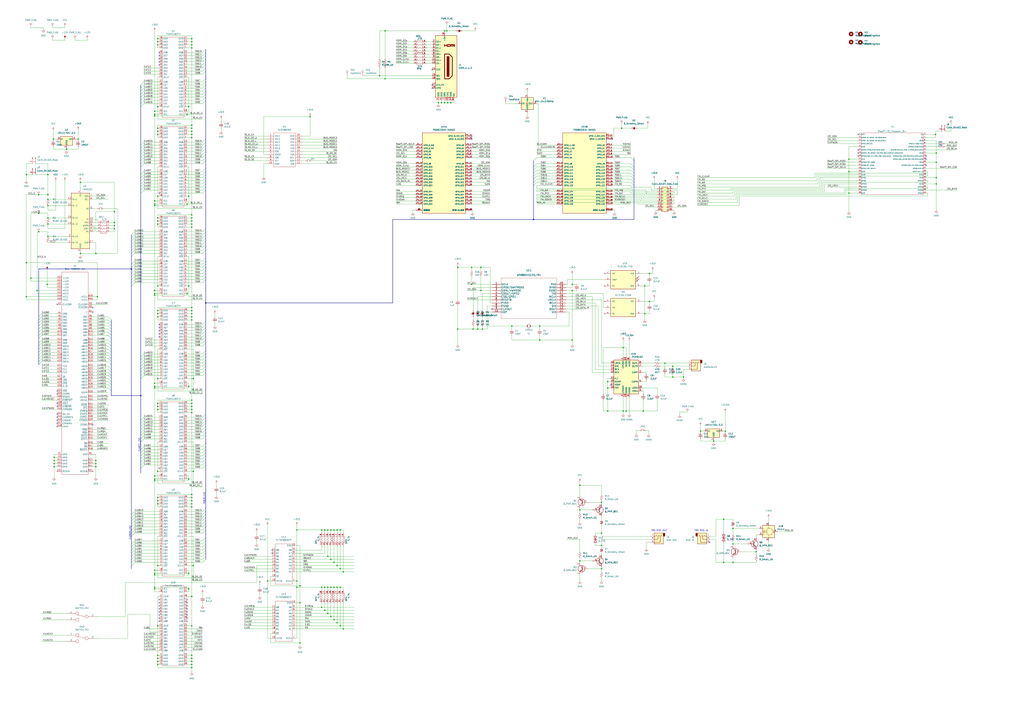
<source format=kicad_sch>
(kicad_sch (version 20211123) (generator eeschema)
  (paper "A1")
  (lib_symbols
    (symbol "74AHC16374_1"
      (property "Reference" "U" (at -7.62 5.08 0))
      (property "Value" "74AHC16374_1" (at -2.54 2.54 0))
      (symbol "74AHC16374_1_1_1"
        (pin input line (at -11.43 -7.62 0) (length 2.54) (name "1~{OE}") (number "1"))
        (pin power_in line (at -11.43 -58.42 0) (length 2.54) (name "GND") (number "10"))
        (pin tri_state line (at -11.43 -25.4 0) (length 2.54) (name "1Q7") (number "11"))
        (pin tri_state line (at -11.43 -27.94 0) (length 2.54) (name "1Q8") (number "12"))
        (pin tri_state line (at -11.43 -34.29 0) (length 2.54) (name "2Q1") (number "13"))
        (pin tri_state line (at -11.43 -36.83 0) (length 2.54) (name "2Q2") (number "14"))
        (pin power_in line (at -11.43 -60.96 0) (length 2.54) (name "GND") (number "15"))
        (pin tri_state line (at -11.43 -39.37 0) (length 2.54) (name "2Q3") (number "16"))
        (pin tri_state line (at -11.43 -41.91 0) (length 2.54) (name "2Q4") (number "17"))
        (pin power_in line (at -11.43 -3.81 0) (length 2.54) (name "VCC") (number "18"))
        (pin tri_state line (at -11.43 -44.45 0) (length 2.54) (name "2Q5") (number "19"))
        (pin tri_state line (at -11.43 -10.16 0) (length 2.54) (name "1Q1") (number "2"))
        (pin tri_state line (at -11.43 -46.99 0) (length 2.54) (name "2Q6") (number "20"))
        (pin power_in line (at -11.43 -63.5 0) (length 2.54) (name "GND") (number "21"))
        (pin tri_state line (at -11.43 -49.53 0) (length 2.54) (name "2Q7") (number "22"))
        (pin tri_state line (at -11.43 -52.07 0) (length 2.54) (name "2Q8") (number "23"))
        (pin input line (at -11.43 -31.75 0) (length 2.54) (name "2~{OE}") (number "24"))
        (pin input line (at 11.43 -31.75 180) (length 2.54) (name "2CLK") (number "25"))
        (pin input line (at 11.43 -52.07 180) (length 2.54) (name "2D8") (number "26"))
        (pin input line (at 11.43 -49.53 180) (length 2.54) (name "2D7") (number "27"))
        (pin power_in line (at 11.43 -63.5 180) (length 2.54) (name "GND") (number "28"))
        (pin input line (at 11.43 -46.99 180) (length 2.54) (name "2D6") (number "29"))
        (pin tri_state line (at -11.43 -12.7 0) (length 2.54) (name "1Q2") (number "3"))
        (pin input line (at 11.43 -44.45 180) (length 2.54) (name "2D5") (number "30"))
        (pin power_in line (at 11.43 -3.81 180) (length 2.54) (name "VCC") (number "31"))
        (pin input line (at 11.43 -41.91 180) (length 2.54) (name "2D4") (number "32"))
        (pin input line (at 11.43 -39.37 180) (length 2.54) (name "2D3") (number "33"))
        (pin power_in line (at 11.43 -60.96 180) (length 2.54) (name "GND") (number "34"))
        (pin input line (at 11.43 -36.83 180) (length 2.54) (name "2D2") (number "35"))
        (pin input line (at 11.43 -34.29 180) (length 2.54) (name "2D1") (number "36"))
        (pin input line (at 11.43 -27.94 180) (length 2.54) (name "1D8") (number "37"))
        (pin input line (at 11.43 -25.4 180) (length 2.54) (name "1D7") (number "38"))
        (pin power_in line (at 11.43 -58.42 180) (length 2.54) (name "GND") (number "39"))
        (pin power_in line (at -11.43 -55.88 0) (length 2.54) (name "GND") (number "4"))
        (pin input line (at 11.43 -22.86 180) (length 2.54) (name "1D6") (number "40"))
        (pin input line (at 11.43 -20.32 180) (length 2.54) (name "1D5") (number "41"))
        (pin power_in line (at 11.43 -1.27 180) (length 2.54) (name "VCC") (number "42"))
        (pin input line (at 11.43 -17.78 180) (length 2.54) (name "1D4") (number "43"))
        (pin input line (at 11.43 -15.24 180) (length 2.54) (name "1D3") (number "44"))
        (pin power_in line (at 11.43 -55.88 180) (length 2.54) (name "GND") (number "45"))
        (pin input line (at 11.43 -12.7 180) (length 2.54) (name "1D2") (number "46"))
        (pin input line (at 11.43 -10.16 180) (length 2.54) (name "1D1") (number "47"))
        (pin input line (at 11.43 -7.62 180) (length 2.54) (name "1CLK") (number "48"))
        (pin tri_state line (at -11.43 -15.24 0) (length 2.54) (name "1Q3") (number "5"))
        (pin tri_state line (at -11.43 -17.78 0) (length 2.54) (name "1Q4") (number "6"))
        (pin power_in line (at -11.43 -1.27 0) (length 2.54) (name "VCC") (number "7"))
        (pin tri_state line (at -11.43 -20.32 0) (length 2.54) (name "1Q5") (number "8"))
        (pin tri_state line (at -11.43 -22.86 0) (length 2.54) (name "1Q6") (number "9"))
      )
    )
    (symbol "74AHC16374_2"
      (property "Reference" "U" (at -7.62 5.08 0))
      (property "Value" "74AHC16374_2" (at -2.54 2.54 0))
      (symbol "74AHC16374_2_1_1"
        (pin input line (at -11.43 -7.62 0) (length 2.54) (name "1~{OE}") (number "1"))
        (pin power_in line (at -11.43 -58.42 0) (length 2.54) (name "GND") (number "10"))
        (pin tri_state line (at -11.43 -25.4 0) (length 2.54) (name "1Q7") (number "11"))
        (pin tri_state line (at -11.43 -27.94 0) (length 2.54) (name "1Q8") (number "12"))
        (pin tri_state line (at -11.43 -34.29 0) (length 2.54) (name "2Q1") (number "13"))
        (pin tri_state line (at -11.43 -36.83 0) (length 2.54) (name "2Q2") (number "14"))
        (pin power_in line (at -11.43 -60.96 0) (length 2.54) (name "GND") (number "15"))
        (pin tri_state line (at -11.43 -39.37 0) (length 2.54) (name "2Q3") (number "16"))
        (pin tri_state line (at -11.43 -41.91 0) (length 2.54) (name "2Q4") (number "17"))
        (pin power_in line (at -11.43 -3.81 0) (length 2.54) (name "VCC") (number "18"))
        (pin tri_state line (at -11.43 -44.45 0) (length 2.54) (name "2Q5") (number "19"))
        (pin tri_state line (at -11.43 -10.16 0) (length 2.54) (name "1Q1") (number "2"))
        (pin tri_state line (at -11.43 -46.99 0) (length 2.54) (name "2Q6") (number "20"))
        (pin power_in line (at -11.43 -63.5 0) (length 2.54) (name "GND") (number "21"))
        (pin tri_state line (at -11.43 -49.53 0) (length 2.54) (name "2Q7") (number "22"))
        (pin tri_state line (at -11.43 -52.07 0) (length 2.54) (name "2Q8") (number "23"))
        (pin input line (at -11.43 -31.75 0) (length 2.54) (name "2~{OE}") (number "24"))
        (pin input line (at 11.43 -31.75 180) (length 2.54) (name "2CLK") (number "25"))
        (pin input line (at 11.43 -52.07 180) (length 2.54) (name "2D8") (number "26"))
        (pin input line (at 11.43 -49.53 180) (length 2.54) (name "2D7") (number "27"))
        (pin power_in line (at 11.43 -63.5 180) (length 2.54) (name "GND") (number "28"))
        (pin input line (at 11.43 -46.99 180) (length 2.54) (name "2D6") (number "29"))
        (pin tri_state line (at -11.43 -12.7 0) (length 2.54) (name "1Q2") (number "3"))
        (pin input line (at 11.43 -44.45 180) (length 2.54) (name "2D5") (number "30"))
        (pin power_in line (at 11.43 -3.81 180) (length 2.54) (name "VCC") (number "31"))
        (pin input line (at 11.43 -41.91 180) (length 2.54) (name "2D4") (number "32"))
        (pin input line (at 11.43 -39.37 180) (length 2.54) (name "2D3") (number "33"))
        (pin power_in line (at 11.43 -60.96 180) (length 2.54) (name "GND") (number "34"))
        (pin input line (at 11.43 -36.83 180) (length 2.54) (name "2D2") (number "35"))
        (pin input line (at 11.43 -34.29 180) (length 2.54) (name "2D1") (number "36"))
        (pin input line (at 11.43 -27.94 180) (length 2.54) (name "1D8") (number "37"))
        (pin input line (at 11.43 -25.4 180) (length 2.54) (name "1D7") (number "38"))
        (pin power_in line (at 11.43 -58.42 180) (length 2.54) (name "GND") (number "39"))
        (pin power_in line (at -11.43 -55.88 0) (length 2.54) (name "GND") (number "4"))
        (pin input line (at 11.43 -22.86 180) (length 2.54) (name "1D6") (number "40"))
        (pin input line (at 11.43 -20.32 180) (length 2.54) (name "1D5") (number "41"))
        (pin power_in line (at 11.43 -1.27 180) (length 2.54) (name "VCC") (number "42"))
        (pin input line (at 11.43 -17.78 180) (length 2.54) (name "1D4") (number "43"))
        (pin input line (at 11.43 -15.24 180) (length 2.54) (name "1D3") (number "44"))
        (pin power_in line (at 11.43 -55.88 180) (length 2.54) (name "GND") (number "45"))
        (pin input line (at 11.43 -12.7 180) (length 2.54) (name "1D2") (number "46"))
        (pin input line (at 11.43 -10.16 180) (length 2.54) (name "1D1") (number "47"))
        (pin input line (at 11.43 -7.62 180) (length 2.54) (name "1CLK") (number "48"))
        (pin tri_state line (at -11.43 -15.24 0) (length 2.54) (name "1Q3") (number "5"))
        (pin tri_state line (at -11.43 -17.78 0) (length 2.54) (name "1Q4") (number "6"))
        (pin power_in line (at -11.43 -1.27 0) (length 2.54) (name "VCC") (number "7"))
        (pin tri_state line (at -11.43 -20.32 0) (length 2.54) (name "1Q5") (number "8"))
        (pin tri_state line (at -11.43 -22.86 0) (length 2.54) (name "1Q6") (number "9"))
      )
    )
    (symbol "74AHC16374_3"
      (property "Reference" "U" (at -7.62 5.08 0))
      (property "Value" "74AHC16374_3" (at -2.54 2.54 0))
      (symbol "74AHC16374_3_1_1"
        (pin input line (at -11.43 -7.62 0) (length 2.54) (name "1~{OE}") (number "1"))
        (pin power_in line (at -11.43 -58.42 0) (length 2.54) (name "GND") (number "10"))
        (pin tri_state line (at -11.43 -25.4 0) (length 2.54) (name "1Q7") (number "11"))
        (pin tri_state line (at -11.43 -27.94 0) (length 2.54) (name "1Q8") (number "12"))
        (pin tri_state line (at -11.43 -34.29 0) (length 2.54) (name "2Q1") (number "13"))
        (pin tri_state line (at -11.43 -36.83 0) (length 2.54) (name "2Q2") (number "14"))
        (pin power_in line (at -11.43 -60.96 0) (length 2.54) (name "GND") (number "15"))
        (pin tri_state line (at -11.43 -39.37 0) (length 2.54) (name "2Q3") (number "16"))
        (pin tri_state line (at -11.43 -41.91 0) (length 2.54) (name "2Q4") (number "17"))
        (pin power_in line (at -11.43 -3.81 0) (length 2.54) (name "VCC") (number "18"))
        (pin tri_state line (at -11.43 -44.45 0) (length 2.54) (name "2Q5") (number "19"))
        (pin tri_state line (at -11.43 -10.16 0) (length 2.54) (name "1Q1") (number "2"))
        (pin tri_state line (at -11.43 -46.99 0) (length 2.54) (name "2Q6") (number "20"))
        (pin power_in line (at -11.43 -63.5 0) (length 2.54) (name "GND") (number "21"))
        (pin tri_state line (at -11.43 -49.53 0) (length 2.54) (name "2Q7") (number "22"))
        (pin tri_state line (at -11.43 -52.07 0) (length 2.54) (name "2Q8") (number "23"))
        (pin input line (at -11.43 -31.75 0) (length 2.54) (name "2~{OE}") (number "24"))
        (pin input line (at 11.43 -31.75 180) (length 2.54) (name "2CLK") (number "25"))
        (pin input line (at 11.43 -52.07 180) (length 2.54) (name "2D8") (number "26"))
        (pin input line (at 11.43 -49.53 180) (length 2.54) (name "2D7") (number "27"))
        (pin power_in line (at 11.43 -63.5 180) (length 2.54) (name "GND") (number "28"))
        (pin input line (at 11.43 -46.99 180) (length 2.54) (name "2D6") (number "29"))
        (pin tri_state line (at -11.43 -12.7 0) (length 2.54) (name "1Q2") (number "3"))
        (pin input line (at 11.43 -44.45 180) (length 2.54) (name "2D5") (number "30"))
        (pin power_in line (at 11.43 -3.81 180) (length 2.54) (name "VCC") (number "31"))
        (pin input line (at 11.43 -41.91 180) (length 2.54) (name "2D4") (number "32"))
        (pin input line (at 11.43 -39.37 180) (length 2.54) (name "2D3") (number "33"))
        (pin power_in line (at 11.43 -60.96 180) (length 2.54) (name "GND") (number "34"))
        (pin input line (at 11.43 -36.83 180) (length 2.54) (name "2D2") (number "35"))
        (pin input line (at 11.43 -34.29 180) (length 2.54) (name "2D1") (number "36"))
        (pin input line (at 11.43 -27.94 180) (length 2.54) (name "1D8") (number "37"))
        (pin input line (at 11.43 -25.4 180) (length 2.54) (name "1D7") (number "38"))
        (pin power_in line (at 11.43 -58.42 180) (length 2.54) (name "GND") (number "39"))
        (pin power_in line (at -11.43 -55.88 0) (length 2.54) (name "GND") (number "4"))
        (pin input line (at 11.43 -22.86 180) (length 2.54) (name "1D6") (number "40"))
        (pin input line (at 11.43 -20.32 180) (length 2.54) (name "1D5") (number "41"))
        (pin power_in line (at 11.43 -1.27 180) (length 2.54) (name "VCC") (number "42"))
        (pin input line (at 11.43 -17.78 180) (length 2.54) (name "1D4") (number "43"))
        (pin input line (at 11.43 -15.24 180) (length 2.54) (name "1D3") (number "44"))
        (pin power_in line (at 11.43 -55.88 180) (length 2.54) (name "GND") (number "45"))
        (pin input line (at 11.43 -12.7 180) (length 2.54) (name "1D2") (number "46"))
        (pin input line (at 11.43 -10.16 180) (length 2.54) (name "1D1") (number "47"))
        (pin input line (at 11.43 -7.62 180) (length 2.54) (name "1CLK") (number "48"))
        (pin tri_state line (at -11.43 -15.24 0) (length 2.54) (name "1Q3") (number "5"))
        (pin tri_state line (at -11.43 -17.78 0) (length 2.54) (name "1Q4") (number "6"))
        (pin power_in line (at -11.43 -1.27 0) (length 2.54) (name "VCC") (number "7"))
        (pin tri_state line (at -11.43 -20.32 0) (length 2.54) (name "1Q5") (number "8"))
        (pin tri_state line (at -11.43 -22.86 0) (length 2.54) (name "1Q6") (number "9"))
      )
    )
    (symbol "74AHC16374_4"
      (property "Reference" "U" (at -7.62 5.08 0))
      (property "Value" "74AHC16374_4" (at -2.54 2.54 0))
      (symbol "74AHC16374_4_1_1"
        (pin input line (at -11.43 -7.62 0) (length 2.54) (name "1~{OE}") (number "1"))
        (pin power_in line (at -11.43 -58.42 0) (length 2.54) (name "GND") (number "10"))
        (pin tri_state line (at -11.43 -25.4 0) (length 2.54) (name "1Q7") (number "11"))
        (pin tri_state line (at -11.43 -27.94 0) (length 2.54) (name "1Q8") (number "12"))
        (pin tri_state line (at -11.43 -34.29 0) (length 2.54) (name "2Q1") (number "13"))
        (pin tri_state line (at -11.43 -36.83 0) (length 2.54) (name "2Q2") (number "14"))
        (pin power_in line (at -11.43 -60.96 0) (length 2.54) (name "GND") (number "15"))
        (pin tri_state line (at -11.43 -39.37 0) (length 2.54) (name "2Q3") (number "16"))
        (pin tri_state line (at -11.43 -41.91 0) (length 2.54) (name "2Q4") (number "17"))
        (pin power_in line (at -11.43 -3.81 0) (length 2.54) (name "VCC") (number "18"))
        (pin tri_state line (at -11.43 -44.45 0) (length 2.54) (name "2Q5") (number "19"))
        (pin tri_state line (at -11.43 -10.16 0) (length 2.54) (name "1Q1") (number "2"))
        (pin tri_state line (at -11.43 -46.99 0) (length 2.54) (name "2Q6") (number "20"))
        (pin power_in line (at -11.43 -63.5 0) (length 2.54) (name "GND") (number "21"))
        (pin tri_state line (at -11.43 -49.53 0) (length 2.54) (name "2Q7") (number "22"))
        (pin tri_state line (at -11.43 -52.07 0) (length 2.54) (name "2Q8") (number "23"))
        (pin input line (at -11.43 -31.75 0) (length 2.54) (name "2~{OE}") (number "24"))
        (pin input line (at 11.43 -31.75 180) (length 2.54) (name "2CLK") (number "25"))
        (pin input line (at 11.43 -52.07 180) (length 2.54) (name "2D8") (number "26"))
        (pin input line (at 11.43 -49.53 180) (length 2.54) (name "2D7") (number "27"))
        (pin power_in line (at 11.43 -63.5 180) (length 2.54) (name "GND") (number "28"))
        (pin input line (at 11.43 -46.99 180) (length 2.54) (name "2D6") (number "29"))
        (pin tri_state line (at -11.43 -12.7 0) (length 2.54) (name "1Q2") (number "3"))
        (pin input line (at 11.43 -44.45 180) (length 2.54) (name "2D5") (number "30"))
        (pin power_in line (at 11.43 -3.81 180) (length 2.54) (name "VCC") (number "31"))
        (pin input line (at 11.43 -41.91 180) (length 2.54) (name "2D4") (number "32"))
        (pin input line (at 11.43 -39.37 180) (length 2.54) (name "2D3") (number "33"))
        (pin power_in line (at 11.43 -60.96 180) (length 2.54) (name "GND") (number "34"))
        (pin input line (at 11.43 -36.83 180) (length 2.54) (name "2D2") (number "35"))
        (pin input line (at 11.43 -34.29 180) (length 2.54) (name "2D1") (number "36"))
        (pin input line (at 11.43 -27.94 180) (length 2.54) (name "1D8") (number "37"))
        (pin input line (at 11.43 -25.4 180) (length 2.54) (name "1D7") (number "38"))
        (pin power_in line (at 11.43 -58.42 180) (length 2.54) (name "GND") (number "39"))
        (pin power_in line (at -11.43 -55.88 0) (length 2.54) (name "GND") (number "4"))
        (pin input line (at 11.43 -22.86 180) (length 2.54) (name "1D6") (number "40"))
        (pin input line (at 11.43 -20.32 180) (length 2.54) (name "1D5") (number "41"))
        (pin power_in line (at 11.43 -1.27 180) (length 2.54) (name "VCC") (number "42"))
        (pin input line (at 11.43 -17.78 180) (length 2.54) (name "1D4") (number "43"))
        (pin input line (at 11.43 -15.24 180) (length 2.54) (name "1D3") (number "44"))
        (pin power_in line (at 11.43 -55.88 180) (length 2.54) (name "GND") (number "45"))
        (pin input line (at 11.43 -12.7 180) (length 2.54) (name "1D2") (number "46"))
        (pin input line (at 11.43 -10.16 180) (length 2.54) (name "1D1") (number "47"))
        (pin input line (at 11.43 -7.62 180) (length 2.54) (name "1CLK") (number "48"))
        (pin tri_state line (at -11.43 -15.24 0) (length 2.54) (name "1Q3") (number "5"))
        (pin tri_state line (at -11.43 -17.78 0) (length 2.54) (name "1Q4") (number "6"))
        (pin power_in line (at -11.43 -1.27 0) (length 2.54) (name "VCC") (number "7"))
        (pin tri_state line (at -11.43 -20.32 0) (length 2.54) (name "1Q5") (number "8"))
        (pin tri_state line (at -11.43 -22.86 0) (length 2.54) (name "1Q6") (number "9"))
      )
    )
    (symbol "74AHC16374_5"
      (property "Reference" "U" (at -7.62 5.08 0))
      (property "Value" "74AHC16374_5" (at -2.54 2.54 0))
      (symbol "74AHC16374_5_1_1"
        (pin input line (at -11.43 -7.62 0) (length 2.54) (name "1~{OE}") (number "1"))
        (pin power_in line (at -11.43 -58.42 0) (length 2.54) (name "GND") (number "10"))
        (pin tri_state line (at -11.43 -25.4 0) (length 2.54) (name "1Q7") (number "11"))
        (pin tri_state line (at -11.43 -27.94 0) (length 2.54) (name "1Q8") (number "12"))
        (pin tri_state line (at -11.43 -34.29 0) (length 2.54) (name "2Q1") (number "13"))
        (pin tri_state line (at -11.43 -36.83 0) (length 2.54) (name "2Q2") (number "14"))
        (pin power_in line (at -11.43 -60.96 0) (length 2.54) (name "GND") (number "15"))
        (pin tri_state line (at -11.43 -39.37 0) (length 2.54) (name "2Q3") (number "16"))
        (pin tri_state line (at -11.43 -41.91 0) (length 2.54) (name "2Q4") (number "17"))
        (pin power_in line (at -11.43 -3.81 0) (length 2.54) (name "VCC") (number "18"))
        (pin tri_state line (at -11.43 -44.45 0) (length 2.54) (name "2Q5") (number "19"))
        (pin tri_state line (at -11.43 -10.16 0) (length 2.54) (name "1Q1") (number "2"))
        (pin tri_state line (at -11.43 -46.99 0) (length 2.54) (name "2Q6") (number "20"))
        (pin power_in line (at -11.43 -63.5 0) (length 2.54) (name "GND") (number "21"))
        (pin tri_state line (at -11.43 -49.53 0) (length 2.54) (name "2Q7") (number "22"))
        (pin tri_state line (at -11.43 -52.07 0) (length 2.54) (name "2Q8") (number "23"))
        (pin input line (at -11.43 -31.75 0) (length 2.54) (name "2~{OE}") (number "24"))
        (pin input line (at 11.43 -31.75 180) (length 2.54) (name "2CLK") (number "25"))
        (pin input line (at 11.43 -52.07 180) (length 2.54) (name "2D8") (number "26"))
        (pin input line (at 11.43 -49.53 180) (length 2.54) (name "2D7") (number "27"))
        (pin power_in line (at 11.43 -63.5 180) (length 2.54) (name "GND") (number "28"))
        (pin input line (at 11.43 -46.99 180) (length 2.54) (name "2D6") (number "29"))
        (pin tri_state line (at -11.43 -12.7 0) (length 2.54) (name "1Q2") (number "3"))
        (pin input line (at 11.43 -44.45 180) (length 2.54) (name "2D5") (number "30"))
        (pin power_in line (at 11.43 -3.81 180) (length 2.54) (name "VCC") (number "31"))
        (pin input line (at 11.43 -41.91 180) (length 2.54) (name "2D4") (number "32"))
        (pin input line (at 11.43 -39.37 180) (length 2.54) (name "2D3") (number "33"))
        (pin power_in line (at 11.43 -60.96 180) (length 2.54) (name "GND") (number "34"))
        (pin input line (at 11.43 -36.83 180) (length 2.54) (name "2D2") (number "35"))
        (pin input line (at 11.43 -34.29 180) (length 2.54) (name "2D1") (number "36"))
        (pin input line (at 11.43 -27.94 180) (length 2.54) (name "1D8") (number "37"))
        (pin input line (at 11.43 -25.4 180) (length 2.54) (name "1D7") (number "38"))
        (pin power_in line (at 11.43 -58.42 180) (length 2.54) (name "GND") (number "39"))
        (pin power_in line (at -11.43 -55.88 0) (length 2.54) (name "GND") (number "4"))
        (pin input line (at 11.43 -22.86 180) (length 2.54) (name "1D6") (number "40"))
        (pin input line (at 11.43 -20.32 180) (length 2.54) (name "1D5") (number "41"))
        (pin power_in line (at 11.43 -1.27 180) (length 2.54) (name "VCC") (number "42"))
        (pin input line (at 11.43 -17.78 180) (length 2.54) (name "1D4") (number "43"))
        (pin input line (at 11.43 -15.24 180) (length 2.54) (name "1D3") (number "44"))
        (pin power_in line (at 11.43 -55.88 180) (length 2.54) (name "GND") (number "45"))
        (pin input line (at 11.43 -12.7 180) (length 2.54) (name "1D2") (number "46"))
        (pin input line (at 11.43 -10.16 180) (length 2.54) (name "1D1") (number "47"))
        (pin input line (at 11.43 -7.62 180) (length 2.54) (name "1CLK") (number "48"))
        (pin tri_state line (at -11.43 -15.24 0) (length 2.54) (name "1Q3") (number "5"))
        (pin tri_state line (at -11.43 -17.78 0) (length 2.54) (name "1Q4") (number "6"))
        (pin power_in line (at -11.43 -1.27 0) (length 2.54) (name "VCC") (number "7"))
        (pin tri_state line (at -11.43 -20.32 0) (length 2.54) (name "1Q5") (number "8"))
        (pin tri_state line (at -11.43 -22.86 0) (length 2.54) (name "1Q6") (number "9"))
      )
    )
    (symbol "Audio:PCM5102"
      (property "Reference" "U" (at -10.16 13.97 0))
      (property "Value" "PCM5102" (at 3.81 13.97 0))
      (symbol "PCM5102_1_1"
        (pin passive line (at -2.54 15.24 270) (length 2.54) (name "CPVDD") (number "1"))
        (pin input line (at -12.7 -5.08 0) (length 2.54) (name "DEMP") (number "10"))
        (pin input line (at -12.7 -2.54 0) (length 2.54) (name "FLT") (number "11"))
        (pin input line (at -12.7 2.54 0) (length 2.54) (name "SCK") (number "12"))
        (pin input line (at -12.7 5.08 0) (length 2.54) (name "BCK") (number "13"))
        (pin input line (at -12.7 7.62 0) (length 2.54) (name "DIN") (number "14"))
        (pin input line (at -12.7 10.16 0) (length 2.54) (name "LRCK") (number "15"))
        (pin input line (at -12.7 -10.16 0) (length 2.54) (name "FMT") (number "16"))
        (pin input line (at -12.7 -7.62 0) (length 2.54) (name "XSMT") (number "17"))
        (pin passive line (at 12.7 -10.16 180) (length 2.54) (name "LDOO") (number "18"))
        (pin power_in line (at 0 -17.78 90) (length 2.54) (name "DGND") (number "19"))
        (pin passive line (at 12.7 2.54 180) (length 2.54) (name "CAPP") (number "2"))
        (pin power_in line (at 0 15.24 270) (length 2.54) (name "DVDD") (number "20"))
        (pin power_in line (at -2.54 -17.78 90) (length 2.54) (name "CPGND") (number "3"))
        (pin passive line (at 12.7 -5.08 180) (length 2.54) (name "CAPM") (number "4"))
        (pin passive line (at 12.7 -12.7 180) (length 2.54) (name "VNEG") (number "5"))
        (pin output line (at 12.7 10.16 180) (length 2.54) (name "OUTL") (number "6"))
        (pin output line (at 12.7 7.62 180) (length 2.54) (name "OUTR") (number "7"))
        (pin power_in line (at 2.54 15.24 270) (length 2.54) (name "AVDD") (number "8"))
        (pin power_in line (at 2.54 -17.78 90) (length 2.54) (name "AGND") (number "9"))
      )
    )
    (symbol "Connector:AudioJack3"
      (property "Reference" "J" (at 0 8.89 0))
      (property "Value" "AudioJack3" (at 0 6.35 0))
      (symbol "AudioJack3_1_1"
        (pin passive line (at 5.08 0 180) (length 2.54) (name "~") (number "R"))
        (pin passive line (at 5.08 2.54 180) (length 2.54) (name "~") (number "S"))
        (pin passive line (at 5.08 -2.54 180) (length 2.54) (name "~") (number "T"))
      )
    )
    (symbol "Connector:Conn_01x02_Male" (pin_names (offset 1.016) hide)
      (property "Reference" "J" (at 0 2.54 0))
      (property "Value" "Conn_01x02_Male" (at 0 -5.08 0))
      (symbol "Conn_01x02_Male_1_1"
        (pin passive line (at 5.08 0 180) (length 3.81) (name "Pin_1") (number "1"))
        (pin passive line (at 5.08 -2.54 180) (length 3.81) (name "Pin_2") (number "2"))
      )
    )
    (symbol "Connector:HDMI_C_1.3"
      (property "Reference" "J" (at -6.35 26.67 0))
      (property "Value" "HDMI_C_1.3" (at 10.16 26.67 0))
      (symbol "HDMI_C_1.3_1_1"
        (pin power_in line (at -5.08 -27.94 90) (length 2.54) (name "D2S") (number "1"))
        (pin power_in line (at 2.54 -27.94 90) (length 2.54) (name "CKS") (number "10"))
        (pin passive line (at -10.16 5.08 0) (length 2.54) (name "CK+") (number "11"))
        (pin passive line (at -10.16 2.54 0) (length 2.54) (name "CK-") (number "12"))
        (pin power_in line (at 5.08 -27.94 90) (length 2.54) (name "GND") (number "13"))
        (pin bidirectional line (at -10.16 -2.54 0) (length 2.54) (name "CEC") (number "14"))
        (pin passive line (at -10.16 -7.62 0) (length 2.54) (name "SCL") (number "15"))
        (pin bidirectional line (at -10.16 -10.16 0) (length 2.54) (name "SDA") (number "16"))
        (pin passive line (at -10.16 -15.24 0) (length 2.54) (name "UTILITY") (number "17"))
        (pin power_in line (at 0 27.94 270) (length 2.54) (name "+5V") (number "18"))
        (pin passive line (at -10.16 -17.78 0) (length 2.54) (name "HPD") (number "19"))
        (pin passive line (at -10.16 20.32 0) (length 2.54) (name "D2+") (number "2"))
        (pin passive line (at -10.16 17.78 0) (length 2.54) (name "D2-") (number "3"))
        (pin power_in line (at -2.54 -27.94 90) (length 2.54) (name "D1S") (number "4"))
        (pin passive line (at -10.16 15.24 0) (length 2.54) (name "D1+") (number "5"))
        (pin passive line (at -10.16 12.7 0) (length 2.54) (name "D1-") (number "6"))
        (pin power_in line (at 0 -27.94 90) (length 2.54) (name "D0S") (number "7"))
        (pin passive line (at -10.16 10.16 0) (length 2.54) (name "D0+") (number "8"))
        (pin passive line (at -10.16 7.62 0) (length 2.54) (name "D0-") (number "9"))
        (pin passive line (at 7.62 -27.94 90) (length 2.54) (name "SH") (number "SH"))
      )
    )
    (symbol "Connector:TestPoint" (pin_numbers hide) (pin_names (offset 0.762) hide)
      (property "Reference" "TP" (at 0 6.858 0))
      (property "Value" "TestPoint" (at 0 5.08 0))
      (symbol "TestPoint_1_1"
        (pin passive line (at 0 0 90) (length 2.54) (name "1") (number "1"))
      )
    )
    (symbol "Connector_Generic:Conn_02x08_Odd_Even" (pin_names (offset 1.016) hide)
      (property "Reference" "J" (at 1.27 10.16 0))
      (property "Value" "Conn_02x08_Odd_Even" (at 1.27 -12.7 0))
      (symbol "Conn_02x08_Odd_Even_1_1"
        (pin passive line (at -5.08 7.62 0) (length 3.81) (name "Pin_1") (number "1"))
        (pin passive line (at 7.62 -2.54 180) (length 3.81) (name "Pin_10") (number "10"))
        (pin passive line (at -5.08 -5.08 0) (length 3.81) (name "Pin_11") (number "11"))
        (pin passive line (at 7.62 -5.08 180) (length 3.81) (name "Pin_12") (number "12"))
        (pin passive line (at -5.08 -7.62 0) (length 3.81) (name "Pin_13") (number "13"))
        (pin passive line (at 7.62 -7.62 180) (length 3.81) (name "Pin_14") (number "14"))
        (pin passive line (at -5.08 -10.16 0) (length 3.81) (name "Pin_15") (number "15"))
        (pin passive line (at 7.62 -10.16 180) (length 3.81) (name "Pin_16") (number "16"))
        (pin passive line (at 7.62 7.62 180) (length 3.81) (name "Pin_2") (number "2"))
        (pin passive line (at -5.08 5.08 0) (length 3.81) (name "Pin_3") (number "3"))
        (pin passive line (at 7.62 5.08 180) (length 3.81) (name "Pin_4") (number "4"))
        (pin passive line (at -5.08 2.54 0) (length 3.81) (name "Pin_5") (number "5"))
        (pin passive line (at 7.62 2.54 180) (length 3.81) (name "Pin_6") (number "6"))
        (pin passive line (at -5.08 0 0) (length 3.81) (name "Pin_7") (number "7"))
        (pin passive line (at 7.62 0 180) (length 3.81) (name "Pin_8") (number "8"))
        (pin passive line (at -5.08 -2.54 0) (length 3.81) (name "Pin_9") (number "9"))
      )
    )
    (symbol "Device:C_Polarized_Small_US" (pin_numbers hide) (pin_names (offset 0.254) hide)
      (property "Reference" "C" (at 0.254 1.778 0))
      (property "Value" "C_Polarized_Small_US" (at 0.254 -2.032 0))
      (symbol "C_Polarized_Small_US_1_1"
        (pin passive line (at 0 2.54 270) (length 2.032) (name "~") (number "1"))
        (pin passive line (at 0 -2.54 90) (length 2.032) (name "~") (number "2"))
      )
    )
    (symbol "Device:C_Small" (pin_numbers hide) (pin_names (offset 0.254) hide)
      (property "Reference" "C" (at 0.254 1.778 0))
      (property "Value" "C_Small" (at 0.254 -2.032 0))
      (symbol "C_Small_1_1"
        (pin passive line (at 0 2.54 270) (length 2.032) (name "~") (number "1"))
        (pin passive line (at 0 -2.54 90) (length 2.032) (name "~") (number "2"))
      )
    )
    (symbol "Device:Crystal_Small" (pin_numbers hide) (pin_names (offset 1.016) hide)
      (property "Reference" "Y" (at 0 2.54 0))
      (property "Value" "Crystal_Small" (at 0 -2.54 0))
      (symbol "Crystal_Small_1_1"
        (pin passive line (at -2.54 0 0) (length 1.27) (name "1") (number "1"))
        (pin passive line (at 2.54 0 180) (length 1.27) (name "2") (number "2"))
      )
    )
    (symbol "Device:D_Schottky_Small" (pin_numbers hide) (pin_names (offset 0.254) hide)
      (property "Reference" "D" (at -1.27 2.032 0))
      (property "Value" "D_Schottky_Small" (at -7.112 -2.032 0))
      (symbol "D_Schottky_Small_1_1"
        (pin passive line (at -2.54 0 0) (length 1.778) (name "K") (number "1"))
        (pin passive line (at 2.54 0 180) (length 1.778) (name "A") (number "2"))
      )
    )
    (symbol "Device:D_TVS" (pin_numbers hide) (pin_names (offset 1.016) hide)
      (property "Reference" "D" (at 0 2.54 0))
      (property "Value" "D_TVS" (at 0 -2.54 0))
      (symbol "D_TVS_1_1"
        (pin passive line (at -3.81 0 0) (length 2.54) (name "A1") (number "1"))
        (pin passive line (at 3.81 0 180) (length 2.54) (name "A2") (number "2"))
      )
    )
    (symbol "Device:Q_NPN_BEC" (pin_names (offset 0) hide)
      (property "Reference" "Q" (at 5.08 1.27 0))
      (property "Value" "Q_NPN_BEC" (at 5.08 -1.27 0))
      (symbol "Q_NPN_BEC_1_1"
        (pin input line (at -5.08 0 0) (length 5.715) (name "B") (number "1"))
        (pin passive line (at 2.54 -5.08 90) (length 2.54) (name "E") (number "2"))
        (pin passive line (at 2.54 5.08 270) (length 2.54) (name "C") (number "3"))
      )
    )
    (symbol "Device:Q_PNP_BEC" (pin_names (offset 0) hide)
      (property "Reference" "Q" (at 5.08 1.27 0))
      (property "Value" "Q_PNP_BEC" (at 5.08 -1.27 0))
      (symbol "Q_PNP_BEC_1_1"
        (pin input line (at -5.08 0 0) (length 5.715) (name "B") (number "1"))
        (pin passive line (at 2.54 -5.08 90) (length 2.54) (name "E") (number "2"))
        (pin passive line (at 2.54 5.08 270) (length 2.54) (name "C") (number "3"))
      )
    )
    (symbol "Device:R_Small_US" (pin_numbers hide) (pin_names (offset 0.254) hide)
      (property "Reference" "R" (at 0.762 0.508 0))
      (property "Value" "R_Small_US" (at 0.762 -1.016 0))
      (symbol "R_Small_US_1_1"
        (pin passive line (at 0 2.54 270) (length 1.016) (name "~") (number "1"))
        (pin passive line (at 0 -2.54 90) (length 1.016) (name "~") (number "2"))
      )
    )
    (symbol "Device:R_US" (pin_numbers hide) (pin_names (offset 0))
      (property "Reference" "R" (at 2.54 0 90))
      (property "Value" "R_US" (at -2.54 0 90))
      (symbol "R_US_1_1"
        (pin passive line (at 0 3.81 270) (length 1.27) (name "~") (number "1"))
        (pin passive line (at 0 -3.81 90) (length 1.27) (name "~") (number "2"))
      )
    )
    (symbol "Isolator:H11L1" (pin_names (offset 1.016))
      (property "Reference" "U" (at 1.27 8.89 0))
      (property "Value" "H11L1" (at 1.27 6.35 0))
      (symbol "H11L1_1_1"
        (pin passive line (at -7.62 2.54 0) (length 2.54) (name "~") (number "1"))
        (pin passive line (at -7.62 -2.54 0) (length 2.54) (name "~") (number "2"))
        (pin no_connect line (at -5.08 0 0) (length 2.54) hide (name "~") (number "3"))
        (pin output inverted (at 7.62 0 180) (length 3.81) (name "~") (number "4"))
        (pin power_in line (at 0 -7.62 90) (length 2.54) (name "~") (number "5"))
        (pin power_in line (at 0 7.62 270) (length 2.54) (name "~") (number "6"))
      )
    )
    (symbol "Mechanical:MountingHole" (pin_names (offset 1.016))
      (property "Reference" "H" (at 0 5.08 0))
      (property "Value" "MountingHole" (at 0 3.175 0))
    )
    (symbol "Oscillator:ASV-xxxMHz" (pin_names (offset 0.254))
      (property "Reference" "X" (at -5.08 6.35 0))
      (property "Value" "ASV-xxxMHz" (at 1.27 -6.35 0))
      (symbol "ASV-xxxMHz_1_1"
        (pin input line (at -7.62 0 0) (length 2.54) (name "EN") (number "1"))
        (pin power_in line (at 0 -7.62 90) (length 2.54) (name "GND") (number "2"))
        (pin output line (at 7.62 0 180) (length 2.54) (name "OUT") (number "3"))
        (pin power_in line (at 0 7.62 270) (length 2.54) (name "Vdd") (number "4"))
      )
    )
    (symbol "Regulator_Linear:LT1117-3.3" (pin_names (offset 0.254))
      (property "Reference" "U" (at -3.81 3.175 0))
      (property "Value" "LT1117-3.3" (at 0 3.175 0))
      (symbol "LT1117-3.3_1_1"
        (pin power_in line (at 0 -7.62 90) (length 2.54) (name "GND") (number "1"))
        (pin power_out line (at 7.62 0 180) (length 2.54) (name "VO") (number "2"))
        (pin power_in line (at -7.62 0 0) (length 2.54) (name "VI") (number "3"))
      )
    )
    (symbol "device:D_Schottky_Small" (pin_numbers hide) (pin_names (offset 0.254) hide)
      (property "Reference" "D" (at -1.27 2.032 0))
      (property "Value" "D_Schottky_Small" (at -7.112 -2.032 0))
      (symbol "D_Schottky_Small_1_1"
        (pin passive line (at -2.54 0 0) (length 1.778) (name "K") (number "1"))
        (pin passive line (at 2.54 0 180) (length 1.778) (name "A") (number "2"))
      )
    )
    (symbol "device:Jumper_NC_Small" (pin_numbers hide) (pin_names (offset 0.762) hide)
      (property "Reference" "JP" (at 0 2.032 0))
      (symbol "Jumper_NC_Small_0_1"
        (pin passive line (at -2.54 0 0) (length 1.016) (name "1") (number "1"))
        (pin passive line (at 2.54 0 180) (length 1.016) (name "2") (number "2"))
      )
    )
    (symbol "device:Jumper_NO_Small" (pin_numbers hide) (pin_names (offset 0.762) hide)
      (property "Reference" "JP" (at 0 2.032 0))
      (symbol "Jumper_NO_Small_0_1"
        (pin passive line (at -2.54 0 0) (length 1.016) (name "1") (number "1"))
        (pin passive line (at 2.54 0 180) (length 1.016) (name "2") (number "2"))
      )
    )
    (symbol "device:Led_Small" (pin_numbers hide) (pin_names (offset 0.254) hide)
      (property "Reference" "D" (at -1.27 3.175 0))
      (property "Value" "Led_Small" (at -4.445 -2.54 0))
      (symbol "Led_Small_1_1"
        (pin passive line (at -2.54 0 0) (length 1.778) (name "K") (number "1"))
        (pin passive line (at 2.54 0 180) (length 1.778) (name "A") (number "2"))
      )
    )
    (symbol "device:R_PACK4" (pin_names hide)
      (property "Reference" "RP" (at 0 11.43 0))
      (property "Value" "R_PACK4" (at 0 -1.27 0))
      (symbol "R_PACK4_1_1"
        (pin passive line (at -5.08 8.89 0) (length 2.54) (name "P1") (number "1"))
        (pin passive line (at -5.08 6.35 0) (length 2.54) (name "P2") (number "2"))
        (pin passive line (at -5.08 3.81 0) (length 2.54) (name "P3") (number "3"))
        (pin passive line (at -5.08 1.27 0) (length 2.54) (name "P4") (number "4"))
        (pin passive line (at 5.08 1.27 180) (length 2.54) (name "R4") (number "5"))
        (pin passive line (at 5.08 3.81 180) (length 2.54) (name "R3") (number "6"))
        (pin passive line (at 5.08 6.35 180) (length 2.54) (name "R2") (number "7"))
        (pin passive line (at 5.08 8.89 180) (length 2.54) (name "R1") (number "8"))
      )
    )
    (symbol "device:SWITCH_INV" (pin_numbers hide) (pin_names (offset 0))
      (property "Reference" "SW" (at -5.08 3.81 0))
      (property "Value" "SWITCH_INV" (at -3.81 -3.81 0))
      (symbol "SWITCH_INV_1_1"
        (pin passive line (at 12.7 2.54 180) (length 7.62) (name "1") (number "1"))
        (pin passive line (at -12.7 0 0) (length 7.62) (name "2") (number "2"))
        (pin passive line (at 12.7 -2.54 180) (length 7.62) (name "3") (number "3"))
      )
    )
    (symbol "power:+12V" (power) (pin_names (offset 0))
      (property "Value" "+12V" (at 0 3.556 0))
      (symbol "+12V_1_1"
        (pin power_in line (at 0 0 90) (length 0) hide (name "+12V") (number "1"))
      )
    )
    (symbol "power:+3.3V" (power) (pin_names (offset 0))
      (property "Value" "+3.3V" (at 0 3.556 0))
      (symbol "+3.3V_1_1"
        (pin power_in line (at 0 0 90) (length 0) hide (name "+3V3") (number "1"))
      )
    )
    (symbol "power:+3.3VA" (power) (pin_names (offset 0))
      (property "Value" "+3.3VA" (at 0 3.556 0))
      (symbol "+3.3VA_1_1"
        (pin power_in line (at 0 0 90) (length 0) hide (name "+3.3VA") (number "1"))
      )
    )
    (symbol "power:-12V" (power) (pin_names (offset 0))
      (property "Value" "-12V" (at 0 3.81 0))
      (symbol "-12V_0_0"
        (pin power_in line (at 0 0 90) (length 0) hide (name "-12V") (number "1"))
      )
    )
    (symbol "power:GND" (power) (pin_names (offset 0))
      (property "Value" "GND" (at 0 -3.81 0))
      (symbol "GND_1_1"
        (pin power_in line (at 0 0 270) (length 0) hide (name "GND") (number "1"))
      )
    )
    (symbol "power:GNDA" (power) (pin_names (offset 0))
      (property "Value" "GNDA" (at 0 -3.81 0))
      (symbol "GNDA_1_1"
        (pin power_in line (at 0 0 270) (length 0) hide (name "GNDA") (number "1"))
      )
    )
    (symbol "power:PWR_FLAG" (power) (pin_numbers hide) (pin_names (offset 0) hide)
      (property "Value" "PWR_FLAG" (at 0 3.81 0))
      (symbol "PWR_FLAG_0_0"
        (pin power_out line (at 0 0 90) (length 0) (name "pwr") (number "1"))
      )
    )
    (symbol "power:VCC" (power) (pin_names (offset 0))
      (property "Value" "VCC" (at 0 3.81 0))
      (symbol "VCC_1_1"
        (pin power_in line (at 0 0 90) (length 0) hide (name "VCC") (number "1"))
      )
    )
    (symbol "w_connectors:RasPI_IO_Header_B+" (pin_names (offset 0.0254))
      (property "Reference" "J" (at 0 26.67 0))
      (property "Value" "RasPI_IO_Header_B+" (at 0 -26.67 0))
      (symbol "RasPI_IO_Header_B+_1_1"
        (pin passive line (at -27.94 24.13 0) (length 2.54) (name "3V3") (number "1"))
        (pin passive line (at 27.94 13.97 180) (length 2.54) (name "GPIO15/RXD0/RXD1") (number "10"))
        (pin passive line (at -27.94 11.43 0) (length 2.54) (name "GPIO17/RTS0/RTS1/GPIO_GEN0") (number "11"))
        (pin passive line (at 27.94 11.43 180) (length 2.54) (name "GPIO18/PCM_CLK/CE0-1/PWM0/GPIO_GEN1") (number "12"))
        (pin passive line (at -27.94 8.89 0) (length 2.54) (name "GPIO21-R1/GPIO27-R2/PCM_DOUT/GPCLK1/GPIO_GEN2") (number "13"))
        (pin passive line (at 27.94 8.89 180) (length 2.54) (name "GND") (number "14"))
        (pin passive line (at -27.94 6.35 0) (length 2.54) (name "GPIO22/SD1_CLK/ARM_TRST/GPIO_GEN3") (number "15"))
        (pin passive line (at 27.94 6.35 180) (length 2.54) (name "GPIO23/SD1_CMD/ARM_RTCK/GPIO_GEN4") (number "16"))
        (pin passive line (at -27.94 3.81 0) (length 2.54) (name "3V3") (number "17"))
        (pin passive line (at 27.94 3.81 180) (length 2.54) (name "GPIO24/SD1_DATA0/ARM_TDO/GPIO_GEN5") (number "18"))
        (pin passive line (at -27.94 1.27 0) (length 2.54) (name "GPIO10/SPI_MOSI0") (number "19"))
        (pin passive line (at 27.94 24.13 180) (length 2.54) (name "5V") (number "2"))
        (pin passive line (at 27.94 1.27 180) (length 2.54) (name "GND") (number "20"))
        (pin passive line (at -27.94 -1.27 0) (length 2.54) (name "GPIO9/SPI_MISO0") (number "21"))
        (pin passive line (at 27.94 -1.27 180) (length 2.54) (name "GPIO25/ARM_TCK/GPIO_GEN6") (number "22"))
        (pin passive line (at -27.94 -3.81 0) (length 2.54) (name "GPIO11/SPI_SCKL0") (number "23"))
        (pin passive line (at 27.94 -3.81 180) (length 2.54) (name "GPIO8/CE0-N") (number "24"))
        (pin passive line (at -27.94 -6.35 0) (length 2.54) (name "GND") (number "25"))
        (pin passive line (at 27.94 -6.35 180) (length 2.54) (name "GPIO7/CE1-N") (number "26"))
        (pin passive line (at -27.94 -8.89 0) (length 2.54) (name "ID_SD") (number "27"))
        (pin passive line (at 27.94 -8.89 180) (length 2.54) (name "ID_SC") (number "28"))
        (pin passive line (at -27.94 -11.43 0) (length 2.54) (name "GPIO5") (number "29"))
        (pin passive line (at -27.94 21.59 0) (length 2.54) (name "GPIO0-R1/GPIO2-R2/SDA0/SDA1") (number "3"))
        (pin passive line (at 27.94 -11.43 180) (length 2.54) (name "GND") (number "30"))
        (pin passive line (at -27.94 -13.97 0) (length 2.54) (name "GPIO6") (number "31"))
        (pin passive line (at 27.94 -13.97 180) (length 2.54) (name "GPIO12") (number "32"))
        (pin passive line (at -27.94 -16.51 0) (length 2.54) (name "GPIO13") (number "33"))
        (pin passive line (at 27.94 -16.51 180) (length 2.54) (name "GND") (number "34"))
        (pin passive line (at -27.94 -19.05 0) (length 2.54) (name "GPIO19") (number "35"))
        (pin passive line (at 27.94 -19.05 180) (length 2.54) (name "GPIO16") (number "36"))
        (pin passive line (at -27.94 -21.59 0) (length 2.54) (name "GPIO26") (number "37"))
        (pin passive line (at 27.94 -21.59 180) (length 2.54) (name "GPIO20") (number "38"))
        (pin passive line (at -27.94 -24.13 0) (length 2.54) (name "GND") (number "39"))
        (pin passive line (at 27.94 21.59 180) (length 2.54) (name "5V") (number "4"))
        (pin passive line (at 27.94 -24.13 180) (length 2.54) (name "GPIO21") (number "40"))
        (pin passive line (at -27.94 19.05 0) (length 2.54) (name "GPIO1-R1/GPIO3-R2/SCL0/SCL1") (number "5"))
        (pin passive line (at 27.94 19.05 180) (length 2.54) (name "GND") (number "6"))
        (pin passive line (at -27.94 16.51 0) (length 2.54) (name "GPIO4/GPCLK0") (number "7"))
        (pin passive line (at 27.94 16.51 180) (length 2.54) (name "GPIO14/TXD0/TXD1") (number "8"))
        (pin passive line (at -27.94 13.97 0) (length 2.54) (name "GND") (number "9"))
      )
    )
    (symbol "x68000-ext:74AHC16374"
      (property "Reference" "U" (at -7.62 5.08 0))
      (property "Value" "74AHC16374" (at -2.54 2.54 0))
      (symbol "74AHC16374_1_1"
        (pin input line (at -11.43 -7.62 0) (length 2.54) (name "1~{OE}") (number "1"))
        (pin power_in line (at -11.43 -58.42 0) (length 2.54) (name "GND") (number "10"))
        (pin tri_state line (at -11.43 -25.4 0) (length 2.54) (name "1Q7") (number "11"))
        (pin tri_state line (at -11.43 -27.94 0) (length 2.54) (name "1Q8") (number "12"))
        (pin tri_state line (at -11.43 -34.29 0) (length 2.54) (name "2Q1") (number "13"))
        (pin tri_state line (at -11.43 -36.83 0) (length 2.54) (name "2Q2") (number "14"))
        (pin power_in line (at -11.43 -60.96 0) (length 2.54) (name "GND") (number "15"))
        (pin tri_state line (at -11.43 -39.37 0) (length 2.54) (name "2Q3") (number "16"))
        (pin tri_state line (at -11.43 -41.91 0) (length 2.54) (name "2Q4") (number "17"))
        (pin power_in line (at -11.43 -3.81 0) (length 2.54) (name "VCC") (number "18"))
        (pin tri_state line (at -11.43 -44.45 0) (length 2.54) (name "2Q5") (number "19"))
        (pin tri_state line (at -11.43 -10.16 0) (length 2.54) (name "1Q1") (number "2"))
        (pin tri_state line (at -11.43 -46.99 0) (length 2.54) (name "2Q6") (number "20"))
        (pin power_in line (at -11.43 -63.5 0) (length 2.54) (name "GND") (number "21"))
        (pin tri_state line (at -11.43 -49.53 0) (length 2.54) (name "2Q7") (number "22"))
        (pin tri_state line (at -11.43 -52.07 0) (length 2.54) (name "2Q8") (number "23"))
        (pin input line (at -11.43 -31.75 0) (length 2.54) (name "2~{OE}") (number "24"))
        (pin input line (at 11.43 -31.75 180) (length 2.54) (name "2CLK") (number "25"))
        (pin input line (at 11.43 -52.07 180) (length 2.54) (name "2D8") (number "26"))
        (pin input line (at 11.43 -49.53 180) (length 2.54) (name "2D7") (number "27"))
        (pin power_in line (at 11.43 -63.5 180) (length 2.54) (name "GND") (number "28"))
        (pin input line (at 11.43 -46.99 180) (length 2.54) (name "2D6") (number "29"))
        (pin tri_state line (at -11.43 -12.7 0) (length 2.54) (name "1Q2") (number "3"))
        (pin input line (at 11.43 -44.45 180) (length 2.54) (name "2D5") (number "30"))
        (pin power_in line (at 11.43 -3.81 180) (length 2.54) (name "VCC") (number "31"))
        (pin input line (at 11.43 -41.91 180) (length 2.54) (name "2D4") (number "32"))
        (pin input line (at 11.43 -39.37 180) (length 2.54) (name "2D3") (number "33"))
        (pin power_in line (at 11.43 -60.96 180) (length 2.54) (name "GND") (number "34"))
        (pin input line (at 11.43 -36.83 180) (length 2.54) (name "2D2") (number "35"))
        (pin input line (at 11.43 -34.29 180) (length 2.54) (name "2D1") (number "36"))
        (pin input line (at 11.43 -27.94 180) (length 2.54) (name "1D8") (number "37"))
        (pin input line (at 11.43 -25.4 180) (length 2.54) (name "1D7") (number "38"))
        (pin power_in line (at 11.43 -58.42 180) (length 2.54) (name "GND") (number "39"))
        (pin power_in line (at -11.43 -55.88 0) (length 2.54) (name "GND") (number "4"))
        (pin input line (at 11.43 -22.86 180) (length 2.54) (name "1D6") (number "40"))
        (pin input line (at 11.43 -20.32 180) (length 2.54) (name "1D5") (number "41"))
        (pin power_in line (at 11.43 -1.27 180) (length 2.54) (name "VCC") (number "42"))
        (pin input line (at 11.43 -17.78 180) (length 2.54) (name "1D4") (number "43"))
        (pin input line (at 11.43 -15.24 180) (length 2.54) (name "1D3") (number "44"))
        (pin power_in line (at 11.43 -55.88 180) (length 2.54) (name "GND") (number "45"))
        (pin input line (at 11.43 -12.7 180) (length 2.54) (name "1D2") (number "46"))
        (pin input line (at 11.43 -10.16 180) (length 2.54) (name "1D1") (number "47"))
        (pin input line (at 11.43 -7.62 180) (length 2.54) (name "1CLK") (number "48"))
        (pin tri_state line (at -11.43 -15.24 0) (length 2.54) (name "1Q3") (number "5"))
        (pin tri_state line (at -11.43 -17.78 0) (length 2.54) (name "1Q4") (number "6"))
        (pin power_in line (at -11.43 -1.27 0) (length 2.54) (name "VCC") (number "7"))
        (pin tri_state line (at -11.43 -20.32 0) (length 2.54) (name "1Q5") (number "8"))
        (pin tri_state line (at -11.43 -22.86 0) (length 2.54) (name "1Q6") (number "9"))
      )
    )
    (symbol "x68000-ext:74LVTH162245"
      (property "Reference" "U" (at -7.62 5.08 0))
      (property "Value" "74LVTH162245" (at -1.27 2.54 0))
      (symbol "74LVTH162245_1_1"
        (pin input line (at -11.43 -7.62 0) (length 2.54) (name "1DIR") (number "1"))
        (pin power_in line (at -11.43 -58.42 0) (length 2.54) (name "GND") (number "10"))
        (pin bidirectional line (at -11.43 -25.4 0) (length 2.54) (name "1B7") (number "11"))
        (pin bidirectional line (at -11.43 -27.94 0) (length 2.54) (name "1B8") (number "12"))
        (pin bidirectional line (at -11.43 -34.29 0) (length 2.54) (name "2B1") (number "13"))
        (pin bidirectional line (at -11.43 -36.83 0) (length 2.54) (name "2B2") (number "14"))
        (pin power_in line (at -11.43 -60.96 0) (length 2.54) (name "GND") (number "15"))
        (pin bidirectional line (at -11.43 -39.37 0) (length 2.54) (name "2B3") (number "16"))
        (pin bidirectional line (at -11.43 -41.91 0) (length 2.54) (name "2B4") (number "17"))
        (pin power_in line (at -11.43 -3.81 0) (length 2.54) (name "VCC") (number "18"))
        (pin bidirectional line (at -11.43 -44.45 0) (length 2.54) (name "2B5") (number "19"))
        (pin bidirectional line (at -11.43 -10.16 0) (length 2.54) (name "1B1") (number "2"))
        (pin bidirectional line (at -11.43 -46.99 0) (length 2.54) (name "2B6") (number "20"))
        (pin power_in line (at -11.43 -63.5 0) (length 2.54) (name "GND") (number "21"))
        (pin bidirectional line (at -11.43 -49.53 0) (length 2.54) (name "2B7") (number "22"))
        (pin bidirectional line (at -11.43 -52.07 0) (length 2.54) (name "2B8") (number "23"))
        (pin input line (at -11.43 -31.75 0) (length 2.54) (name "2DIR") (number "24"))
        (pin input line (at 11.43 -31.75 180) (length 2.54) (name "2~{OE}") (number "25"))
        (pin bidirectional line (at 11.43 -52.07 180) (length 2.54) (name "2A8") (number "26"))
        (pin bidirectional line (at 11.43 -49.53 180) (length 2.54) (name "2A7") (number "27"))
        (pin power_in line (at 11.43 -63.5 180) (length 2.54) (name "GND") (number "28"))
        (pin bidirectional line (at 11.43 -46.99 180) (length 2.54) (name "2A6") (number "29"))
        (pin bidirectional line (at -11.43 -12.7 0) (length 2.54) (name "1B2") (number "3"))
        (pin bidirectional line (at 11.43 -44.45 180) (length 2.54) (name "2A5") (number "30"))
        (pin power_in line (at 11.43 -3.81 180) (length 2.54) (name "VCC") (number "31"))
        (pin bidirectional line (at 11.43 -41.91 180) (length 2.54) (name "2A4") (number "32"))
        (pin bidirectional line (at 11.43 -39.37 180) (length 2.54) (name "2A3") (number "33"))
        (pin power_in line (at 11.43 -60.96 180) (length 2.54) (name "GND") (number "34"))
        (pin bidirectional line (at 11.43 -36.83 180) (length 2.54) (name "2A2") (number "35"))
        (pin bidirectional line (at 11.43 -34.29 180) (length 2.54) (name "2A1") (number "36"))
        (pin bidirectional line (at 11.43 -27.94 180) (length 2.54) (name "1A8") (number "37"))
        (pin bidirectional line (at 11.43 -25.4 180) (length 2.54) (name "1A7") (number "38"))
        (pin power_in line (at 11.43 -58.42 180) (length 2.54) (name "GND") (number "39"))
        (pin power_in line (at -11.43 -55.88 0) (length 2.54) (name "GND") (number "4"))
        (pin bidirectional line (at 11.43 -22.86 180) (length 2.54) (name "1A6") (number "40"))
        (pin bidirectional line (at 11.43 -20.32 180) (length 2.54) (name "1A5") (number "41"))
        (pin power_in line (at 11.43 -1.27 180) (length 2.54) (name "VCC") (number "42"))
        (pin bidirectional line (at 11.43 -17.78 180) (length 2.54) (name "1A4") (number "43"))
        (pin bidirectional line (at 11.43 -15.24 180) (length 2.54) (name "1A3") (number "44"))
        (pin power_in line (at 11.43 -55.88 180) (length 2.54) (name "GND") (number "45"))
        (pin bidirectional line (at 11.43 -12.7 180) (length 2.54) (name "1A2") (number "46"))
        (pin bidirectional line (at 11.43 -10.16 180) (length 2.54) (name "1A1") (number "47"))
        (pin input line (at 11.43 -7.62 180) (length 2.54) (name "1~{OE}") (number "48"))
        (pin bidirectional line (at -11.43 -15.24 0) (length 2.54) (name "1B3") (number "5"))
        (pin bidirectional line (at -11.43 -17.78 0) (length 2.54) (name "1B4") (number "6"))
        (pin power_in line (at -11.43 -1.27 0) (length 2.54) (name "VCC") (number "7"))
        (pin bidirectional line (at -11.43 -20.32 0) (length 2.54) (name "1B5") (number "8"))
        (pin bidirectional line (at -11.43 -22.86 0) (length 2.54) (name "1B6") (number "9"))
      )
    )
    (symbol "x68000-ext:Bus-X68000-ext"
      (property "Reference" "U" (at -5.08 24.13 0))
      (property "Value" "Bus-X68000-ext" (at 2.54 21.59 0))
      (symbol "Bus-X68000-ext_1_1"
        (pin power_in line (at -11.43 -127 0) (length 3.81) (name "GND") (number "A1"))
        (pin bidirectional line (at -11.43 -26.67 0) (length 3.81) (name "DB6") (number "A10"))
        (pin power_in line (at -11.43 -132.08 0) (length 3.81) (name "GND") (number "A11"))
        (pin bidirectional line (at -11.43 -29.21 0) (length 3.81) (name "DB7") (number "A12"))
        (pin bidirectional line (at -11.43 -33.02 0) (length 3.81) (name "DB8") (number "A13"))
        (pin bidirectional line (at -11.43 -35.56 0) (length 3.81) (name "DB9") (number "A14"))
        (pin bidirectional line (at -11.43 -38.1 0) (length 3.81) (name "DB10") (number "A15"))
        (pin bidirectional line (at -11.43 -40.64 0) (length 3.81) (name "DB11") (number "A16"))
        (pin bidirectional line (at -11.43 -43.18 0) (length 3.81) (name "DB12") (number "A17"))
        (pin bidirectional line (at -11.43 -45.72 0) (length 3.81) (name "DB13") (number "A18"))
        (pin bidirectional line (at -11.43 -48.26 0) (length 3.81) (name "DB14") (number "A19"))
        (pin output line (at -11.43 -3.81 0) (length 3.81) (name "CLK20M") (number "A2"))
        (pin bidirectional line (at -11.43 -50.8 0) (length 3.81) (name "DB15") (number "A20"))
        (pin power_in line (at -11.43 -134.62 0) (length 3.81) (name "GND") (number "A21"))
        (pin power_in line (at -11.43 17.78 0) (length 3.81) (name "+12V") (number "A22"))
        (pin power_in line (at -11.43 15.24 0) (length 3.81) (name "+12V") (number "A23"))
        (pin bidirectional line (at -11.43 -54.61 0) (length 3.81) (name "FC0") (number "A24"))
        (pin bidirectional line (at -11.43 -57.15 0) (length 3.81) (name "FC1") (number "A25"))
        (pin bidirectional line (at -11.43 -59.69 0) (length 3.81) (name "FC2") (number "A26"))
        (pin bidirectional line (at -11.43 -63.5 0) (length 3.81) (name "~{AS}") (number "A27"))
        (pin bidirectional line (at -11.43 -66.04 0) (length 3.81) (name "~{LDS}") (number "A28"))
        (pin bidirectional line (at -11.43 -68.58 0) (length 3.81) (name "~{UDS}") (number "A29"))
        (pin power_in line (at -11.43 -129.54 0) (length 3.81) (name "GND") (number "A3"))
        (pin bidirectional line (at -11.43 -71.12 0) (length 3.81) (name "R/~{W}") (number "A30"))
        (pin no_connect line (at -11.43 -140.97 0) (length 3.81) (name "RESVA") (number "A31"))
        (pin power_in line (at -11.43 12.7 0) (length 3.81) (name "-12V") (number "A32"))
        (pin power_in line (at -11.43 10.16 0) (length 3.81) (name "-12V") (number "A33"))
        (pin output line (at -11.43 -74.93 0) (length 3.81) (name "~{VMA}") (number "A34"))
        (pin input line (at -11.43 -77.47 0) (length 3.81) (name "~{EXVPA}") (number "A35"))
        (pin bidirectional line (at -11.43 -80.01 0) (length 3.81) (name "~{DTACK}") (number "A36"))
        (pin output line (at -11.43 -82.55 0) (length 3.81) (name "~{EXRESET}") (number "A37"))
        (pin bidirectional line (at -11.43 -85.09 0) (length 3.81) (name "~{HALT}") (number "A38"))
        (pin bidirectional line (at -11.43 -87.63 0) (length 3.81) (name "~{EXBERR}") (number "A39"))
        (pin bidirectional line (at -11.43 -11.43 0) (length 3.81) (name "DB0") (number "A4"))
        (pin input line (at -11.43 -90.17 0) (length 3.81) (name "~{EXPWON}") (number "A40"))
        (pin power_in line (at -11.43 -137.16 0) (length 3.81) (name "GND") (number "A41"))
        (pin power_in line (at -11.43 7.62 0) (length 3.81) (name "VCC2") (number "A42"))
        (pin power_in line (at -11.43 5.08 0) (length 3.81) (name "VCC2") (number "A43"))
        (pin output line (at -11.43 -93.98 0) (length 3.81) (name "SELEN") (number "A44"))
        (pin output line (at -11.43 -96.52 0) (length 3.81) (name "CASRDEN") (number "A45"))
        (pin output line (at -11.43 -99.06 0) (length 3.81) (name "CASWRL") (number "A46"))
        (pin output line (at -11.43 -101.6 0) (length 3.81) (name "CASWRU") (number "A47"))
        (pin output line (at -11.43 -104.14 0) (length 3.81) (name "INH2") (number "A48"))
        (pin power_in line (at -11.43 2.54 0) (length 3.81) (name "VCC1") (number "A49"))
        (pin bidirectional line (at -11.43 -13.97 0) (length 3.81) (name "DB1") (number "A5"))
        (pin power_in line (at -11.43 0 0) (length 3.81) (name "VCC1") (number "A50"))
        (pin bidirectional line (at -11.43 -16.51 0) (length 3.81) (name "DB2") (number "A6"))
        (pin bidirectional line (at -11.43 -19.05 0) (length 3.81) (name "DB3") (number "A7"))
        (pin bidirectional line (at -11.43 -21.59 0) (length 3.81) (name "DB4") (number "A8"))
        (pin bidirectional line (at -11.43 -24.13 0) (length 3.81) (name "DB5") (number "A9"))
        (pin power_in line (at 17.78 -127 180) (length 3.81) (name "GND") (number "B1"))
        (pin bidirectional line (at 17.78 -26.67 180) (length 3.81) (name "AB6") (number "B10"))
        (pin power_in line (at 17.78 -132.08 180) (length 3.81) (name "GND") (number "B11"))
        (pin bidirectional line (at 17.78 -29.21 180) (length 3.81) (name "AB7") (number "B12"))
        (pin bidirectional line (at 17.78 -33.02 180) (length 3.81) (name "AB8") (number "B13"))
        (pin bidirectional line (at 17.78 -35.56 180) (length 3.81) (name "AB9") (number "B14"))
        (pin bidirectional line (at 17.78 -38.1 180) (length 3.81) (name "AB10") (number "B15"))
        (pin bidirectional line (at 17.78 -40.64 180) (length 3.81) (name "AB11") (number "B16"))
        (pin bidirectional line (at 17.78 -43.18 180) (length 3.81) (name "AB12") (number "B17"))
        (pin bidirectional line (at 17.78 -45.72 180) (length 3.81) (name "AB13") (number "B18"))
        (pin bidirectional line (at 17.78 -48.26 180) (length 3.81) (name "AB14") (number "B19"))
        (pin output line (at 17.78 -3.81 180) (length 3.81) (name "CLK10M") (number "B2"))
        (pin bidirectional line (at 17.78 -50.8 180) (length 3.81) (name "AB15") (number "B20"))
        (pin power_in line (at 17.78 -134.62 180) (length 3.81) (name "GND") (number "B21"))
        (pin bidirectional line (at 17.78 -54.61 180) (length 3.81) (name "AB16") (number "B22"))
        (pin bidirectional line (at 17.78 -57.15 180) (length 3.81) (name "AB17") (number "B23"))
        (pin bidirectional line (at 17.78 -59.69 180) (length 3.81) (name "AB18") (number "B24"))
        (pin bidirectional line (at 17.78 -62.23 180) (length 3.81) (name "AB19") (number "B25"))
        (pin bidirectional line (at 17.78 -64.77 180) (length 3.81) (name "AB20") (number "B26"))
        (pin bidirectional line (at 17.78 -67.31 180) (length 3.81) (name "AB21") (number "B27"))
        (pin bidirectional line (at 17.78 -69.85 180) (length 3.81) (name "AB22") (number "B28"))
        (pin bidirectional line (at 17.78 -72.39 180) (length 3.81) (name "AB23") (number "B29"))
        (pin output line (at 17.78 -6.35 180) (length 3.81) (name "~{CLK10M}") (number "B3"))
        (pin output line (at 17.78 -76.2 180) (length 3.81) (name "IDDIR") (number "B30"))
        (pin no_connect line (at 17.78 -140.97 180) (length 3.81) (name "RESVB") (number "B31"))
        (pin output line (at 17.78 -80.01 180) (length 3.81) (name "HSYNC") (number "B32"))
        (pin output line (at 17.78 -82.55 180) (length 3.81) (name "VSYNC") (number "B33"))
        (pin output line (at 17.78 -86.36 180) (length 3.81) (name "~{DONE}") (number "B34"))
        (pin input line (at 17.78 -88.9 180) (length 3.81) (name "~{DTC}") (number "B35"))
        (pin bidirectional line (at 17.78 -91.44 180) (length 3.81) (name "~{EXREQ}") (number "B36"))
        (pin output line (at 17.78 -93.98 180) (length 3.81) (name "~{EXACK}") (number "B37"))
        (pin bidirectional line (at 17.78 -96.52 180) (length 3.81) (name "~{EXPCL}") (number "B38"))
        (pin bidirectional line (at 17.78 -99.06 180) (length 3.81) (name "~{EXOWN}") (number "B39"))
        (pin output line (at 17.78 -10.16 180) (length 3.81) (name "E") (number "B4"))
        (pin bidirectional line (at 17.78 -102.87 180) (length 3.81) (name "~{EXNMI}") (number "B40"))
        (pin power_in line (at 17.78 -137.16 180) (length 3.81) (name "GND") (number "B41"))
        (pin input line (at 17.78 -106.68 180) (length 3.81) (name "~{IRQ2}") (number "B42"))
        (pin input line (at 17.78 -109.22 180) (length 3.81) (name "~{IRQ4}") (number "B43"))
        (pin output line (at 17.78 -111.76 180) (length 3.81) (name "~{IACK2}") (number "B44"))
        (pin output line (at 17.78 -114.3 180) (length 3.81) (name "~{IACK4}") (number "B45"))
        (pin input line (at 17.78 -118.11 180) (length 3.81) (name "~{BR}") (number "B46"))
        (pin output line (at 17.78 -120.65 180) (length 3.81) (name "~{BG}") (number "B47"))
        (pin input line (at 17.78 -123.19 180) (length 3.81) (name "~{BGACK}") (number "B48"))
        (pin power_in line (at 17.78 2.54 180) (length 3.81) (name "VCC1") (number "B49"))
        (pin bidirectional line (at 17.78 -13.97 180) (length 3.81) (name "AB1") (number "B5"))
        (pin power_in line (at 17.78 0 180) (length 3.81) (name "VCC1") (number "B50"))
        (pin bidirectional line (at 17.78 -16.51 180) (length 3.81) (name "AB2") (number "B6"))
        (pin bidirectional line (at 17.78 -19.05 180) (length 3.81) (name "AB3") (number "B7"))
        (pin bidirectional line (at 17.78 -21.59 180) (length 3.81) (name "AB4") (number "B8"))
        (pin bidirectional line (at 17.78 -24.13 180) (length 3.81) (name "AB5") (number "B9"))
      )
    )
    (symbol "x68000-ext:INA3221"
      (property "Reference" "U" (at -6.35 8.89 0))
      (property "Value" "INA3221" (at 5.08 8.89 0))
      (symbol "INA3221_1_1"
        (pin input line (at -10.16 -33.02 0) (length 2.54) (name "IN-3") (number "1"))
        (pin output line (at 10.16 -24.13 180) (length 2.54) (name "PV") (number "10"))
        (pin input line (at -10.16 -2.54 0) (length 2.54) (name "IN-1") (number "11"))
        (pin input line (at -10.16 2.54 0) (length 2.54) (name "IN+1") (number "12"))
        (pin output line (at 10.16 -13.97 180) (length 2.54) (name "TC") (number "13"))
        (pin input line (at -10.16 -17.78 0) (length 2.54) (name "IN-2") (number "14"))
        (pin input line (at -10.16 -12.7 0) (length 2.54) (name "IN+2") (number "15"))
        (pin input line (at 10.16 -16.51 180) (length 2.54) (name "VPU") (number "16"))
        (pin power_in line (at 10.16 -33.02 180) (length 2.54) (name "PAD") (number "17"))
        (pin input line (at -10.16 -27.94 0) (length 2.54) (name "IN+3") (number "2"))
        (pin power_in line (at 0 -40.64 90) (length 2.54) (name "GND") (number "3"))
        (pin power_in line (at 0 10.16 270) (length 2.54) (name "VS") (number "4"))
        (pin input line (at 10.16 -5.08 180) (length 2.54) (name "A0") (number "5"))
        (pin input line (at 10.16 2.54 180) (length 2.54) (name "SCL") (number "6"))
        (pin bidirectional line (at 10.16 5.08 180) (length 2.54) (name "SDA") (number "7"))
        (pin output line (at 10.16 -19.05 180) (length 2.54) (name "WARN") (number "8"))
        (pin output line (at 10.16 -21.59 180) (length 2.54) (name "CRIT") (number "9"))
      )
    )
    (symbol "x68000-ext:P0082(DE0-NANO)" (pin_names (offset 1.016))
      (property "Reference" "U" (at -17.78 34.29 0))
      (property "Value" "P0082(DE0-NANO)" (at -17.78 -35.56 0))
      (symbol "P0082(DE0-NANO)_1_0"
        (pin bidirectional line (at -22.86 22.86 0) (length 5.08) (name "GPIO_0_IN0") (number "JP1_1"))
        (pin bidirectional line (at 22.86 12.7 180) (length 5.08) (name "GPIO_07") (number "JP1_10"))
        (pin power_in line (at 22.86 30.48 180) (length 5.08) (name "GPIO-0_VCC_SYS") (number "JP1_11"))
        (pin power_in line (at 22.86 -30.48 180) (length 5.08) (name "GPIO-0_GND") (number "JP1_12"))
        (pin bidirectional line (at -22.86 7.62 0) (length 5.08) (name "GPIO_08") (number "JP1_13"))
        (pin bidirectional line (at 22.86 7.62 180) (length 5.08) (name "GPIO_09") (number "JP1_14"))
        (pin bidirectional line (at -22.86 5.08 0) (length 5.08) (name "GPIO_010") (number "JP1_15"))
        (pin bidirectional line (at 22.86 5.08 180) (length 5.08) (name "GPIO_011") (number "JP1_16"))
        (pin bidirectional line (at -22.86 2.54 0) (length 5.08) (name "GPIO_012") (number "JP1_17"))
        (pin bidirectional line (at 22.86 2.54 180) (length 5.08) (name "GPIO_013") (number "JP1_18"))
        (pin bidirectional line (at -22.86 0 0) (length 5.08) (name "GPIO_014") (number "JP1_19"))
        (pin bidirectional line (at 22.86 22.86 180) (length 5.08) (name "GPIO_00") (number "JP1_2"))
        (pin bidirectional line (at 22.86 0 180) (length 5.08) (name "GPIO_015") (number "JP1_20"))
        (pin bidirectional line (at -22.86 -2.54 0) (length 5.08) (name "GPIO_016") (number "JP1_21"))
        (pin bidirectional line (at 22.86 -2.54 180) (length 5.08) (name "GPIO_017") (number "JP1_22"))
        (pin bidirectional line (at -22.86 -5.08 0) (length 5.08) (name "GPIO_018") (number "JP1_23"))
        (pin bidirectional line (at 22.86 -5.08 180) (length 5.08) (name "GPIO_019") (number "JP1_24"))
        (pin bidirectional line (at -22.86 -7.62 0) (length 5.08) (name "GPIO_020") (number "JP1_25"))
        (pin bidirectional line (at 22.86 -7.62 180) (length 5.08) (name "GPIO_021") (number "JP1_26"))
        (pin bidirectional line (at -22.86 -10.16 0) (length 5.08) (name "GPIO_022") (number "JP1_27"))
        (pin bidirectional line (at 22.86 -10.16 180) (length 5.08) (name "GPIO_023") (number "JP1_28"))
        (pin power_in line (at 22.86 27.94 180) (length 5.08) (name "GPIO-0_VCC3P3") (number "JP1_29"))
        (pin bidirectional line (at -22.86 20.32 0) (length 5.08) (name "GPIO_0_IN1") (number "JP1_3"))
        (pin power_in line (at 22.86 -30.48 180) (length 5.08) (name "GPIO-0_GND") (number "JP1_30"))
        (pin bidirectional line (at -22.86 -15.24 0) (length 5.08) (name "GPIO_024") (number "JP1_31"))
        (pin bidirectional line (at 22.86 -15.24 180) (length 5.08) (name "GPIO_025") (number "JP1_32"))
        (pin bidirectional line (at -22.86 -17.78 0) (length 5.08) (name "GPIO_026") (number "JP1_33"))
        (pin bidirectional line (at 22.86 -17.78 180) (length 5.08) (name "GPIO_027") (number "JP1_34"))
        (pin bidirectional line (at -22.86 -20.32 0) (length 5.08) (name "GPIO_028") (number "JP1_35"))
        (pin bidirectional line (at 22.86 -20.32 180) (length 5.08) (name "GPIO_029") (number "JP1_36"))
        (pin bidirectional line (at -22.86 -22.86 0) (length 5.08) (name "GPIO_030") (number "JP1_37"))
        (pin bidirectional line (at 22.86 -22.86 180) (length 5.08) (name "GPIO_031") (number "JP1_38"))
        (pin bidirectional line (at -22.86 -25.4 0) (length 5.08) (name "GPIO_032") (number "JP1_39"))
        (pin bidirectional line (at 22.86 20.32 180) (length 5.08) (name "GPIO_01") (number "JP1_4"))
        (pin bidirectional line (at 22.86 -25.4 180) (length 5.08) (name "GPIO_033") (number "JP1_40"))
        (pin bidirectional line (at -22.86 17.78 0) (length 5.08) (name "GPIO_02") (number "JP1_5"))
        (pin bidirectional line (at 22.86 17.78 180) (length 5.08) (name "GPIO_03") (number "JP1_6"))
        (pin bidirectional line (at -22.86 15.24 0) (length 5.08) (name "GPIO_04") (number "JP1_7"))
        (pin bidirectional line (at 22.86 15.24 180) (length 5.08) (name "GPIO_05") (number "JP1_8"))
        (pin bidirectional line (at -22.86 12.7 0) (length 5.08) (name "GPIO_06") (number "JP1_9"))
        (pin passive line (at -22.86 -30.48 0) (length 5.08) (name "SHIELD") (number "S1"))
        (pin passive line (at -22.86 -30.48 0) (length 5.08) (name "SHIELD") (number "S2"))
        (pin passive line (at -22.86 -30.48 0) (length 5.08) (name "SHIELD") (number "S3"))
        (pin passive line (at -22.86 -30.48 0) (length 5.08) (name "SHIELD") (number "S4"))
      )
      (symbol "P0082(DE0-NANO)_2_0"
        (pin bidirectional line (at -22.86 22.86 0) (length 5.08) (name "GPIO_1_IN0") (number "JP2_1"))
        (pin bidirectional line (at 22.86 12.7 180) (length 5.08) (name "GPIO_17") (number "JP2_10"))
        (pin power_in line (at 22.86 30.48 180) (length 5.08) (name "GPIO-1_VCC_SYS") (number "JP2_11"))
        (pin power_in line (at 22.86 -30.48 180) (length 5.08) (name "GPIO-1_GND") (number "JP2_12"))
        (pin bidirectional line (at -22.86 7.62 0) (length 5.08) (name "GPIO_18") (number "JP2_13"))
        (pin bidirectional line (at 22.86 7.62 180) (length 5.08) (name "GPIO_19") (number "JP2_14"))
        (pin bidirectional line (at -22.86 5.08 0) (length 5.08) (name "GPIO_110") (number "JP2_15"))
        (pin bidirectional line (at 22.86 5.08 180) (length 5.08) (name "GPIO_111") (number "JP2_16"))
        (pin bidirectional line (at -22.86 2.54 0) (length 5.08) (name "GPIO_112") (number "JP2_17"))
        (pin bidirectional line (at 22.86 2.54 180) (length 5.08) (name "GPIO_113") (number "JP2_18"))
        (pin bidirectional line (at -22.86 0 0) (length 5.08) (name "GPIO_114") (number "JP2_19"))
        (pin bidirectional line (at 22.86 22.86 180) (length 5.08) (name "GPIO_10") (number "JP2_2"))
        (pin bidirectional line (at 22.86 0 180) (length 5.08) (name "GPIO_115") (number "JP2_20"))
        (pin bidirectional line (at -22.86 -2.54 0) (length 5.08) (name "GPIO_116") (number "JP2_21"))
        (pin bidirectional line (at 22.86 -2.54 180) (length 5.08) (name "GPIO_117") (number "JP2_22"))
        (pin bidirectional line (at -22.86 -5.08 0) (length 5.08) (name "GPIO_118") (number "JP2_23"))
        (pin bidirectional line (at 22.86 -5.08 180) (length 5.08) (name "GPIO_119") (number "JP2_24"))
        (pin bidirectional line (at -22.86 -7.62 0) (length 5.08) (name "GPIO_120") (number "JP2_25"))
        (pin bidirectional line (at 22.86 -7.62 180) (length 5.08) (name "GPIO_121") (number "JP2_26"))
        (pin bidirectional line (at -22.86 -10.16 0) (length 5.08) (name "GPIO_122") (number "JP2_27"))
        (pin bidirectional line (at 22.86 -10.16 180) (length 5.08) (name "GPIO_123") (number "JP2_28"))
        (pin power_in line (at 22.86 27.94 180) (length 5.08) (name "GPIO-1_VCC3P3") (number "JP2_29"))
        (pin bidirectional line (at -22.86 20.32 0) (length 5.08) (name "GPIO_1_IN1") (number "JP2_3"))
        (pin power_in line (at 22.86 -30.48 180) (length 5.08) (name "GPIO-1_GND") (number "JP2_30"))
        (pin bidirectional line (at -22.86 -15.24 0) (length 5.08) (name "GPIO_124") (number "JP2_31"))
        (pin bidirectional line (at 22.86 -15.24 180) (length 5.08) (name "GPIO_125") (number "JP2_32"))
        (pin bidirectional line (at -22.86 -17.78 0) (length 5.08) (name "GPIO_126") (number "JP2_33"))
        (pin bidirectional line (at 22.86 -17.78 180) (length 5.08) (name "GPIO_127") (number "JP2_34"))
        (pin bidirectional line (at -22.86 -20.32 0) (length 5.08) (name "GPIO_128") (number "JP2_35"))
        (pin bidirectional line (at 22.86 -20.32 180) (length 5.08) (name "GPIO_129") (number "JP2_36"))
        (pin bidirectional line (at -22.86 -22.86 0) (length 5.08) (name "GPIO_130") (number "JP2_37"))
        (pin bidirectional line (at 22.86 -22.86 180) (length 5.08) (name "GPIO_131") (number "JP2_38"))
        (pin bidirectional line (at -22.86 -25.4 0) (length 5.08) (name "GPIO_132") (number "JP2_39"))
        (pin bidirectional line (at 22.86 20.32 180) (length 5.08) (name "GPIO_11") (number "JP2_4"))
        (pin bidirectional line (at 22.86 -25.4 180) (length 5.08) (name "GPIO_133") (number "JP2_40"))
        (pin bidirectional line (at -22.86 17.78 0) (length 5.08) (name "GPIO_12") (number "JP2_5"))
        (pin bidirectional line (at 22.86 17.78 180) (length 5.08) (name "GPIO_13") (number "JP2_6"))
        (pin bidirectional line (at -22.86 15.24 0) (length 5.08) (name "GPIO_14") (number "JP2_7"))
        (pin bidirectional line (at 22.86 15.24 180) (length 5.08) (name "GPIO_15") (number "JP2_8"))
        (pin bidirectional line (at -22.86 12.7 0) (length 5.08) (name "GPIO_16") (number "JP2_9"))
      )
    )
    (symbol "x68000-ext:PLR135-T10" (pin_names (offset 1.016))
      (property "Reference" "U" (at -5.08 11.4554 0))
      (property "Value" "PLR135-T10" (at -5.08 -12.7254 0))
      (symbol "PLR135-T10_0_0"
        (pin power_in line (at 20.32 3.81 180) (length 5.08) (name "VCC") (number "1"))
        (pin power_in line (at 20.32 -6.35 180) (length 5.08) (name "GND") (number "2"))
        (pin output line (at -10.16 -1.27 0) (length 5.08) (name "VOUT") (number "3"))
        (pin no_connect line (at -10.16 3.81 0) (length 5.08) (name "NC") (number "4"))
        (pin no_connect line (at -10.16 -6.35 0) (length 5.08) (name "NC") (number "5"))
      )
    )
    (symbol "x68000-ext:PLT133{brace}slash}T10W" (pin_names (offset 1.016))
      (property "Reference" "TR" (at -10.16 8.89 0))
      (property "Value" "PLT133{brace}slash}T10W" (at -10.16 -10.16 0))
      (symbol "PLT133{brace}slash}T10W_0_0"
        (pin input line (at -15.24 0 0) (length 5.08) (name "VIN") (number "1"))
        (pin power_in line (at 15.24 5.08 180) (length 5.08) (name "VCC") (number "2"))
        (pin power_in line (at 15.24 -5.08 180) (length 5.08) (name "GND") (number "3"))
        (pin no_connect line (at -15.24 5.08 0) (length 5.08) (name "NC") (number "4"))
        (pin no_connect line (at -15.24 -5.08 0) (length 5.08) (name "NC") (number "5"))
      )
    )
    (symbol "x68000-ext:SLG46826G" (pin_names (offset 0.762))
      (property "Reference" "IC" (at 24.13 7.62 0))
      (property "Value" "SLG46826G" (at 24.13 5.08 0))
      (symbol "SLG46826G_0_0"
        (pin passive line (at 0 0 0) (length 5.08) (name "IO14") (number "1"))
        (pin passive line (at 0 -22.86 0) (length 5.08) (name "GND") (number "10"))
        (pin passive line (at 27.94 -22.86 180) (length 5.08) (name "IO6") (number "11"))
        (pin passive line (at 27.94 -20.32 180) (length 5.08) (name "SDA") (number "12"))
        (pin passive line (at 27.94 -17.78 180) (length 5.08) (name "SCL") (number "13"))
        (pin passive line (at 27.94 -15.24 180) (length 5.08) (name "IO5") (number "14"))
        (pin passive line (at 27.94 -12.7 180) (length 5.08) (name "IO4") (number "15"))
        (pin passive line (at 27.94 -10.16 180) (length 5.08) (name "IO3") (number "16"))
        (pin passive line (at 27.94 -7.62 180) (length 5.08) (name "IO2") (number "17"))
        (pin passive line (at 27.94 -5.08 180) (length 5.08) (name "IO1") (number "18"))
        (pin passive line (at 27.94 -2.54 180) (length 5.08) (name "IO0") (number "19"))
        (pin passive line (at 0 -2.54 0) (length 5.08) (name "IO13") (number "2"))
        (pin passive line (at 27.94 0 180) (length 5.08) (name "VDD") (number "20"))
        (pin passive line (at 0 -5.08 0) (length 5.08) (name "IO12") (number "3"))
        (pin passive line (at 0 -7.62 0) (length 5.08) (name "IO11") (number "4"))
        (pin passive line (at 0 -10.16 0) (length 5.08) (name "IO10") (number "5"))
        (pin passive line (at 0 -12.7 0) (length 5.08) (name "IO9") (number "6"))
        (pin passive line (at 0 -15.24 0) (length 5.08) (name "VDD2") (number "7"))
        (pin passive line (at 0 -17.78 0) (length 5.08) (name "IO8") (number "8"))
        (pin passive line (at 0 -20.32 0) (length 5.08) (name "IO7") (number "9"))
      )
    )
    (symbol "x68000-ext:TC7MPB9307F"
      (property "Reference" "U" (at -3.81 1.27 0))
      (property "Value" "TC7MPB9307F" (at 2.54 3.81 0))
      (symbol "TC7MPB9307F_1_1"
        (pin power_in line (at -7.62 -2.54 0) (length 2.54) (name "VCCA") (number "1"))
        (pin power_in line (at -7.62 -31.75 0) (length 2.54) (name "GND") (number "10"))
        (pin bidirectional line (at 11.43 -27.94 180) (length 2.54) (name "B8") (number "11"))
        (pin bidirectional line (at 11.43 -25.4 180) (length 2.54) (name "B7") (number "12"))
        (pin bidirectional line (at 11.43 -22.86 180) (length 2.54) (name "B6") (number "13"))
        (pin bidirectional line (at 11.43 -20.32 180) (length 2.54) (name "B5") (number "14"))
        (pin bidirectional line (at 11.43 -17.78 180) (length 2.54) (name "B4") (number "15"))
        (pin bidirectional line (at 11.43 -15.24 180) (length 2.54) (name "B3") (number "16"))
        (pin bidirectional line (at 11.43 -12.7 180) (length 2.54) (name "B2") (number "17"))
        (pin bidirectional line (at 11.43 -10.16 180) (length 2.54) (name "B1") (number "18"))
        (pin input line (at 11.43 -6.35 180) (length 2.54) (name "~{OE}") (number "19"))
        (pin bidirectional line (at -7.62 -10.16 0) (length 2.54) (name "A1") (number "2"))
        (pin power_in line (at 11.43 -2.54 180) (length 2.54) (name "VCCB") (number "20"))
        (pin bidirectional line (at -7.62 -12.7 0) (length 2.54) (name "A2") (number "3"))
        (pin bidirectional line (at -7.62 -15.24 0) (length 2.54) (name "A3") (number "4"))
        (pin bidirectional line (at -7.62 -17.78 0) (length 2.54) (name "A4") (number "5"))
        (pin bidirectional line (at -7.62 -20.32 0) (length 2.54) (name "A5") (number "6"))
        (pin bidirectional line (at -7.62 -22.86 0) (length 2.54) (name "A6") (number "7"))
        (pin bidirectional line (at -7.62 -25.4 0) (length 2.54) (name "A7") (number "8"))
        (pin bidirectional line (at -7.62 -27.94 0) (length 2.54) (name "A8") (number "9"))
      )
    )
    (symbol "x68000-ext:WM8804GEDS{brace}slash}RV" (pin_names (offset 0.254))
      (property "Reference" "U" (at 30.48 10.16 0))
      (property "Value" "WM8804GEDS{brace}slash}RV" (at 30.48 7.62 0))
      (symbol "WM8804GEDS{brace}slash}RV_1_1"
        (pin bidirectional line (at 0 0 0) (length 7.62) (name "SCLK") (number "1"))
        (pin output line (at 0 -22.86 0) (length 7.62) (name "XOP") (number "10"))
        (pin input line (at 60.96 -22.86 180) (length 7.62) (name "XIN") (number "11"))
        (pin output line (at 60.96 -20.32 180) (length 7.62) (name "DOUT") (number "12"))
        (pin input line (at 60.96 -17.78 180) (length 7.62) (name "DIN") (number "13"))
        (pin bidirectional line (at 60.96 -15.24 180) (length 7.62) (name "BCLK") (number "14"))
        (pin bidirectional line (at 60.96 -12.7 180) (length 7.62) (name "LRCLK") (number "15"))
        (pin bidirectional line (at 60.96 -10.16 180) (length 7.62) (name "MCLK") (number "16"))
        (pin output line (at 60.96 -7.62 180) (length 7.62) (name "TX0") (number "17"))
        (pin power_in line (at 60.96 -5.08 180) (length 7.62) (name "DGND") (number "18"))
        (pin power_in line (at 60.96 -2.54 180) (length 7.62) (name "DVDD") (number "19"))
        (pin bidirectional line (at 0 -2.54 0) (length 7.62) (name "GPO0/SWIFMODE") (number "2"))
        (pin input line (at 60.96 0 180) (length 7.62) (name "RX0") (number "20"))
        (pin input line (at 0 -5.08 0) (length 7.62) (name "SDIN/HWMODE") (number "3"))
        (pin bidirectional line (at 0 -7.62 0) (length 7.62) (name "SDOUT/GPO2") (number "4"))
        (pin bidirectional line (at 0 -10.16 0) (length 7.62) (name "CSB/GPO1") (number "5"))
        (pin input line (at 0 -12.7 0) (length 7.62) (name "RESETB") (number "6"))
        (pin power_in line (at 0 -15.24 0) (length 7.62) (name "PVDD") (number "7"))
        (pin power_in line (at 0 -17.78 0) (length 7.62) (name "PGND") (number "8"))
        (pin output line (at 0 -20.32 0) (length 7.62) (name "CLKOUT") (number "9"))
      )
    )
  )
  (junction (at 154.94 234.95))
  (junction (at 157.48 262.89))
  (junction (at 499.11 318.77))
  (junction (at 157.48 102.87))
  (junction (at 697.23 130.81))
  (junction (at 153.67 241.3))
  (junction (at 157.48 36.83))
  (junction (at 31.75 190.5))
  (junction (at 44.45 378.46))
  (junction (at 129.54 257.81))
  (junction (at 127 471.17))
  (junction (at 154.94 483.87))
  (junction (at 129.54 234.95))
  (junction (at 271.78 459.74))
  (junction (at 552.45 309.88))
  (junction (at 438.15 180.34))
  (junction (at 768.985 146.05))
  (junction (at 129.54 538.48))
  (junction (at 529.59 257.81))
  (junction (at 281.94 516.89))
  (junction (at 768.985 151.13))
  (junction (at 21.59 143.51))
  (junction (at 561.34 309.88))
  (junction (at 129.54 255.27))
  (junction (at 127 165.1))
  (junction (at 157.48 257.81))
  (junction (at 511.81 285.75))
  (junction (at 78.74 383.54))
  (junction (at 768.985 133.35))
  (junction (at 768.985 125.73))
  (junction (at 476.25 419.1))
  (junction (at 420.37 267.97))
  (junction (at 595.63 354.33))
  (junction (at 219.71 477.52))
  (junction (at 264.16 435.61))
  (junction (at 494.03 448.31))
  (junction (at 157.48 176.53))
  (junction (at 129.54 105.41))
  (junction (at 546.1 298.45))
  (junction (at 157.48 105.41))
  (junction (at 64.135 114.3))
  (junction (at 168.91 248.92))
  (junction (at 243.84 435.61))
  (junction (at 127 391.16))
  (junction (at 514.35 337.82))
  (junction (at 264.16 499.11))
  (junction (at 279.4 467.36))
  (junction (at 276.86 435.61))
  (junction (at 271.78 506.73))
  (junction (at 246.38 495.3))
  (junction (at 316.23 64.77))
  (junction (at 362.585 84.455))
  (junction (at 153.67 167.64))
  (junction (at 375.92 270.51))
  (junction (at 392.43 270.51))
  (junction (at 44.45 375.92))
  (junction (at 39.37 160.02))
  (junction (at 78.74 208.28))
  (junction (at 586.105 362.585))
  (junction (at 127 95.25))
  (junction (at 387.35 233.68))
  (junction (at 157.48 331.47))
  (junction (at 594.36 426.72))
  (junction (at 494.03 438.15))
  (junction (at 129.54 336.55))
  (junction (at 157.48 113.03))
  (junction (at 127 394.97))
  (junction (at 31.75 160.02))
  (junction (at 443.23 267.97))
  (junction (at 157.48 416.56))
  (junction (at 129.54 110.49))
  (junction (at 38.735 233.68))
  (junction (at 375.92 219.71))
  (junction (at 39.37 194.31))
  (junction (at 316.23 25.4))
  (junction (at 127 318.77))
  (junction (at 269.24 482.6))
  (junction (at 39.37 163.83))
  (junction (at 528.32 337.82))
  (junction (at 154.94 87.63))
  (junction (at 129.54 387.35))
  (junction (at 129.54 161.29))
  (junction (at 107.95 220.98))
  (junction (at 276.86 511.81))
  (junction (at 476.25 461.01))
  (junction (at 243.84 482.6))
  (junction (at 157.48 541.02))
  (junction (at 157.48 408.94))
  (junction (at 129.54 464.82))
  (junction (at 274.32 509.27))
  (junction (at 246.38 481.33))
  (junction (at 274.32 435.61))
  (junction (at 157.48 414.02))
  (junction (at 129.54 514.35))
  (junction (at 127 472.44))
  (junction (at 153.67 93.98))
  (junction (at 129.54 31.75))
  (junction (at 157.48 543.56))
  (junction (at 127 483.87))
  (junction (at 21.59 243.84))
  (junction (at 66.04 208.28))
  (junction (at 601.98 462.28))
  (junction (at 443.23 279.4))
  (junction (at 129.54 179.07))
  (junction (at 271.78 482.6))
  (junction (at 157.48 538.48))
  (junction (at 158.75 311.15))
  (junction (at 129.54 414.02))
  (junction (at 93.98 187.96))
  (junction (at 246.38 528.32))
  (junction (at 274.32 482.6))
  (junction (at 370.205 84.455))
  (junction (at 21.59 215.9))
  (junction (at 276.86 464.82))
  (junction (at 129.54 87.63))
  (junction (at 157.48 411.48))
  (junction (at 39.37 168.91))
  (junction (at 158.75 387.35))
  (junction (at 594.36 462.28))
  (junction (at 266.7 501.65))
  (junction (at 552.45 300.99))
  (junction (at 601.98 434.34))
  (junction (at 158.75 464.82))
  (junction (at 157.48 181.61))
  (junction (at 154.94 317.5))
  (junction (at 129.54 311.15))
  (junction (at 129.54 36.83))
  (junction (at 157.48 490.22))
  (junction (at 129.54 411.48))
  (junction (at 93.98 182.88))
  (junction (at 157.48 336.55))
  (junction (at 533.4 224.79))
  (junction (at 154.94 471.17))
  (junction (at 154.94 161.29))
  (junction (at 157.48 107.95))
  (junction (at 367.03 25.4))
  (junction (at 127 393.7))
  (junction (at 575.31 354.33))
  (junction (at 157.48 186.69))
  (junction (at 127 242.57))
  (junction (at 129.54 34.29))
  (junction (at 243.84 477.52))
  (junction (at 127 317.5))
  (junction (at 276.86 482.6))
  (junction (at 499.11 337.82))
  (junction (at 127 91.44))
  (junction (at 269.24 457.2))
  (junction (at 30.48 238.76))
  (junction (at 129.54 331.47))
  (junction (at 621.03 453.39))
  (junction (at 127 241.3))
  (junction (at 157.48 328.93))
  (junction (at 279.4 435.61))
  (junction (at 157.48 255.27))
  (junction (at 129.54 546.1))
  (junction (at 129.54 541.02))
  (junction (at 271.78 435.61))
  (junction (at 494.03 412.75))
  (junction (at 269.24 504.19))
  (junction (at 469.9 238.76))
  (junction (at 266.7 482.6))
  (junction (at 127 468.63))
  (junction (at 39.37 184.15))
  (junction (at 266.7 435.61))
  (junction (at 129.54 543.56))
  (junction (at 78.74 381))
  (junction (at 157.48 514.35))
  (junction (at 768.35 110.49))
  (junction (at 115.57 325.12))
  (junction (at 697.23 140.97))
  (junction (at 39.37 143.51))
  (junction (at 157.48 179.07))
  (junction (at 511.81 337.82))
  (junction (at 66.04 149.86))
  (junction (at 388.62 270.51))
  (junction (at 367.665 84.455))
  (junction (at 281.94 469.9))
  (junction (at 157.48 406.4))
  (junction (at 157.48 184.15))
  (junction (at 394.97 219.71))
  (junction (at 360.045 84.455))
  (junction (at 394.97 238.76))
  (junction (at 157.48 34.29))
  (junction (at 157.48 39.37))
  (junction (at 279.4 482.6))
  (junction (at 43.815 114.3))
  (junction (at 157.48 260.35))
  (junction (at 157.48 548.64))
  (junction (at 93.98 185.42))
  (junction (at 154.94 393.7))
  (junction (at 127 238.76))
  (junction (at 469.9 279.4))
  (junction (at 127 482.6))
  (junction (at 254.635 95.885))
  (junction (at 25.4 228.6))
  (junction (at 127 93.98))
  (junction (at 129.54 408.94))
  (junction (at 129.54 181.61))
  (junction (at 365.125 84.455))
  (junction (at 697.23 158.75))
  (junction (at 510.54 105.41))
  (junction (at 311.785 62.23))
  (junction (at 264.16 482.6))
  (junction (at 93.98 173.99))
  (junction (at 274.32 462.28))
  (junction (at 157.48 546.1))
  (junction (at 78.74 378.46))
  (junction (at 499.11 313.69))
  (junction (at 44.45 381))
  (junction (at 269.24 435.61))
  (junction (at 387.35 219.71))
  (junction (at 533.4 247.65))
  (junction (at 54.61 122.555))
  (junction (at 396.24 270.51))
  (junction (at 529.59 234.95))
  (junction (at 44.45 383.54))
  (junction (at 157.48 110.49))
  (junction (at 601.98 447.04))
  (junction (at 157.48 252.73))
  (junction (at 127 167.64))
  (junction (at 469.9 233.68))
  (junction (at 31.75 175.26))
  (junction (at 129.54 184.15))
  (junction (at 127 314.96))
  (junction (at 279.4 514.35))
  (junction (at 129.54 107.95))
  (junction (at 80.01 243.84))
  (junction (at 129.54 260.35))
  (junction (at 157.48 31.75))
  (junction (at 127 168.91))
  (junction (at 39.37 179.07))
  (junction (at 476.25 398.78))
  (junction (at 365.125 25.4))
  (junction (at 157.48 339.09))
  (junction (at 494.03 467.36))
  (junction (at 157.48 334.01))
  (junction (at 129.54 334.01))
  (no_connect (at 704.85 128.27))
  (no_connect (at 153.67 505.46))
  (no_connect (at 130.81 508))
  (no_connect (at 130.81 50.8))
  (no_connect (at 130.81 492.76))
  (no_connect (at 582.93 445.77))
  (no_connect (at 130.81 158.75))
  (no_connect (at 403.86 254))
  (no_connect (at 153.67 497.84))
  (no_connect (at 130.81 274.32))
  (no_connect (at 760.73 135.89))
  (no_connect (at 760.73 130.81))
  (no_connect (at 760.73 128.27))
  (no_connect (at 153.67 502.92))
  (no_connect (at 354.965 69.85))
  (no_connect (at 46.99 321.31))
  (no_connect (at 153.67 500.38))
  (no_connect (at 502.92 114.3))
  (no_connect (at 130.81 510.54))
  (no_connect (at 153.67 492.76))
  (no_connect (at 130.81 495.3))
  (no_connect (at 130.81 269.24))
  (no_connect (at 223.52 454.66))
  (no_connect (at 387.35 111.76))
  (no_connect (at 130.81 45.72))
  (no_connect (at 354.965 72.39))
  (no_connect (at 130.81 48.26))
  (no_connect (at 130.81 502.92))
  (no_connect (at 387.35 114.3))
  (no_connect (at 130.81 266.7))
  (no_connect (at 76.2 252.73))
  (no_connect (at 76.2 256.54))
  (no_connect (at 354.965 57.15))
  (no_connect (at 76.2 349.25))
  (no_connect (at 153.67 510.54))
  (no_connect (at 704.85 123.19))
  (no_connect (at 130.81 497.84))
  (no_connect (at 130.81 384.81))
  (no_connect (at 130.81 500.38))
  (no_connect (at 130.81 43.18))
  (no_connect (at 153.67 495.3))
  (no_connect (at 130.81 53.34))
  (no_connect (at 704.85 110.49))
  (no_connect (at 501.65 316.23))
  (no_connect (at 46.99 250.19))
  (no_connect (at 130.81 276.86))
  (no_connect (at 223.52 452.12))
  (no_connect (at 130.81 271.78))
  (no_connect (at 130.81 505.46))
  (no_connect (at 46.99 323.85))
  (no_connect (at 46.99 331.47))
  (no_connect (at 46.99 334.01))
  (no_connect (at 46.99 340.36))
  (no_connect (at 46.99 342.9))
  (no_connect (at 46.99 345.44))
  (no_connect (at 46.99 347.98))
  (no_connect (at 46.99 350.52))
  (no_connect (at 153.67 508))
  (no_connect (at 704.85 125.73))
  (bus_entry (at 88.9 294.64) (size 2.54 2.54))
  (bus_entry (at 118.11 293.37) (size -2.54 2.54))
  (bus_entry (at 166.37 58.42) (size 2.54 -2.54))
  (bus_entry (at 88.9 303.53) (size 2.54 2.54))
  (bus_entry (at 166.37 367.03) (size 2.54 -2.54))
  (bus_entry (at 118.11 358.14) (size -2.54 2.54))
  (bus_entry (at 110.49 214.63) (size -2.54 2.54))
  (bus_entry (at 34.29 292.1) (size -2.54 2.54))
  (bus_entry (at 88.9 287.02) (size 2.54 2.54))
  (bus_entry (at 166.37 156.21) (size 2.54 -2.54))
  (bus_entry (at 34.29 297.18) (size -2.54 2.54))
  (bus_entry (at 110.49 422.91) (size -2.54 2.54))
  (bus_entry (at 110.49 193.04) (size -2.54 2.54))
  (bus_entry (at 166.37 435.61) (size 2.54 -2.54))
  (bus_entry (at 118.11 367.03) (size -2.54 2.54))
  (bus_entry (at 118.11 374.65) (size -2.54 2.54))
  (bus_entry (at 88.9 316.23) (size 2.54 2.54))
  (bus_entry (at 166.37 290.83) (size 2.54 -2.54))
  (bus_entry (at 118.11 355.6) (size -2.54 2.54))
  (bus_entry (at 118.11 132.08) (size -2.54 2.54))
  (bus_entry (at 110.49 444.5) (size -2.54 2.54))
  (bus_entry (at 88.9 284.48) (size 2.54 2.54))
  (bus_entry (at 166.37 306.07) (size 2.54 -2.54))
  (bus_entry (at 518.16 134.62) (size 2.54 2.54))
  (bus_entry (at 34.29 287.02) (size -2.54 2.54))
  (bus_entry (at 34.29 284.48) (size -2.54 2.54))
  (bus_entry (at 88.9 289.56) (size 2.54 2.54))
  (bus_entry (at 118.11 372.11) (size -2.54 2.54))
  (bus_entry (at 110.49 203.2) (size -2.54 2.54))
  (bus_entry (at 118.11 85.09) (size -2.54 2.54))
  (bus_entry (at 110.49 435.61) (size -2.54 2.54))
  (bus_entry (at 166.37 193.04) (size 2.54 -2.54))
  (bus_entry (at 166.37 43.18) (size 2.54 -2.54))
  (bus_entry (at 166.37 284.48) (size 2.54 -2.54))
  (bus_entry (at 110.49 454.66) (size -2.54 2.54))
  (bus_entry (at 118.11 298.45) (size -2.54 2.54))
  (bus_entry (at 110.49 420.37) (size -2.54 2.54))
  (bus_entry (at 166.37 190.5) (size 2.54 -2.54))
  (bus_entry (at 518.16 147.32) (size 2.54 2.54))
  (bus_entry (at 118.11 77.47) (size -2.54 2.54))
  (bus_entry (at 166.37 276.86) (size 2.54 -2.54))
  (bus_entry (at 166.37 200.66) (size 2.54 -2.54))
  (bus_entry (at 166.37 459.74) (size 2.54 -2.54))
  (bus_entry (at 440.69 142.24) (size -2.54 2.54))
  (bus_entry (at 166.37 422.91) (size 2.54 -2.54))
  (bus_entry (at 88.9 265.43) (size 2.54 2.54))
  (bus_entry (at 88.9 308.61) (size 2.54 2.54))
  (bus_entry (at 118.11 67.31) (size -2.54 2.54))
  (bus_entry (at 110.49 200.66) (size -2.54 2.54))
  (bus_entry (at 166.37 269.24) (size 2.54 -2.54))
  (bus_entry (at 110.49 208.28) (size -2.54 2.54))
  (bus_entry (at 118.11 124.46) (size -2.54 2.54))
  (bus_entry (at 110.49 227.33) (size -2.54 2.54))
  (bus_entry (at 118.11 69.85) (size -2.54 2.54))
  (bus_entry (at 110.49 190.5) (size -2.54 2.54))
  (bus_entry (at 110.49 433.07) (size -2.54 2.54))
  (bus_entry (at 88.9 275.59) (size 2.54 2.54))
  (bus_entry (at 110.49 425.45) (size -2.54 2.54))
  (bus_entry (at 166.37 433.07) (size 2.54 -2.54))
  (bus_entry (at 118.11 290.83) (size -2.54 2.54))
  (bus_entry (at 166.37 60.96) (size 2.54 -2.54))
  (bus_entry (at 166.37 53.34) (size 2.54 -2.54))
  (bus_entry (at 166.37 452.12) (size 2.54 -2.54))
  (bus_entry (at 440.69 147.32) (size -2.54 2.54))
  (bus_entry (at 118.11 303.53) (size -2.54 2.54))
  (bus_entry (at 518.16 137.16) (size 2.54 2.54))
  (bus_entry (at 118.11 295.91) (size -2.54 2.54))
  (bus_entry (at 110.49 222.25) (size -2.54 2.54))
  (bus_entry (at 88.9 313.69) (size 2.54 2.54))
  (bus_entry (at 166.37 444.5) (size 2.54 -2.54))
  (bus_entry (at 166.37 50.8) (size 2.54 -2.54))
  (bus_entry (at 88.9 311.15) (size 2.54 2.54))
  (bus_entry (at 166.37 303.53) (size 2.54 -2.54))
  (bus_entry (at 31.75 260.35) (size 2.54 -2.54))
  (bus_entry (at 34.29 294.64) (size -2.54 2.54))
  (bus_entry (at 166.37 295.91) (size 2.54 -2.54))
  (bus_entry (at 166.37 457.2) (size 2.54 -2.54))
  (bus_entry (at 166.37 203.2) (size 2.54 -2.54))
  (bus_entry (at 166.37 222.25) (size 2.54 -2.54))
  (bus_entry (at 166.37 219.71) (size 2.54 -2.54))
  (bus_entry (at 166.37 214.63) (size 2.54 -2.54))
  (bus_entry (at 166.37 217.17) (size 2.54 -2.54))
  (bus_entry (at 166.37 224.79) (size 2.54 -2.54))
  (bus_entry (at 166.37 227.33) (size 2.54 -2.54))
  (bus_entry (at 166.37 229.87) (size 2.54 -2.54))
  (bus_entry (at 166.37 232.41) (size 2.54 -2.54))
  (bus_entry (at 166.37 454.66) (size 2.54 -2.54))
  (bus_entry (at 166.37 134.62) (size 2.54 -2.54))
  (bus_entry (at 440.69 149.86) (size -2.54 2.54))
  (bus_entry (at 440.69 134.62) (size -2.54 2.54))
  (bus_entry (at 166.37 74.93) (size 2.54 -2.54))
  (bus_entry (at 166.37 69.85) (size 2.54 -2.54))
  (bus_entry (at 166.37 195.58) (size 2.54 -2.54))
  (bus_entry (at 107.95 234.95) (size 2.54 -2.54))
  (bus_entry (at 88.9 281.94) (size 2.54 2.54))
  (bus_entry (at 118.11 143.51) (size -2.54 2.54))
  (bus_entry (at 110.49 447.04) (size -2.54 2.54))
  (bus_entry (at 118.11 382.27) (size -2.54 2.54))
  (bus_entry (at 118.11 306.07) (size -2.54 2.54))
  (bus_entry (at 118.11 342.9) (size -2.54 2.54))
  (bus_entry (at 118.11 308.61) (size -2.54 2.54))
  (bus_entry (at 166.37 198.12) (size 2.54 -2.54))
  (bus_entry (at 110.49 205.74) (size -2.54 2.54))
  (bus_entry (at 166.37 293.37) (size 2.54 -2.54))
  (bus_entry (at 166.37 447.04) (size 2.54 -2.54))
  (bus_entry (at 166.37 427.99) (size 2.54 -2.54))
  (bus_entry (at 166.37 353.06) (size 2.54 -2.54))
  (bus_entry (at 88.9 273.05) (size 2.54 2.54))
  (bus_entry (at 118.11 369.57) (size -2.54 2.54))
  (bus_entry (at 166.37 462.28) (size 2.54 -2.54))
  (bus_entry (at 34.29 262.89) (size -2.54 2.54))
  (bus_entry (at 34.29 265.43) (size -2.54 2.54))
  (bus_entry (at 34.29 260.35) (size -2.54 2.54))
  (bus_entry (at 34.29 273.05) (size -2.54 2.54))
  (bus_entry (at 34.29 270.51) (size -2.54 2.54))
  (bus_entry (at 34.29 267.97) (size -2.54 2.54))
  (bus_entry (at 118.11 353.06) (size -2.54 2.54))
  (bus_entry (at 166.37 358.14) (size 2.54 -2.54))
  (bus_entry (at 166.37 124.46) (size 2.54 -2.54))
  (bus_entry (at 166.37 148.59) (size 2.54 -2.54))
  (bus_entry (at 166.37 384.81) (size 2.54 -2.54))
  (bus_entry (at 166.37 382.27) (size 2.54 -2.54))
  (bus_entry (at 440.69 144.78) (size -2.54 2.54))
  (bus_entry (at 110.49 224.79) (size -2.54 2.54))
  (bus_entry (at 34.29 281.94) (size -2.54 2.54))
  (bus_entry (at 110.49 427.99) (size -2.54 2.54))
  (bus_entry (at 166.37 430.53) (size 2.54 -2.54))
  (bus_entry (at 166.37 77.47) (size 2.54 -2.54))
  (bus_entry (at 88.9 262.89) (size 2.54 2.54))
  (bus_entry (at 166.37 300.99) (size 2.54 -2.54))
  (bus_entry (at 107.95 464.82) (size 2.54 -2.54))
  (bus_entry (at 34.29 289.56) (size -2.54 2.54))
  (bus_entry (at 166.37 377.19) (size 2.54 -2.54))
  (bus_entry (at 166.37 129.54) (size 2.54 -2.54))
  (bus_entry (at 118.11 377.19) (size -2.54 2.54))
  (bus_entry (at 110.49 219.71) (size -2.54 2.54))
  (bus_entry (at 118.11 80.01) (size -2.54 2.54))
  (bus_entry (at 166.37 146.05) (size 2.54 -2.54))
  (bus_entry (at 110.49 229.87) (size -2.54 2.54))
  (bus_entry (at 166.37 48.26) (size 2.54 -2.54))
  (bus_entry (at 118.11 151.13) (size -2.54 2.54))
  (bus_entry (at 166.37 116.84) (size 2.54 -2.54))
  (bus_entry (at 166.37 121.92) (size 2.54 -2.54))
  (bus_entry (at 118.11 119.38) (size -2.54 2.54))
  (bus_entry (at 110.49 438.15) (size -2.54 2.54))
  (bus_entry (at 110.49 449.58) (size -2.54 2.54))
  (bus_entry (at 88.9 267.97) (size 2.54 2.54))
  (bus_entry (at 166.37 350.52) (size 2.54 -2.54))
  (bus_entry (at 118.11 300.99) (size -2.54 2.54))
  (bus_entry (at 166.37 82.55) (size 2.54 -2.54))
  (bus_entry (at 118.11 74.93) (size -2.54 2.54))
  (bus_entry (at 34.29 279.4) (size -2.54 2.54))
  (bus_entry (at 118.11 129.54) (size -2.54 2.54))
  (bus_entry (at 166.37 45.72) (size 2.54 -2.54))
  (bus_entry (at 166.37 360.68) (size 2.54 -2.54))
  (bus_entry (at 166.37 140.97) (size 2.54 -2.54))
  (bus_entry (at 118.11 116.84) (size -2.54 2.54))
  (bus_entry (at 166.37 266.7) (size 2.54 -2.54))
  (bus_entry (at 166.37 151.13) (size 2.54 -2.54))
  (bus_entry (at 166.37 374.65) (size 2.54 -2.54))
  (bus_entry (at 166.37 379.73) (size 2.54 -2.54))
  (bus_entry (at 118.11 140.97) (size -2.54 2.54))
  (bus_entry (at 110.49 452.12) (size -2.54 2.54))
  (bus_entry (at 166.37 85.09) (size 2.54 -2.54))
  (bus_entry (at 166.37 369.57) (size 2.54 -2.54))
  (bus_entry (at 110.49 198.12) (size -2.54 2.54))
  (bus_entry (at 166.37 281.94) (size 2.54 -2.54))
  (bus_entry (at 166.37 153.67) (size 2.54 -2.54))
  (bus_entry (at 118.11 156.21) (size -2.54 2.54))
  (bus_entry (at 440.69 137.16) (size -2.54 2.54))
  (bus_entry (at 118.11 148.59) (size -2.54 2.54))
  (bus_entry (at 166.37 425.45) (size 2.54 -2.54))
  (bus_entry (at 118.11 345.44) (size -2.54 2.54))
  (bus_entry (at 166.37 205.74) (size 2.54 -2.54))
  (bus_entry (at 166.37 449.58) (size 2.54 -2.54))
  (bus_entry (at 166.37 67.31) (size 2.54 -2.54))
  (bus_entry (at 166.37 271.78) (size 2.54 -2.54))
  (bus_entry (at 440.69 129.54) (size -2.54 2.54))
  (bus_entry (at 313.69 50.8) (size 2.54 2.54))
  (bus_entry (at 88.9 300.99) (size 2.54 2.54))
  (bus_entry (at 440.69 139.7) (size -2.54 2.54))
  (bus_entry (at 118.11 134.62) (size -2.54 2.54))
  (bus_entry (at 166.37 438.15) (size 2.54 -2.54))
  (bus_entry (at 166.37 279.4) (size 2.54 -2.54))
  (bus_entry (at 166.37 119.38) (size 2.54 -2.54))
  (bus_entry (at 118.11 347.98) (size -2.54 2.54))
  (bus_entry (at 88.9 279.4) (size 2.54 2.54))
  (bus_entry (at 166.37 308.61) (size 2.54 -2.54))
  (bus_entry (at 166.37 72.39) (size 2.54 -2.54))
  (bus_entry (at 107.95 462.28) (size 2.54 -2.54))
  (bus_entry (at 518.16 139.7) (size 2.54 2.54))
  (bus_entry (at 110.49 430.53) (size -2.54 2.54))
  (bus_entry (at 118.11 350.52) (size -2.54 2.54))
  (bus_entry (at 118.11 146.05) (size -2.54 2.54))
  (bus_entry (at 88.9 297.18) (size 2.54 2.54))
  (bus_entry (at 166.37 80.01) (size 2.54 -2.54))
  (bus_entry (at 88.9 260.35) (size 2.54 2.54))
  (bus_entry (at 88.9 306.07) (size 2.54 2.54))
  (bus_entry (at 166.37 342.9) (size 2.54 -2.54))
  (bus_entry (at 110.49 457.2) (size -2.54 2.54))
  (bus_entry (at 88.9 270.51) (size 2.54 2.54))
  (bus_entry (at 118.11 82.55) (size -2.54 2.54))
  (bus_entry (at 166.37 158.75) (size 2.54 -2.54))
  (bus_entry (at 166.37 127) (size 2.54 -2.54))
  (bus_entry (at 118.11 360.68) (size -2.54 2.54))
  (bus_entry (at 88.9 292.1) (size 2.54 2.54))
  (bus_entry (at 518.16 129.54) (size 2.54 2.54))
  (bus_entry (at 166.37 274.32) (size 2.54 -2.54))
  (bus_entry (at 34.29 275.59) (size -2.54 2.54))
  (bus_entry (at 166.37 345.44) (size 2.54 -2.54))
  (bus_entry (at 518.16 142.24) (size 2.54 2.54))
  (bus_entry (at 118.11 121.92) (size -2.54 2.54))
  (bus_entry (at 166.37 298.45) (size 2.54 -2.54))
  (bus_entry (at 518.16 149.86) (size 2.54 2.54))
  (bus_entry (at 88.9 318.77) (size 2.54 2.54))
  (bus_entry (at 110.49 217.17) (size -2.54 2.54))
  (bus_entry (at 166.37 132.08) (size 2.54 -2.54))
  (bus_entry (at 118.11 379.73) (size -2.54 2.54))
  (bus_entry (at 166.37 208.28) (size 2.54 -2.54))
  (bus_entry (at 118.11 153.67) (size -2.54 2.54))
  (bus_entry (at 118.11 127) (size -2.54 2.54))
  (bus_entry (at 118.11 72.39) (size -2.54 2.54))
  (bus_entry (at 166.37 420.37) (size 2.54 -2.54))
  (bus_entry (at 166.37 372.11) (size 2.54 -2.54))
  (bus_entry (at 166.37 55.88) (size 2.54 -2.54))
  (bus_entry (at 166.37 143.51) (size 2.54 -2.54))
  (bus_entry (at 518.16 144.78) (size 2.54 2.54))
  (bus_entry (at 166.37 347.98) (size 2.54 -2.54))
  (bus_entry (at 110.49 195.58) (size -2.54 2.54))
  (bus_entry (at 166.37 355.6) (size 2.54 -2.54))
  (bus (pts (xy 438.15 144.78) (xy 438.15 147.32)))
  (wire (pts (xy 534.67 153.67) (xy 534.67 156.21)))
  (wire (pts (xy 266.7 454.66) (xy 266.7 448.31)))
  (bus (pts (xy 168.91 53.34) (xy 168.91 55.88)))
  (wire (pts (xy 219.71 431.8) (xy 219.71 477.52)))
  (wire (pts (xy 387.35 144.78) (xy 402.59 144.78)))
  (wire (pts (xy 127 314.96) (xy 127 317.5)))
  (wire (pts (xy 274.32 435.61) (xy 271.78 435.61)))
  (wire (pts (xy 271.78 482.6) (xy 269.24 482.6)))
  (wire (pts (xy 502.92 119.38) (xy 518.16 119.38)))
  (wire (pts (xy 403.86 241.3) (xy 396.24 241.3)))
  (wire (pts (xy 469.9 225.425) (xy 469.9 233.68)))
  (wire (pts (xy 130.81 210.82) (xy 129.54 210.82)))
  (wire (pts (xy 76.2 187.96) (xy 80.01 187.96)))
  (wire (pts (xy 153.67 67.31) (xy 166.37 67.31)))
  (wire (pts (xy 153.67 393.7) (xy 154.94 393.7)))
  (bus (pts (xy 520.7 144.78) (xy 520.7 147.32)))
  (bus (pts (xy 168.91 190.5) (xy 168.91 193.04)))
  (wire (pts (xy 383.54 233.68) (xy 387.35 233.68)))
  (wire (pts (xy 502.92 144.78) (xy 518.16 144.78)))
  (wire (pts (xy 80.01 190.5) (xy 78.74 190.5)))
  (wire (pts (xy 153.67 438.15) (xy 166.37 438.15)))
  (wire (pts (xy 157.48 336.55) (xy 157.48 334.01)))
  (wire (pts (xy 504.19 105.41) (xy 504.19 111.76)))
  (wire (pts (xy 127 468.63) (xy 127 471.17)))
  (wire (pts (xy 281.94 469.9) (xy 290.83 469.9)))
  (wire (pts (xy 154.94 167.64) (xy 166.37 167.64)))
  (wire (pts (xy 768.985 146.05) (xy 768.985 151.13)))
  (wire (pts (xy 530.86 156.21) (xy 440.69 156.21)))
  (wire (pts (xy 118.11 532.13) (xy 130.81 532.13)))
  (wire (pts (xy 247.65 124.46) (xy 276.86 124.46)))
  (wire (pts (xy 387.35 152.4) (xy 402.59 152.4)))
  (wire (pts (xy 130.81 186.69) (xy 129.54 186.69)))
  (wire (pts (xy 129.54 255.27) (xy 129.54 252.73)))
  (wire (pts (xy 88.9 289.56) (xy 76.2 289.56)))
  (wire (pts (xy 762 148.59) (xy 760.73 148.59)))
  (wire (pts (xy 153.67 276.86) (xy 166.37 276.86)))
  (wire (pts (xy 210.82 464.82) (xy 210.82 478.79)))
  (wire (pts (xy 118.11 156.21) (xy 130.81 156.21)))
  (bus (pts (xy 115.57 158.75) (xy 115.57 293.37)))
  (wire (pts (xy 533.4 224.79) (xy 533.4 227.33)))
  (wire (pts (xy 553.72 166.37) (xy 553.72 167.64)))
  (wire (pts (xy 127 167.64) (xy 127 168.91)))
  (wire (pts (xy 44.45 373.38) (xy 46.99 373.38)))
  (wire (pts (xy 532.765 353.695) (xy 532.765 356.87)))
  (wire (pts (xy 76.2 353.06) (xy 88.9 353.06)))
  (bus (pts (xy 168.91 379.73) (xy 168.91 377.19)))
  (wire (pts (xy 110.49 217.17) (xy 130.81 217.17)))
  (wire (pts (xy 533.4 234.95) (xy 529.59 234.95)))
  (wire (pts (xy 153.67 382.27) (xy 166.37 382.27)))
  (wire (pts (xy 129.54 336.55) (xy 130.81 336.55)))
  (wire (pts (xy 153.67 274.32) (xy 166.37 274.32)))
  (wire (pts (xy 118.11 360.68) (xy 130.81 360.68)))
  (wire (pts (xy 157.48 105.41) (xy 157.48 107.95)))
  (wire (pts (xy 110.49 200.66) (xy 130.81 200.66)))
  (wire (pts (xy 494.03 412.75) (xy 494.03 414.02)))
  (wire (pts (xy 440.69 165.1) (xy 440.69 166.37)))
  (bus (pts (xy 107.95 433.07) (xy 107.95 435.61)))
  (wire (pts (xy 153.67 462.28) (xy 166.37 462.28)))
  (wire (pts (xy 494.03 246.38) (xy 494.03 298.45)))
  (wire (pts (xy 200.66 467.36) (xy 223.52 467.36)))
  (wire (pts (xy 118.11 72.39) (xy 130.81 72.39)))
  (bus (pts (xy 115.57 124.46) (xy 115.57 127)))
  (wire (pts (xy 223.52 520.7) (xy 222.25 520.7)))
  (wire (pts (xy 210.82 464.82) (xy 223.52 464.82)))
  (wire (pts (xy 387.35 139.7) (xy 402.59 139.7)))
  (wire (pts (xy 157.48 186.69) (xy 157.48 252.73)))
  (wire (pts (xy 130.81 440.69) (xy 129.54 440.69)))
  (wire (pts (xy 297.815 62.23) (xy 311.785 62.23)))
  (wire (pts (xy 392.43 267.97) (xy 392.43 270.51)))
  (bus (pts (xy 168.91 248.92) (xy 322.58 248.92)))
  (wire (pts (xy 153.67 433.07) (xy 166.37 433.07)))
  (bus (pts (xy 91.44 262.89) (xy 91.44 265.43)))
  (bus (pts (xy 168.91 74.93) (xy 168.91 77.47)))
  (wire (pts (xy 440.69 166.37) (xy 523.24 166.37)))
  (bus (pts (xy 168.91 224.79) (xy 168.91 227.33)))
  (wire (pts (xy 34.29 504.19) (xy 54.61 504.19)))
  (wire (pts (xy 511.81 337.82) (xy 499.11 337.82)))
  (wire (pts (xy 34.29 509.27) (xy 54.61 509.27)))
  (wire (pts (xy 153.67 345.44) (xy 166.37 345.44)))
  (wire (pts (xy 511.81 326.39) (xy 511.81 337.82)))
  (wire (pts (xy 127 93.98) (xy 127 95.25)))
  (wire (pts (xy 242.57 457.2) (xy 269.24 457.2)))
  (wire (pts (xy 129.54 34.29) (xy 129.54 36.83)))
  (wire (pts (xy 153.67 303.53) (xy 166.37 303.53)))
  (wire (pts (xy 311.785 25.4) (xy 311.785 48.26)))
  (wire (pts (xy 39.37 134.62) (xy 39.37 143.51)))
  (wire (pts (xy 539.75 172.72) (xy 538.48 172.72)))
  (wire (pts (xy 54.61 122.555) (xy 54.61 123.825)))
  (wire (pts (xy 157.48 102.87) (xy 157.48 105.41)))
  (wire (pts (xy 760.73 115.57) (xy 768.985 115.57)))
  (wire (pts (xy 129.54 328.93) (xy 157.48 328.93)))
  (wire (pts (xy 768.35 113.03) (xy 768.35 110.49)))
  (wire (pts (xy 39.37 172.72) (xy 39.37 168.91)))
  (wire (pts (xy 325.12 52.07) (xy 339.725 52.07)))
  (wire (pts (xy 118.11 129.54) (xy 130.81 129.54)))
  (wire (pts (xy 483.87 467.36) (xy 494.03 467.36)))
  (wire (pts (xy 118.11 55.88) (xy 130.81 55.88)))
  (wire (pts (xy 26.67 134.62) (xy 21.59 134.62)))
  (wire (pts (xy 264.16 448.31) (xy 264.16 452.12)))
  (wire (pts (xy 153.67 91.44) (xy 153.67 93.98)))
  (wire (pts (xy 200.66 506.73) (xy 223.52 506.73)))
  (wire (pts (xy 552.45 300.99) (xy 565.15 300.99)))
  (bus (pts (xy 520.7 137.16) (xy 520.7 139.7)))
  (wire (pts (xy 118.11 148.59) (xy 130.81 148.59)))
  (wire (pts (xy 502.92 111.76) (xy 504.19 111.76)))
  (wire (pts (xy 153.67 342.9) (xy 166.37 342.9)))
  (wire (pts (xy 274.32 509.27) (xy 274.32 495.3)))
  (bus (pts (xy 107.95 459.74) (xy 107.95 462.28)))
  (bus (pts (xy 115.57 121.92) (xy 115.57 124.46)))
  (wire (pts (xy 166.37 524.51) (xy 153.67 524.51)))
  (wire (pts (xy 279.4 467.36) (xy 290.83 467.36)))
  (wire (pts (xy 153.67 55.88) (xy 166.37 55.88)))
  (wire (pts (xy 502.92 129.54) (xy 518.16 129.54)))
  (wire (pts (xy 387.35 119.38) (xy 402.59 119.38)))
  (wire (pts (xy 247.65 129.54) (xy 276.86 129.54)))
  (wire (pts (xy 522.605 353.695) (xy 522.605 356.87)))
  (bus (pts (xy 107.95 193.04) (xy 107.95 195.58)))
  (wire (pts (xy 433.07 92.71) (xy 433.07 95.25)))
  (wire (pts (xy 553.72 158.75) (xy 553.72 157.48)))
  (wire (pts (xy 129.54 260.35) (xy 130.81 260.35)))
  (wire (pts (xy 154.94 471.17) (xy 154.94 472.44)))
  (bus (pts (xy 115.57 143.51) (xy 115.57 146.05)))
  (wire (pts (xy 118.11 347.98) (xy 130.81 347.98)))
  (wire (pts (xy 153.67 391.16) (xy 154.94 391.16)))
  (wire (pts (xy 243.84 431.8) (xy 243.84 435.61)))
  (bus (pts (xy 168.91 148.59) (xy 168.91 151.13)))
  (wire (pts (xy 401.32 256.54) (xy 403.86 256.54)))
  (wire (pts (xy 502.92 165.1) (xy 524.51 165.1)))
  (wire (pts (xy 153.67 427.99) (xy 166.37 427.99)))
  (bus (pts (xy 168.91 205.74) (xy 168.91 212.09)))
  (wire (pts (xy 242.57 501.65) (xy 266.7 501.65)))
  (bus (pts (xy 168.91 264.16) (xy 168.91 266.7)))
  (wire (pts (xy 153.67 411.48) (xy 157.48 411.48)))
  (wire (pts (xy 153.67 468.63) (xy 154.94 468.63)))
  (wire (pts (xy 129.54 546.1) (xy 129.54 548.64)))
  (wire (pts (xy 130.81 311.15) (xy 129.54 311.15)))
  (wire (pts (xy 129.54 416.56) (xy 129.54 414.02)))
  (wire (pts (xy 110.49 449.58) (xy 130.81 449.58)))
  (bus (pts (xy 115.57 360.68) (xy 115.57 358.14)))
  (wire (pts (xy 39.37 143.51) (xy 39.37 160.02)))
  (wire (pts (xy 78.74 173.99) (xy 93.98 173.99)))
  (wire (pts (xy 34.29 326.39) (xy 46.99 326.39)))
  (wire (pts (xy 110.49 227.33) (xy 130.81 227.33)))
  (wire (pts (xy 129.54 411.48) (xy 129.54 408.94)))
  (bus (pts (xy 107.95 220.98) (xy 107.95 222.25)))
  (wire (pts (xy 523.24 167.64) (xy 539.75 167.64)))
  (wire (pts (xy 494.03 448.31) (xy 494.03 449.58)))
  (wire (pts (xy 130.81 339.09) (xy 129.54 339.09)))
  (wire (pts (xy 85.09 171.45) (xy 96.52 171.45)))
  (wire (pts (xy 76.2 185.42) (xy 76.2 186.69)))
  (wire (pts (xy 153.67 222.25) (xy 166.37 222.25)))
  (wire (pts (xy 44.45 375.92) (xy 44.45 373.38)))
  (wire (pts (xy 158.75 464.82) (xy 158.75 477.52)))
  (wire (pts (xy 127 391.16) (xy 127 393.7)))
  (wire (pts (xy 760.73 133.35) (xy 768.985 133.35)))
  (wire (pts (xy 525.78 163.83) (xy 440.69 163.83)))
  (wire (pts (xy 110.49 438.15) (xy 130.81 438.15)))
  (wire (pts (xy 78.74 199.39) (xy 78.74 208.28)))
  (bus (pts (xy 168.91 452.12) (xy 168.91 449.58)))
  (wire (pts (xy 129.54 107.95) (xy 130.81 107.95)))
  (wire (pts (xy 153.67 490.22) (xy 157.48 490.22)))
  (wire (pts (xy 88.9 294.64) (xy 76.2 294.64)))
  (wire (pts (xy 158.75 323.85) (xy 166.37 323.85)))
  (wire (pts (xy 502.92 149.86) (xy 518.16 149.86)))
  (wire (pts (xy 153.67 158.75) (xy 166.37 158.75)))
  (wire (pts (xy 623.57 434.34) (xy 601.98 434.34)))
  (wire (pts (xy 556.26 154.94) (xy 556.26 147.32)))
  (wire (pts (xy 181.61 97.79) (xy 181.61 100.33)))
  (wire (pts (xy 279.4 514.35) (xy 279.4 495.3)))
  (wire (pts (xy 44.45 383.54) (xy 46.99 383.54)))
  (bus (pts (xy 168.91 198.12) (xy 168.91 200.66)))
  (wire (pts (xy 572.77 163.83) (xy 604.52 163.83)))
  (wire (pts (xy 200.66 516.89) (xy 223.52 516.89)))
  (wire (pts (xy 93.98 190.5) (xy 93.98 187.96)))
  (wire (pts (xy 153.67 281.94) (xy 166.37 281.94)))
  (bus (pts (xy 107.95 227.33) (xy 107.95 229.87)))
  (bus (pts (xy 31.75 262.89) (xy 31.75 265.43)))
  (wire (pts (xy 242.57 448.31) (xy 246.38 448.31)))
  (wire (pts (xy 604.52 163.83) (xy 604.52 158.75)))
  (wire (pts (xy 25.4 228.6) (xy 46.99 228.6)))
  (wire (pts (xy 402.59 219.71) (xy 402.59 248.92)))
  (wire (pts (xy 34.29 267.97) (xy 46.99 267.97)))
  (bus (pts (xy 115.57 137.16) (xy 115.57 143.51)))
  (wire (pts (xy 502.92 152.4) (xy 518.16 152.4)))
  (wire (pts (xy 34.29 294.64) (xy 46.99 294.64)))
  (wire (pts (xy 93.98 149.86) (xy 66.04 149.86)))
  (wire (pts (xy 476.25 419.1) (xy 476.25 421.64)))
  (wire (pts (xy 118.11 527.05) (xy 130.81 527.05)))
  (wire (pts (xy 157.48 29.21) (xy 157.48 31.75)))
  (wire (pts (xy 704.85 151.13) (xy 676.91 151.13)))
  (wire (pts (xy 153.67 129.54) (xy 166.37 129.54)))
  (wire (pts (xy 129.54 464.82) (xy 129.54 474.98)))
  (wire (pts (xy 64.135 114.3) (xy 62.23 114.3)))
  (wire (pts (xy 43.18 31.75) (xy 43.18 33.02)))
  (wire (pts (xy 45.72 172.72) (xy 39.37 172.72)))
  (bus (pts (xy 438.15 180.34) (xy 520.7 180.34)))
  (wire (pts (xy 26.67 143.51) (xy 21.59 143.51)))
  (bus (pts (xy 31.75 260.35) (xy 31.75 262.89)))
  (wire (pts (xy 242.57 467.36) (xy 279.4 467.36)))
  (bus (pts (xy 438.15 152.4) (xy 438.15 180.34)))
  (bus (pts (xy 168.91 187.96) (xy 168.91 190.5)))
  (wire (pts (xy 153.67 82.55) (xy 166.37 82.55)))
  (wire (pts (xy 464.82 238.76) (xy 469.9 238.76)))
  (wire (pts (xy 440.69 124.46) (xy 457.2 124.46)))
  (wire (pts (xy 93.98 173.99) (xy 93.98 149.86)))
  (wire (pts (xy 266.7 435.61) (xy 264.16 435.61)))
  (wire (pts (xy 129.54 29.21) (xy 129.54 31.75)))
  (wire (pts (xy 464.82 241.3) (xy 495.3 241.3)))
  (wire (pts (xy 129.54 34.29) (xy 130.81 34.29)))
  (wire (pts (xy 768.985 133.35) (xy 768.985 146.05)))
  (wire (pts (xy 130.81 486.41) (xy 127 486.41)))
  (wire (pts (xy 153.67 113.03) (xy 157.48 113.03)))
  (wire (pts (xy 210.82 436.88) (xy 210.82 439.42)))
  (wire (pts (xy 129.54 311.15) (xy 129.54 287.02)))
  (wire (pts (xy 154.94 234.95) (xy 153.67 234.95)))
  (wire (pts (xy 80.01 180.34) (xy 80.01 182.88)))
  (wire (pts (xy 200.66 121.92) (xy 219.71 121.92)))
  (wire (pts (xy 216.535 95.885) (xy 254.635 95.885)))
  (wire (pts (xy 118.11 60.96) (xy 130.81 60.96)))
  (wire (pts (xy 153.67 290.83) (xy 166.37 290.83)))
  (wire (pts (xy 539.75 160.02) (xy 530.86 160.02)))
  (wire (pts (xy 219.71 477.52) (xy 219.71 524.51)))
  (wire (pts (xy 78.74 383.54) (xy 76.2 383.54)))
  (wire (pts (xy 494.03 406.4) (xy 494.03 398.78)))
  (wire (pts (xy 90.17 182.88) (xy 93.98 182.88)))
  (wire (pts (xy 469.9 236.22) (xy 464.82 236.22)))
  (wire (pts (xy 594.36 462.28) (xy 588.01 462.28)))
  (wire (pts (xy 153.67 440.69) (xy 158.75 440.69)))
  (wire (pts (xy 464.82 251.46) (xy 491.49 251.46)))
  (wire (pts (xy 25.4 231.14) (xy 46.99 231.14)))
  (wire (pts (xy 200.66 114.3) (xy 219.71 114.3)))
  (bus (pts (xy 91.44 281.94) (xy 91.44 284.48)))
  (wire (pts (xy 153.67 425.45) (xy 166.37 425.45)))
  (wire (pts (xy 247.65 134.62) (xy 276.86 134.62)))
  (wire (pts (xy 118.11 298.45) (xy 130.81 298.45)))
  (wire (pts (xy 325.12 34.29) (xy 339.725 34.29)))
  (wire (pts (xy 104.775 524.51) (xy 80.01 524.51)))
  (wire (pts (xy 325.12 152.4) (xy 341.63 152.4)))
  (wire (pts (xy 281.94 516.89) (xy 290.83 516.89)))
  (wire (pts (xy 595.63 354.33) (xy 595.63 355.6)))
  (wire (pts (xy 153.67 167.64) (xy 153.67 168.91)))
  (wire (pts (xy 401.32 267.97) (xy 401.32 256.54)))
  (wire (pts (xy 157.48 113.03) (xy 157.48 176.53)))
  (wire (pts (xy 572.77 148.59) (xy 670.56 148.59)))
  (wire (pts (xy 78.74 378.46) (xy 76.2 378.46)))
  (wire (pts (xy 127 95.25) (xy 127 165.1)))
  (wire (pts (xy 129.54 541.02) (xy 129.54 543.56)))
  (wire (pts (xy 118.11 124.46) (xy 130.81 124.46)))
  (wire (pts (xy 242.57 464.82) (xy 276.86 464.82)))
  (wire (pts (xy 375.92 218.44) (xy 375.92 219.71)))
  (wire (pts (xy 274.32 462.28) (xy 290.83 462.28)))
  (bus (pts (xy 31.75 294.64) (xy 31.75 297.18)))
  (wire (pts (xy 153.67 63.5) (xy 154.94 63.5)))
  (wire (pts (xy 88.9 311.15) (xy 76.2 311.15)))
  (wire (pts (xy 325.12 39.37) (xy 339.725 39.37)))
  (wire (pts (xy 534.67 156.21) (xy 556.26 156.21)))
  (wire (pts (xy 53.34 31.75) (xy 53.34 33.02)))
  (wire (pts (xy 130.81 63.5) (xy 129.54 63.5)))
  (wire (pts (xy 66.04 208.28) (xy 66.04 210.185)))
  (bus (pts (xy 107.95 449.58) (xy 107.95 452.12)))
  (wire (pts (xy 527.05 306.07) (xy 530.86 306.07)))
  (wire (pts (xy 129.54 113.03) (xy 129.54 110.49)))
  (wire (pts (xy 153.67 31.75) (xy 157.48 31.75)))
  (wire (pts (xy 271.78 506.73) (xy 290.83 506.73)))
  (wire (pts (xy 154.94 210.82) (xy 154.94 234.95)))
  (wire (pts (xy 157.48 514.35) (xy 157.48 538.48)))
  (wire (pts (xy 118.11 74.93) (xy 130.81 74.93)))
  (wire (pts (xy 266.7 485.14) (xy 266.7 482.6)))
  (wire (pts (xy 34.29 262.89) (xy 46.99 262.89)))
  (wire (pts (xy 242.57 454.66) (xy 266.7 454.66)))
  (wire (pts (xy 553.72 161.29) (xy 553.72 162.56)))
  (wire (pts (xy 118.11 306.07) (xy 130.81 306.07)))
  (wire (pts (xy 325.12 157.48) (xy 341.63 157.48)))
  (wire (pts (xy 572.77 166.37) (xy 605.79 166.37)))
  (wire (pts (xy 274.32 482.6) (xy 271.78 482.6)))
  (wire (pts (xy 440.69 144.78) (xy 457.2 144.78)))
  (wire (pts (xy 349.885 49.53) (xy 354.965 49.53)))
  (bus (pts (xy 168.91 353.06) (xy 168.91 350.52)))
  (wire (pts (xy 367.03 20.32) (xy 367.03 25.4)))
  (wire (pts (xy 488.95 438.15) (xy 488.95 439.42)))
  (wire (pts (xy 88.9 267.97) (xy 76.2 267.97)))
  (wire (pts (xy 153.67 353.06) (xy 166.37 353.06)))
  (wire (pts (xy 127 472.44) (xy 127 482.6)))
  (bus (pts (xy 168.91 345.44) (xy 168.91 347.98)))
  (wire (pts (xy 153.67 60.96) (xy 166.37 60.96)))
  (wire (pts (xy 775.97 107.95) (xy 781.05 107.95)))
  (wire (pts (xy 537.21 147.32) (xy 537.21 154.94)))
  (bus (pts (xy 31.75 281.94) (xy 31.75 284.48)))
  (bus (pts (xy 107.95 195.58) (xy 107.95 198.12)))
  (wire (pts (xy 697.23 158.75) (xy 697.23 173.99)))
  (wire (pts (xy 118.11 524.51) (xy 130.81 524.51)))
  (wire (pts (xy 514.35 293.37) (xy 514.35 285.75)))
  (bus (pts (xy 107.95 210.82) (xy 107.95 217.17)))
  (bus (pts (xy 91.44 289.56) (xy 91.44 292.1)))
  (wire (pts (xy 200.66 116.84) (xy 219.71 116.84)))
  (wire (pts (xy 129.54 414.02) (xy 129.54 411.48)))
  (wire (pts (xy 476.25 398.78) (xy 476.25 396.24)))
  (wire (pts (xy 129.54 102.87) (xy 157.48 102.87)))
  (wire (pts (xy 502.92 167.64) (xy 518.16 167.64)))
  (wire (pts (xy 528.32 337.82) (xy 539.75 337.82)))
  (wire (pts (xy 34.29 270.51) (xy 46.99 270.51)))
  (wire (pts (xy 325.12 165.1) (xy 341.63 165.1)))
  (wire (pts (xy 61.595 31.75) (xy 61.595 33.02)))
  (wire (pts (xy 153.67 241.3) (xy 153.67 242.57)))
  (wire (pts (xy 367.03 25.4) (xy 374.523 25.4)))
  (wire (pts (xy 176.53 265.43) (xy 176.53 267.97)))
  (wire (pts (xy 325.12 41.91) (xy 339.725 41.91)))
  (wire (pts (xy 564.515 338.455) (xy 558.165 338.455)))
  (wire (pts (xy 222.25 481.33) (xy 246.38 481.33)))
  (wire (pts (xy 494.03 298.45) (xy 501.65 298.45)))
  (wire (pts (xy 553.72 157.48) (xy 552.45 157.48)))
  (bus (pts (xy 168.91 214.63) (xy 168.91 217.17)))
  (wire (pts (xy 518.16 158.75) (xy 553.72 158.75)))
  (bus (pts (xy 168.91 425.45) (xy 168.91 427.99)))
  (wire (pts (xy 153.67 257.81) (xy 157.48 257.81)))
  (wire (pts (xy 34.29 260.35) (xy 46.99 260.35)))
  (wire (pts (xy 511.81 337.82) (xy 511.81 340.36)))
  (wire (pts (xy 565.15 303.53) (xy 561.34 303.53)))
  (wire (pts (xy 153.67 179.07) (xy 157.48 179.07)))
  (wire (pts (xy 127 468.63) (xy 130.81 468.63)))
  (bus (pts (xy 107.95 198.12) (xy 107.95 200.66)))
  (wire (pts (xy 387.35 147.32) (xy 402.59 147.32)))
  (wire (pts (xy 285.115 64.77) (xy 285.115 62.23)))
  (wire (pts (xy 552.45 170.18) (xy 563.88 170.18)))
  (wire (pts (xy 154.94 482.6) (xy 154.94 483.87)))
  (wire (pts (xy 110.49 447.04) (xy 130.81 447.04)))
  (wire (pts (xy 621.03 452.12) (xy 621.03 453.39)))
  (wire (pts (xy 110.49 433.07) (xy 130.81 433.07)))
  (wire (pts (xy 88.9 297.18) (xy 76.2 297.18)))
  (bus (pts (xy 31.75 267.97) (xy 31.75 270.51)))
  (bus (pts (xy 115.57 308.61) (xy 115.57 311.15)))
  (bus (pts (xy 107.95 430.53) (xy 107.95 427.99)))
  (wire (pts (xy 153.67 72.39) (xy 166.37 72.39)))
  (bus (pts (xy 91.44 265.43) (xy 91.44 267.97)))
  (wire (pts (xy 153.67 58.42) (xy 166.37 58.42)))
  (wire (pts (xy 129.54 543.56) (xy 130.81 543.56)))
  (wire (pts (xy 316.23 25.4) (xy 311.785 25.4)))
  (wire (pts (xy 110.49 452.12) (xy 130.81 452.12)))
  (wire (pts (xy 279.4 482.6) (xy 276.86 482.6)))
  (wire (pts (xy 158.75 311.15) (xy 158.75 287.02)))
  (wire (pts (xy 153.67 151.13) (xy 166.37 151.13)))
  (bus (pts (xy 168.91 303.53) (xy 168.91 300.99)))
  (bus (pts (xy 168.91 195.58) (xy 168.91 198.12)))
  (wire (pts (xy 153.67 45.72) (xy 166.37 45.72)))
  (wire (pts (xy 325.12 124.46) (xy 341.63 124.46)))
  (wire (pts (xy 494.03 438.15) (xy 488.95 438.15)))
  (bus (pts (xy 168.91 77.47) (xy 168.91 80.01)))
  (wire (pts (xy 88.9 328.93) (xy 76.2 328.93)))
  (wire (pts (xy 528.32 161.29) (xy 440.69 161.29)))
  (wire (pts (xy 153.67 146.05) (xy 166.37 146.05)))
  (wire (pts (xy 582.93 440.69) (xy 588.01 440.69)))
  (wire (pts (xy 697.23 140.97) (xy 697.23 158.75)))
  (wire (pts (xy 153.67 284.48) (xy 166.37 284.48)))
  (wire (pts (xy 129.54 179.07) (xy 129.54 176.53)))
  (wire (pts (xy 604.52 158.75) (xy 693.42 158.75)))
  (wire (pts (xy 25.4 175.26) (xy 31.75 175.26)))
  (wire (pts (xy 129.54 464.82) (xy 130.81 464.82)))
  (wire (pts (xy 440.69 163.83) (xy 440.69 162.56)))
  (bus (pts (xy 91.44 292.1) (xy 91.44 294.64)))
  (wire (pts (xy 502.92 127) (xy 518.16 127)))
  (wire (pts (xy 157.48 262.89) (xy 157.48 260.35)))
  (bus (pts (xy 322.58 180.34) (xy 438.15 180.34)))
  (wire (pts (xy 88.9 308.61) (xy 76.2 308.61)))
  (wire (pts (xy 476.25 461.01) (xy 476.25 462.28)))
  (wire (pts (xy 613.41 447.04) (xy 601.98 447.04)))
  (wire (pts (xy 502.92 121.92) (xy 518.16 121.92)))
  (wire (pts (xy 110.49 420.37) (xy 130.81 420.37)))
  (wire (pts (xy 469.9 279.4) (xy 469.9 283.21)))
  (wire (pts (xy 768.985 115.57) (xy 768.985 125.73)))
  (wire (pts (xy 697.23 140.97) (xy 704.85 140.97)))
  (bus (pts (xy 107.95 232.41) (xy 107.95 234.95)))
  (bus (pts (xy 115.57 293.37) (xy 115.57 295.91)))
  (wire (pts (xy 44.45 375.92) (xy 44.45 378.46)))
  (wire (pts (xy 476.25 472.44) (xy 476.25 477.52)))
  (wire (pts (xy 276.86 511.81) (xy 276.86 495.3)))
  (wire (pts (xy 153.67 36.83) (xy 157.48 36.83)))
  (wire (pts (xy 127 167.64) (xy 130.81 167.64)))
  (wire (pts (xy 325.12 162.56) (xy 341.63 162.56)))
  (wire (pts (xy 127 165.1) (xy 127 167.64)))
  (wire (pts (xy 269.24 485.14) (xy 269.24 482.6)))
  (wire (pts (xy 671.83 144.78) (xy 762 144.78)))
  (wire (pts (xy 118.11 350.52) (xy 130.81 350.52)))
  (wire (pts (xy 494.03 440.69) (xy 494.03 438.15)))
  (wire (pts (xy 530.86 445.77) (xy 530.86 450.85)))
  (bus (pts (xy 168.91 119.38) (xy 168.91 121.92)))
  (wire (pts (xy 110.49 229.87) (xy 130.81 229.87)))
  (wire (pts (xy 154.94 314.96) (xy 154.94 317.5)))
  (wire (pts (xy 242.57 504.19) (xy 269.24 504.19)))
  (wire (pts (xy 129.54 161.29) (xy 129.54 171.45)))
  (wire (pts (xy 349.885 36.83) (xy 354.965 36.83)))
  (wire (pts (xy 129.54 387.35) (xy 130.81 387.35)))
  (wire (pts (xy 153.67 43.18) (xy 166.37 43.18)))
  (wire (pts (xy 279.4 514.35) (xy 290.83 514.35)))
  (wire (pts (xy 542.29 300.99) (xy 552.45 300.99)))
  (wire (pts (xy 266.7 501.65) (xy 266.7 495.3)))
  (wire (pts (xy 153.67 384.81) (xy 166.37 384.81)))
  (wire (pts (xy 621.03 461.01) (xy 621.03 462.28)))
  (bus (pts (xy 168.91 143.51) (xy 168.91 146.05)))
  (wire (pts (xy 119.38 281.94) (xy 130.81 281.94)))
  (wire (pts (xy 66.04 148.59) (xy 66.04 149.86)))
  (wire (pts (xy 34.29 314.96) (xy 46.99 314.96)))
  (wire (pts (xy 153.67 449.58) (xy 166.37 449.58)))
  (wire (pts (xy 39.37 175.26) (xy 39.37 179.07)))
  (wire (pts (xy 476.25 417.83) (xy 476.25 419.1)))
  (wire (pts (xy 153.67 271.78) (xy 166.37 271.78)))
  (wire (pts (xy 129.54 387.35) (xy 129.54 397.51)))
  (bus (pts (xy 115.57 355.6) (xy 115.57 353.06)))
  (bus (pts (xy 115.57 153.67) (xy 115.57 156.21)))
  (bus (pts (xy 115.57 353.06) (xy 115.57 350.52)))
  (wire (pts (xy 396.24 260.35) (xy 396.24 262.89)))
  (bus (pts (xy 322.58 180.34) (xy 322.58 248.92)))
  (wire (pts (xy 441.96 85.09) (xy 441.96 121.92)))
  (wire (pts (xy 34.29 317.5) (xy 46.99 317.5)))
  (wire (pts (xy 153.67 377.19) (xy 166.37 377.19)))
  (wire (pts (xy 552.45 300.99) (xy 552.45 302.26)))
  (wire (pts (xy 600.71 154.94) (xy 600.71 156.21)))
  (wire (pts (xy 78.74 186.69) (xy 76.2 186.69)))
  (wire (pts (xy 43.815 114.3) (xy 46.99 114.3)))
  (wire (pts (xy 39.37 187.96) (xy 53.34 187.96)))
  (wire (pts (xy 153.67 452.12) (xy 166.37 452.12)))
  (wire (pts (xy 349.885 39.37) (xy 354.965 39.37)))
  (wire (pts (xy 34.29 336.55) (xy 46.99 336.55)))
  (wire (pts (xy 693.42 158.75) (xy 693.42 154.94)))
  (wire (pts (xy 110.49 219.71) (xy 130.81 219.71)))
  (wire (pts (xy 90.17 187.96) (xy 93.98 187.96)))
  (wire (pts (xy 153.67 459.74) (xy 166.37 459.74)))
  (wire (pts (xy 387.35 124.46) (xy 402.59 124.46)))
  (wire (pts (xy 158.75 464.82) (xy 158.75 440.69)))
  (wire (pts (xy 129.54 176.53) (xy 157.48 176.53)))
  (wire (pts (xy 365.125 25.4) (xy 316.23 25.4)))
  (wire (pts (xy 631.19 444.5) (xy 631.19 450.85)))
  (wire (pts (xy 502.92 162.56) (xy 527.05 162.56)))
  (bus (pts (xy 168.91 300.99) (xy 168.91 298.45)))
  (bus (pts (xy 91.44 303.53) (xy 91.44 306.07)))
  (bus (pts (xy 91.44 270.51) (xy 91.44 273.05)))
  (wire (pts (xy 39.37 179.07) (xy 55.88 179.07)))
  (wire (pts (xy 200.66 501.65) (xy 223.52 501.65)))
  (bus (pts (xy 168.91 293.37) (xy 168.91 290.83)))
  (wire (pts (xy 153.67 279.4) (xy 166.37 279.4)))
  (wire (pts (xy 153.67 105.41) (xy 157.48 105.41)))
  (wire (pts (xy 762 144.78) (xy 762 143.51)))
  (wire (pts (xy 601.98 447.04) (xy 601.98 448.31)))
  (wire (pts (xy 768.985 125.73) (xy 768.985 133.35)))
  (wire (pts (xy 153.67 514.35) (xy 157.48 514.35)))
  (wire (pts (xy 157.48 541.02) (xy 157.48 543.56)))
  (wire (pts (xy 372.745 84.455) (xy 372.745 82.55)))
  (wire (pts (xy 153.67 193.04) (xy 166.37 193.04)))
  (wire (pts (xy 518.16 105.41) (xy 510.54 105.41)))
  (wire (pts (xy 118.11 367.03) (xy 130.81 367.03)))
  (bus (pts (xy 115.57 350.52) (xy 115.57 347.98)))
  (wire (pts (xy 527.05 318.77) (xy 539.75 318.77)))
  (wire (pts (xy 383.54 238.76) (xy 394.97 238.76)))
  (wire (pts (xy 44.45 381) (xy 44.45 378.46)))
  (wire (pts (xy 44.45 392.43) (xy 44.45 383.54)))
  (wire (pts (xy 129.54 331.47) (xy 129.54 328.93)))
  (wire (pts (xy 546.1 298.45) (xy 565.15 298.45)))
  (wire (pts (xy 30.48 190.5) (xy 30.48 238.76)))
  (wire (pts (xy 388.62 267.97) (xy 388.62 270.51)))
  (wire (pts (xy 243.84 482.6) (xy 243.84 524.51)))
  (wire (pts (xy 339.09 172.72) (xy 339.09 174.625)))
  (wire (pts (xy 529.59 234.95) (xy 529.59 257.81)))
  (wire (pts (xy 760.73 125.73) (xy 768.985 125.73)))
  (wire (pts (xy 499.11 311.15) (xy 499.11 313.69)))
  (wire (pts (xy 157.48 179.07) (xy 157.48 181.61)))
  (wire (pts (xy 130.81 262.89) (xy 129.54 262.89)))
  (wire (pts (xy 43.18 22.86) (xy 53.34 22.86)))
  (wire (pts (xy 76.2 358.14) (xy 88.9 358.14)))
  (wire (pts (xy 46.99 233.68) (xy 38.735 233.68)))
  (wire (pts (xy 276.86 435.61) (xy 274.32 435.61)))
  (wire (pts (xy 158.75 400.05) (xy 166.37 400.05)))
  (wire (pts (xy 157.48 260.35) (xy 157.48 257.81)))
  (wire (pts (xy 153.67 314.96) (xy 154.94 314.96)))
  (bus (pts (xy 107.95 208.28) (xy 107.95 210.82)))
  (bus (pts (xy 168.91 444.5) (xy 168.91 441.96)))
  (wire (pts (xy 110.49 459.74) (xy 130.81 459.74)))
  (wire (pts (xy 154.94 161.29) (xy 153.67 161.29)))
  (wire (pts (xy 110.49 422.91) (xy 130.81 422.91)))
  (wire (pts (xy 523.24 166.37) (xy 523.24 167.64)))
  (wire (pts (xy 153.67 422.91) (xy 166.37 422.91)))
  (wire (pts (xy 153.67 360.68) (xy 166.37 360.68)))
  (wire (pts (xy 153.67 184.15) (xy 157.48 184.15)))
  (wire (pts (xy 264.16 499.11) (xy 264.16 495.3)))
  (wire (pts (xy 575.31 360.68) (xy 575.31 362.585)))
  (wire (pts (xy 88.9 287.02) (xy 76.2 287.02)))
  (wire (pts (xy 110.49 203.2) (xy 130.81 203.2)))
  (bus (pts (xy 168.91 441.96) (xy 168.91 435.61)))
  (wire (pts (xy 504.825 172.72) (xy 502.92 172.72)))
  (wire (pts (xy 279.4 467.36) (xy 279.4 448.31)))
  (wire (pts (xy 281.94 482.6) (xy 279.4 482.6)))
  (wire (pts (xy 118.11 342.9) (xy 130.81 342.9)))
  (wire (pts (xy 375.92 219.71) (xy 387.35 219.71)))
  (wire (pts (xy 129.54 260.35) (xy 129.54 257.81)))
  (wire (pts (xy 768.35 110.49) (xy 760.73 110.49)))
  (wire (pts (xy 76.2 335.28) (xy 88.9 335.28)))
  (wire (pts (xy 129.54 257.81) (xy 129.54 255.27)))
  (wire (pts (xy 213.36 480.06) (xy 213.36 482.6)))
  (wire (pts (xy 30.48 238.76) (xy 30.48 241.3)))
  (wire (pts (xy 524.51 165.1) (xy 524.51 166.37)))
  (wire (pts (xy 153.67 486.41) (xy 154.94 486.41)))
  (wire (pts (xy 153.67 317.5) (xy 154.94 317.5)))
  (wire (pts (xy 78.74 208.28) (xy 66.04 208.28)))
  (wire (pts (xy 466.09 229.87) (xy 496.57 229.87)))
  (wire (pts (xy 43.18 33.02) (xy 53.34 33.02)))
  (wire (pts (xy 153.67 229.87) (xy 166.37 229.87)))
  (wire (pts (xy 110.49 454.66) (xy 130.81 454.66)))
  (wire (pts (xy 539.75 157.48) (xy 519.43 157.48)))
  (wire (pts (xy 768.35 107.95) (xy 768.35 110.49)))
  (wire (pts (xy 494.03 466.09) (xy 494.03 467.36)))
  (bus (pts (xy 168.91 342.9) (xy 168.91 345.44)))
  (bus (pts (xy 168.91 306.07) (xy 168.91 303.53)))
  (wire (pts (xy 129.54 184.15) (xy 129.54 181.61)))
  (wire (pts (xy 88.9 270.51) (xy 76.2 270.51)))
  (wire (pts (xy 676.91 157.48) (xy 603.25 157.48)))
  (wire (pts (xy 127 93.98) (xy 130.81 93.98)))
  (wire (pts (xy 118.11 358.14) (xy 130.81 358.14)))
  (wire (pts (xy 88.9 306.07) (xy 76.2 306.07)))
  (wire (pts (xy 153.67 53.34) (xy 166.37 53.34)))
  (bus (pts (xy 168.91 217.17) (xy 168.91 219.71)))
  (wire (pts (xy 34.29 292.1) (xy 46.99 292.1)))
  (wire (pts (xy 529.59 160.02) (xy 529.59 161.29)))
  (wire (pts (xy 130.81 514.35) (xy 129.54 514.35)))
  (wire (pts (xy 166.37 487.68) (xy 166.37 490.22)))
  (wire (pts (xy 31.75 175.26) (xy 39.37 175.26)))
  (wire (pts (xy 222.25 520.7) (xy 222.25 528.32)))
  (wire (pts (xy 118.11 82.55) (xy 130.81 82.55)))
  (wire (pts (xy 496.57 252.73) (xy 495.3 252.73)))
  (wire (pts (xy 609.6 453.39) (xy 621.03 453.39)))
  (wire (pts (xy 153.67 107.95) (xy 157.48 107.95)))
  (wire (pts (xy 276.86 482.6) (xy 274.32 482.6)))
  (bus (pts (xy 168.91 364.49) (xy 168.91 367.03)))
  (wire (pts (xy 153.67 143.51) (xy 166.37 143.51)))
  (wire (pts (xy 118.11 140.97) (xy 130.81 140.97)))
  (bus (pts (xy 115.57 72.39) (xy 115.57 74.93)))
  (wire (pts (xy 370.205 84.455) (xy 372.745 84.455)))
  (wire (pts (xy 387.35 127) (xy 402.59 127)))
  (wire (pts (xy 467.36 256.54) (xy 467.36 267.97)))
  (wire (pts (xy 530.86 445.77) (xy 534.67 445.77)))
  (wire (pts (xy 760.73 123.19) (xy 786.13 123.19)))
  (bus (pts (xy 168.91 459.74) (xy 168.91 457.2)))
  (wire (pts (xy 154.94 243.84) (xy 166.37 243.84)))
  (wire (pts (xy 532.13 102.235) (xy 532.13 105.41)))
  (wire (pts (xy 153.67 334.01) (xy 157.48 334.01)))
  (wire (pts (xy 129.54 336.55) (xy 129.54 334.01)))
  (wire (pts (xy 157.48 257.81) (xy 157.48 255.27)))
  (bus (pts (xy 168.91 151.13) (xy 168.91 153.67)))
  (bus (pts (xy 168.91 447.04) (xy 168.91 444.5)))
  (wire (pts (xy 154.94 483.87) (xy 154.94 486.41)))
  (wire (pts (xy 276.86 485.14) (xy 276.86 482.6)))
  (wire (pts (xy 153.67 430.53) (xy 166.37 430.53)))
  (bus (pts (xy 168.91 279.4) (xy 168.91 281.94)))
  (wire (pts (xy 90.17 190.5) (xy 93.98 190.5)))
  (wire (pts (xy 553.72 167.64) (xy 552.45 167.64)))
  (wire (pts (xy 360.045 84.455) (xy 360.045 85.725)))
  (wire (pts (xy 80.01 246.38) (xy 80.01 243.84)))
  (wire (pts (xy 118.11 85.09) (xy 130.81 85.09)))
  (bus (pts (xy 168.91 269.24) (xy 168.91 271.78)))
  (bus (pts (xy 91.44 275.59) (xy 91.44 278.13)))
  (wire (pts (xy 443.23 279.4) (xy 469.9 279.4)))
  (wire (pts (xy 200.66 459.74) (xy 223.52 459.74)))
  (wire (pts (xy 269.24 495.3) (xy 269.24 504.19)))
  (wire (pts (xy 388.62 260.35) (xy 388.62 262.89)))
  (wire (pts (xy 242.57 459.74) (xy 271.78 459.74)))
  (wire (pts (xy 499.11 313.69) (xy 499.11 318.77)))
  (wire (pts (xy 242.57 511.81) (xy 276.86 511.81)))
  (wire (pts (xy 88.9 303.53) (xy 76.2 303.53)))
  (wire (pts (xy 31.75 160.02) (xy 39.37 160.02)))
  (bus (pts (xy 107.95 457.2) (xy 107.95 459.74)))
  (wire (pts (xy 553.72 163.83) (xy 553.72 165.1)))
  (wire (pts (xy 153.67 48.26) (xy 166.37 48.26)))
  (wire (pts (xy 129.54 184.15) (xy 130.81 184.15)))
  (wire (pts (xy 601.98 434.34) (xy 601.98 439.42)))
  (wire (pts (xy 387.35 219.71) (xy 387.35 222.25)))
  (bus (pts (xy 168.91 457.2) (xy 168.91 454.66)))
  (wire (pts (xy 494.03 443.23) (xy 494.03 448.31)))
  (bus (pts (xy 168.91 449.58) (xy 168.91 447.04)))
  (wire (pts (xy 325.12 137.16) (xy 341.63 137.16)))
  (wire (pts (xy 529.59 257.81) (xy 529.59 262.89)))
  (wire (pts (xy 153.67 454.66) (xy 166.37 454.66)))
  (wire (pts (xy 76.2 161.29) (xy 88.9 161.29)))
  (wire (pts (xy 697.23 120.65) (xy 704.85 120.65)))
  (wire (pts (xy 247.65 132.08) (xy 250.825 132.08)))
  (bus (pts (xy 168.91 347.98) (xy 168.91 350.52)))
  (wire (pts (xy 110.49 444.5) (xy 130.81 444.5)))
  (wire (pts (xy 674.37 148.59) (xy 674.37 154.94)))
  (wire (pts (xy 129.54 474.98) (xy 166.37 474.98)))
  (wire (pts (xy 528.32 323.85) (xy 528.32 321.31)))
  (wire (pts (xy 153.67 140.97) (xy 166.37 140.97)))
  (bus (pts (xy 168.91 295.91) (xy 168.91 293.37)))
  (wire (pts (xy 153.67 255.27) (xy 157.48 255.27)))
  (wire (pts (xy 46.99 241.3) (xy 30.48 241.3)))
  (bus (pts (xy 115.57 372.11) (xy 115.57 369.57)))
  (wire (pts (xy 595.63 362.585) (xy 595.63 360.68)))
  (wire (pts (xy 129.54 406.4) (xy 157.48 406.4)))
  (wire (pts (xy 153.67 119.38) (xy 166.37 119.38)))
  (wire (pts (xy 247.65 116.84) (xy 276.86 116.84)))
  (wire (pts (xy 264.16 499.11) (xy 290.83 499.11)))
  (wire (pts (xy 38.735 233.68) (xy 38.735 221.615)))
  (wire (pts (xy 153.67 198.12) (xy 166.37 198.12)))
  (wire (pts (xy 78.74 383.54) (xy 78.74 381)))
  (wire (pts (xy 674.37 154.94) (xy 600.71 154.94)))
  (bus (pts (xy 31.75 287.02) (xy 31.75 289.56)))
  (wire (pts (xy 118.11 143.51) (xy 130.81 143.51)))
  (bus (pts (xy 107.95 224.79) (xy 107.95 227.33)))
  (wire (pts (xy 129.54 321.31) (xy 166.37 321.31)))
  (wire (pts (xy 534.67 443.23) (xy 494.03 443.23)))
  (wire (pts (xy 440.69 162.56) (xy 457.2 162.56)))
  (bus (pts (xy 107.95 200.66) (xy 107.95 203.2)))
  (wire (pts (xy 39.37 163.83) (xy 39.37 160.02)))
  (wire (pts (xy 379.603 25.4) (xy 390.398 25.4)))
  (wire (pts (xy 34.29 300.99) (xy 46.99 300.99)))
  (wire (pts (xy 488.95 303.53) (xy 501.65 303.53)))
  (wire (pts (xy 387.35 160.02) (xy 402.59 160.02)))
  (wire (pts (xy 104.775 504.825) (xy 104.775 524.51)))
  (wire (pts (xy 219.71 477.52) (xy 223.52 477.52)))
  (wire (pts (xy 129.54 107.95) (xy 129.54 105.41)))
  (bus (pts (xy 438.15 149.86) (xy 438.15 152.4)))
  (wire (pts (xy 210.82 444.5) (xy 210.82 447.04)))
  (wire (pts (xy 118.11 127) (xy 130.81 127)))
  (wire (pts (xy 129.54 31.75) (xy 130.81 31.75)))
  (wire (pts (xy 127 91.44) (xy 130.81 91.44)))
  (wire (pts (xy 440.69 152.4) (xy 457.2 152.4)))
  (wire (pts (xy 157.48 29.21) (xy 129.54 29.21)))
  (wire (pts (xy 76.2 332.74) (xy 88.9 332.74)))
  (wire (pts (xy 34.29 287.02) (xy 46.99 287.02)))
  (wire (pts (xy 516.89 326.39) (xy 516.89 340.36)))
  (bus (pts (xy 31.75 297.18) (xy 31.75 299.72)))
  (bus (pts (xy 168.91 355.6) (xy 168.91 353.06)))
  (bus (pts (xy 168.91 430.53) (xy 168.91 433.07)))
  (wire (pts (xy 601.98 444.5) (xy 601.98 447.04)))
  (wire (pts (xy 153.67 116.84) (xy 166.37 116.84)))
  (wire (pts (xy 157.48 262.89) (xy 157.48 328.93)))
  (wire (pts (xy 123.19 519.43) (xy 130.81 519.43)))
  (wire (pts (xy 575.31 354.33) (xy 575.31 355.6)))
  (wire (pts (xy 129.54 39.37) (xy 130.81 39.37)))
  (bus (pts (xy 168.91 266.7) (xy 168.91 269.24)))
  (wire (pts (xy 153.67 127) (xy 166.37 127)))
  (wire (pts (xy 527.05 300.99) (xy 537.21 300.99)))
  (wire (pts (xy 154.94 472.44) (xy 127 472.44)))
  (wire (pts (xy 129.54 543.56) (xy 129.54 546.1)))
  (wire (pts (xy 127 241.3) (xy 127 242.57)))
  (wire (pts (xy 266.7 438.15) (xy 266.7 435.61)))
  (wire (pts (xy 71.755 31.75) (xy 71.755 33.02)))
  (wire (pts (xy 279.4 485.14) (xy 279.4 482.6)))
  (wire (pts (xy 694.69 160.02) (xy 605.79 160.02)))
  (wire (pts (xy 64.135 114.3) (xy 64.135 115.57)))
  (wire (pts (xy 594.36 445.77) (xy 594.36 462.28)))
  (wire (pts (xy 78.74 392.43) (xy 78.74 383.54)))
  (wire (pts (xy 200.66 462.28) (xy 223.52 462.28)))
  (wire (pts (xy 514.35 285.75) (xy 511.81 285.75)))
  (wire (pts (xy 242.57 516.89) (xy 281.94 516.89)))
  (wire (pts (xy 760.73 146.05) (xy 768.985 146.05)))
  (wire (pts (xy 157.48 416.56) (xy 157.48 414.02)))
  (wire (pts (xy 119.38 279.4) (xy 130.81 279.4)))
  (wire (pts (xy 502.92 137.16) (xy 518.16 137.16)))
  (wire (pts (xy 502.92 147.32) (xy 518.16 147.32)))
  (wire (pts (xy 200.66 504.19) (xy 223.52 504.19)))
  (wire (pts (xy 316.23 25.4) (xy 316.23 48.26)))
  (bus (pts (xy 168.91 454.66) (xy 168.91 452.12)))
  (wire (pts (xy 601.98 158.75) (xy 601.98 156.21)))
  (wire (pts (xy 325.12 44.45) (xy 339.725 44.45)))
  (wire (pts (xy 29.21 143.51) (xy 39.37 143.51)))
  (bus (pts (xy 168.91 382.27) (xy 168.91 379.73)))
  (wire (pts (xy 243.84 435.61) (xy 243.84 477.52)))
  (bus (pts (xy 168.91 433.07) (xy 168.91 435.61)))
  (wire (pts (xy 127 394.97) (xy 127 468.63)))
  (wire (pts (xy 532.13 105.41) (xy 523.24 105.41)))
  (wire (pts (xy 110.49 198.12) (xy 130.81 198.12)))
  (wire (pts (xy 129.54 97.79) (xy 166.37 97.79)))
  (wire (pts (xy 400.05 251.46) (xy 400.05 270.51)))
  (wire (pts (xy 601.98 433.07) (xy 601.98 434.34)))
  (wire (pts (xy 222.25 473.71) (xy 222.25 481.33)))
  (wire (pts (xy 631.19 425.45) (xy 631.19 429.26)))
  (wire (pts (xy 130.81 538.48) (xy 129.54 538.48)))
  (wire (pts (xy 316.23 55.88) (xy 316.23 64.77)))
  (wire (pts (xy 38.735 236.22) (xy 38.735 233.68)))
  (wire (pts (xy 153.67 219.71) (xy 166.37 219.71)))
  (wire (pts (xy 154.94 93.98) (xy 166.37 93.98)))
  (wire (pts (xy 365.125 84.455) (xy 367.665 84.455)))
  (wire (pts (xy 529.59 234.95) (xy 527.05 234.95)))
  (wire (pts (xy 118.11 293.37) (xy 130.81 293.37)))
  (bus (pts (xy 168.91 276.86) (xy 168.91 279.4)))
  (wire (pts (xy 166.37 516.89) (xy 153.67 516.89)))
  (bus (pts (xy 168.91 372.11) (xy 168.91 369.57)))
  (bus (pts (xy 107.95 452.12) (xy 107.95 454.66)))
  (bus (pts (xy 168.91 358.14) (xy 168.91 364.49)))
  (wire (pts (xy 153.67 190.5) (xy 166.37 190.5)))
  (wire (pts (xy 491.49 251.46) (xy 491.49 300.99)))
  (wire (pts (xy 394.97 227.33) (xy 394.97 238.76)))
  (wire (pts (xy 153.67 295.91) (xy 166.37 295.91)))
  (wire (pts (xy 76.2 367.03) (xy 88.9 367.03)))
  (wire (pts (xy 443.23 275.59) (xy 443.23 279.4)))
  (wire (pts (xy 129.54 171.45) (xy 166.37 171.45)))
  (wire (pts (xy 530.225 353.695) (xy 532.765 353.695)))
  (wire (pts (xy 123.19 519.43) (xy 123.19 504.825)))
  (wire (pts (xy 153.67 69.85) (xy 166.37 69.85)))
  (wire (pts (xy 118.11 80.01) (xy 130.81 80.01)))
  (bus (pts (xy 115.57 156.21) (xy 115.57 158.75)))
  (bus (pts (xy 168.91 64.77) (xy 168.91 67.31)))
  (wire (pts (xy 440.69 156.21) (xy 440.69 157.48)))
  (wire (pts (xy 219.71 524.51) (xy 223.52 524.51)))
  (wire (pts (xy 349.885 46.99) (xy 354.965 46.99)))
  (wire (pts (xy 129.54 252.73) (xy 157.48 252.73)))
  (wire (pts (xy 504.825 174.625) (xy 504.825 172.72)))
  (wire (pts (xy 129.54 110.49) (xy 129.54 107.95)))
  (wire (pts (xy 154.94 318.77) (xy 127 318.77)))
  (wire (pts (xy 157.48 336.55) (xy 157.48 339.09)))
  (wire (pts (xy 501.65 313.69) (xy 499.11 313.69)))
  (wire (pts (xy 488.95 448.31) (xy 494.03 448.31)))
  (wire (pts (xy 370.205 84.455) (xy 370.205 82.55)))
  (wire (pts (xy 325.12 149.86) (xy 341.63 149.86)))
  (wire (pts (xy 118.11 134.62) (xy 130.81 134.62)))
  (wire (pts (xy 762 161.29) (xy 607.06 161.29)))
  (wire (pts (xy 362.585 84.455) (xy 365.125 84.455)))
  (wire (pts (xy 533.4 232.41) (xy 533.4 234.95)))
  (wire (pts (xy 365.125 25.4) (xy 365.125 26.67)))
  (wire (pts (xy 365.125 84.455) (xy 365.125 82.55)))
  (wire (pts (xy 118.11 151.13) (xy 130.81 151.13)))
  (wire (pts (xy 39.37 194.31) (xy 55.88 194.31)))
  (wire (pts (xy 436.88 267.97) (xy 443.23 267.97)))
  (bus (pts (xy 168.91 69.85) (xy 168.91 72.39)))
  (wire (pts (xy 443.23 267.97) (xy 467.36 267.97)))
  (bus (pts (xy 107.95 205.74) (xy 107.95 208.28)))
  (wire (pts (xy 222.25 528.32) (xy 246.38 528.32)))
  (wire (pts (xy 572.77 158.75) (xy 601.98 158.75)))
  (bus (pts (xy 168.91 382.27) (xy 168.91 417.83)))
  (wire (pts (xy 469.9 233.68) (xy 469.9 236.22)))
  (wire (pts (xy 129.54 414.02) (xy 130.81 414.02)))
  (wire (pts (xy 246.38 495.3) (xy 242.57 495.3)))
  (wire (pts (xy 118.11 516.89) (xy 130.81 516.89)))
  (bus (pts (xy 115.57 82.55) (xy 115.57 85.09)))
  (wire (pts (xy 271.78 485.14) (xy 271.78 482.6)))
  (wire (pts (xy 153.67 181.61) (xy 157.48 181.61)))
  (wire (pts (xy 552.45 309.88) (xy 561.34 309.88)))
  (wire (pts (xy 502.92 142.24) (xy 518.16 142.24)))
  (wire (pts (xy 78.74 373.38) (xy 76.2 373.38)))
  (wire (pts (xy 66.04 207.01) (xy 66.04 208.28)))
  (wire (pts (xy 129.54 87.63) (xy 129.54 97.79)))
  (bus (pts (xy 168.91 203.2) (xy 168.91 205.74)))
  (bus (pts (xy 91.44 278.13) (xy 91.44 281.94)))
  (wire (pts (xy 388.62 270.51) (xy 375.92 270.51)))
  (bus (pts (xy 115.57 134.62) (xy 115.57 137.16)))
  (wire (pts (xy 586.105 362.585) (xy 595.63 362.585)))
  (wire (pts (xy 388.62 236.22) (xy 388.62 255.27)))
  (wire (pts (xy 464.82 246.38) (xy 494.03 246.38)))
  (wire (pts (xy 488.95 248.92) (xy 488.95 303.53)))
  (wire (pts (xy 129.54 546.1) (xy 130.81 546.1)))
  (wire (pts (xy 110.49 430.53) (xy 130.81 430.53)))
  (wire (pts (xy 88.9 275.59) (xy 76.2 275.59)))
  (wire (pts (xy 31.75 190.5) (xy 39.37 190.5)))
  (wire (pts (xy 443.23 267.97) (xy 443.23 270.51)))
  (bus (pts (xy 168.91 358.14) (xy 168.91 355.6)))
  (wire (pts (xy 46.99 236.22) (xy 38.735 236.22)))
  (wire (pts (xy 34.29 297.18) (xy 46.99 297.18)))
  (wire (pts (xy 130.81 416.56) (xy 129.54 416.56)))
  (wire (pts (xy 153.67 521.97) (xy 166.37 521.97)))
  (wire (pts (xy 601.98 426.72) (xy 594.36 426.72)))
  (wire (pts (xy 129.54 234.95) (xy 129.54 246.38)))
  (wire (pts (xy 440.69 167.64) (xy 457.2 167.64)))
  (wire (pts (xy 269.24 435.61) (xy 266.7 435.61)))
  (wire (pts (xy 269.24 457.2) (xy 290.83 457.2)))
  (wire (pts (xy 157.48 39.37) (xy 157.48 102.87)))
  (wire (pts (xy 129.54 105.41) (xy 130.81 105.41)))
  (wire (pts (xy 34.29 281.94) (xy 46.99 281.94)))
  (wire (pts (xy 127 165.1) (xy 130.81 165.1)))
  (wire (pts (xy 118.11 369.57) (xy 130.81 369.57)))
  (wire (pts (xy 601.98 462.28) (xy 594.36 462.28)))
  (wire (pts (xy 266.7 482.6) (xy 264.16 482.6)))
  (wire (pts (xy 440.69 134.62) (xy 457.2 134.62)))
  (wire (pts (xy 76.2 246.38) (xy 80.01 246.38)))
  (wire (pts (xy 153.67 532.13) (xy 166.37 532.13)))
  (bus (pts (xy 168.91 58.42) (xy 168.91 64.77)))
  (wire (pts (xy 153.67 50.8) (xy 166.37 50.8)))
  (wire (pts (xy 325.12 160.02) (xy 341.63 160.02)))
  (wire (pts (xy 25.4 228.6) (xy 25.4 231.14)))
  (wire (pts (xy 39.37 163.83) (xy 55.88 163.83)))
  (wire (pts (xy 21.59 243.84) (xy 46.99 243.84)))
  (wire (pts (xy 494.03 474.98) (xy 494.03 477.52)))
  (wire (pts (xy 601.98 462.28) (xy 601.98 458.47)))
  (wire (pts (xy 441.96 121.92) (xy 457.2 121.92)))
  (wire (pts (xy 533.4 255.27) (xy 533.4 257.81)))
  (wire (pts (xy 153.67 420.37) (xy 166.37 420.37)))
  (wire (pts (xy 464.82 443.23) (xy 476.25 443.23)))
  (wire (pts (xy 153.67 210.82) (xy 154.94 210.82)))
  (wire (pts (xy 601.98 427.99) (xy 601.98 426.72)))
  (wire (pts (xy 129.54 331.47) (xy 130.81 331.47)))
  (wire (pts (xy 110.49 224.79) (xy 130.81 224.79)))
  (wire (pts (xy 538.48 172.72) (xy 538.48 173.99)))
  (wire (pts (xy 679.45 153.67) (xy 704.85 153.67)))
  (wire (pts (xy 243.84 477.52) (xy 243.84 482.6)))
  (wire (pts (xy 200.66 499.11) (xy 223.52 499.11)))
  (wire (pts (xy 34.29 289.56) (xy 46.99 289.56)))
  (wire (pts (xy 219.71 134.62) (xy 216.535 134.62)))
  (wire (pts (xy 153.67 224.79) (xy 166.37 224.79)))
  (bus (pts (xy 107.95 435.61) (xy 107.95 438.15)))
  (wire (pts (xy 200.66 124.46) (xy 219.71 124.46)))
  (wire (pts (xy 383.54 246.38) (xy 403.86 246.38)))
  (wire (pts (xy 153.67 538.48) (xy 157.48 538.48)))
  (bus (pts (xy 115.57 300.99) (xy 115.57 303.53)))
  (wire (pts (xy 552.45 154.94) (xy 556.26 154.94)))
  (wire (pts (xy 118.11 379.73) (xy 130.81 379.73)))
  (bus (pts (xy 115.57 306.07) (xy 115.57 308.61)))
  (wire (pts (xy 88.9 316.23) (xy 76.2 316.23)))
  (bus (pts (xy 91.44 306.07) (xy 91.44 308.61)))
  (bus (pts (xy 168.91 377.19) (xy 168.91 374.65)))
  (wire (pts (xy 130.81 113.03) (xy 129.54 113.03)))
  (bus (pts (xy 107.95 462.28) (xy 107.95 464.82)))
  (wire (pts (xy 494.03 454.66) (xy 494.03 455.93)))
  (wire (pts (xy 153.67 534.67) (xy 166.37 534.67)))
  (wire (pts (xy 440.69 160.02) (xy 457.2 160.02)))
  (wire (pts (xy 504.19 105.41) (xy 510.54 105.41)))
  (bus (pts (xy 31.75 289.56) (xy 31.75 292.1)))
  (wire (pts (xy 153.67 369.57) (xy 166.37 369.57)))
  (wire (pts (xy 30.48 238.76) (xy 46.99 238.76)))
  (wire (pts (xy 118.11 132.08) (xy 130.81 132.08)))
  (wire (pts (xy 154.94 394.97) (xy 127 394.97)))
  (wire (pts (xy 127 242.57) (xy 127 314.96)))
  (wire (pts (xy 572.77 161.29) (xy 603.25 161.29)))
  (wire (pts (xy 157.48 110.49) (xy 157.48 113.03)))
  (wire (pts (xy 157.48 339.09) (xy 157.48 406.4)))
  (wire (pts (xy 153.67 168.91) (xy 127 168.91)))
  (bus (pts (xy 168.91 248.92) (xy 168.91 264.16)))
  (bus (pts (xy 107.95 440.69) (xy 107.95 447.04)))
  (wire (pts (xy 535.94 224.79) (xy 533.4 224.79)))
  (wire (pts (xy 694.69 156.21) (xy 694.69 160.02)))
  (wire (pts (xy 53.34 22.86) (xy 53.34 21.59)))
  (wire (pts (xy 153.67 363.22) (xy 158.75 363.22)))
  (wire (pts (xy 153.67 350.52) (xy 166.37 350.52)))
  (wire (pts (xy 176.53 257.81) (xy 176.53 260.35)))
  (wire (pts (xy 118.11 308.61) (xy 130.81 308.61)))
  (bus (pts (xy 107.95 217.17) (xy 107.95 219.71)))
  (wire (pts (xy 396.24 267.97) (xy 396.24 270.51)))
  (wire (pts (xy 127 238.76) (xy 130.81 238.76)))
  (wire (pts (xy 537.21 245.11) (xy 537.21 247.65)))
  (wire (pts (xy 762 149.86) (xy 762 148.59)))
  (wire (pts (xy 760.73 113.03) (xy 768.35 113.03)))
  (wire (pts (xy 396.24 241.3) (xy 396.24 255.27)))
  (bus (pts (xy 107.95 438.15) (xy 107.95 440.69)))
  (bus (pts (xy 168.91 193.04) (xy 168.91 195.58)))
  (wire (pts (xy 153.67 137.16) (xy 154.94 137.16)))
  (wire (pts (xy 34.29 279.4) (xy 46.99 279.4)))
  (wire (pts (xy 110.49 222.25) (xy 130.81 222.25)))
  (wire (pts (xy 558.165 338.455) (xy 558.165 340.995)))
  (wire (pts (xy 420.37 267.97) (xy 431.8 267.97)))
  (wire (pts (xy 118.11 58.42) (xy 130.81 58.42)))
  (wire (pts (xy 518.16 153.67) (xy 534.67 153.67)))
  (wire (pts (xy 88.9 292.1) (xy 76.2 292.1)))
  (wire (pts (xy 34.29 527.05) (xy 54.61 527.05)))
  (wire (pts (xy 511.81 280.035) (xy 511.81 285.75)))
  (wire (pts (xy 387.35 129.54) (xy 402.59 129.54)))
  (wire (pts (xy 392.43 243.84) (xy 392.43 255.27)))
  (wire (pts (xy 43.18 21.59) (xy 43.18 22.86)))
  (wire (pts (xy 76.2 199.39) (xy 78.74 199.39)))
  (wire (pts (xy 502.92 139.7) (xy 518.16 139.7)))
  (wire (pts (xy 129.54 262.89) (xy 129.54 260.35)))
  (wire (pts (xy 76.2 369.57) (xy 88.9 369.57)))
  (wire (pts (xy 254.635 95.885) (xy 254.635 111.76)))
  (wire (pts (xy 153.67 347.98) (xy 166.37 347.98)))
  (wire (pts (xy 25.4 175.26) (xy 25.4 228.6)))
  (bus (pts (xy 168.91 290.83) (xy 168.91 288.29)))
  (wire (pts (xy 153.67 387.35) (xy 158.75 387.35)))
  (wire (pts (xy 349.885 52.07) (xy 354.965 52.07)))
  (bus (pts (xy 168.91 340.36) (xy 168.91 342.9)))
  (bus (pts (xy 115.57 384.81) (xy 115.57 388.62)))
  (wire (pts (xy 561.34 303.53) (xy 561.34 309.88)))
  (wire (pts (xy 387.985 172.72) (xy 387.985 174.625)))
  (wire (pts (xy 246.38 528.32) (xy 246.38 530.86)))
  (wire (pts (xy 153.67 153.67) (xy 166.37 153.67)))
  (wire (pts (xy 153.67 85.09) (xy 166.37 85.09)))
  (wire (pts (xy 530.86 312.42) (xy 530.86 313.69)))
  (wire (pts (xy 64.135 122.555) (xy 64.135 120.65)))
  (wire (pts (xy 546.1 298.45) (xy 546.1 302.26)))
  (wire (pts (xy 129.54 287.02) (xy 130.81 287.02)))
  (wire (pts (xy 325.12 36.83) (xy 339.725 36.83)))
  (bus (pts (xy 168.91 116.84) (xy 168.91 119.38)))
  (bus (pts (xy 115.57 325.12) (xy 115.57 345.44)))
  (wire (pts (xy 154.94 482.6) (xy 127 482.6)))
  (wire (pts (xy 415.29 85.09) (xy 415.29 83.82)))
  (wire (pts (xy 476.25 458.47) (xy 476.25 461.01)))
  (wire (pts (xy 697.23 120.65) (xy 697.23 130.81)))
  (wire (pts (xy 697.23 130.81) (xy 704.85 130.81)))
  (wire (pts (xy 127 317.5) (xy 130.81 317.5)))
  (wire (pts (xy 349.885 41.91) (xy 354.965 41.91)))
  (wire (pts (xy 469.9 279.4) (xy 469.9 238.76)))
  (wire (pts (xy 177.8 397.51) (xy 177.8 400.05)))
  (wire (pts (xy 88.9 265.43) (xy 76.2 265.43)))
  (wire (pts (xy 281.94 469.9) (xy 281.94 448.31)))
  (wire (pts (xy 510.54 101.6) (xy 510.54 105.41)))
  (wire (pts (xy 153.67 260.35) (xy 157.48 260.35)))
  (wire (pts (xy 768.35 107.95) (xy 773.43 107.95)))
  (wire (pts (xy 127 482.6) (xy 127 483.87)))
  (wire (pts (xy 80.01 215.9) (xy 80.01 243.84)))
  (wire (pts (xy 129.54 411.48) (xy 130.81 411.48)))
  (bus (pts (xy 168.91 50.8) (xy 168.91 53.34)))
  (wire (pts (xy 575.31 349.885) (xy 575.31 354.33)))
  (wire (pts (xy 420.37 267.97) (xy 420.37 270.51)))
  (bus (pts (xy 438.15 132.08) (xy 438.15 137.16)))
  (wire (pts (xy 502.92 160.02) (xy 529.59 160.02)))
  (wire (pts (xy 130.81 363.22) (xy 129.54 363.22)))
  (bus (pts (xy 168.91 420.37) (xy 168.91 422.91)))
  (wire (pts (xy 153.67 367.03) (xy 166.37 367.03)))
  (wire (pts (xy 110.49 425.45) (xy 130.81 425.45)))
  (wire (pts (xy 129.54 105.41) (xy 129.54 102.87)))
  (wire (pts (xy 127 168.91) (xy 127 238.76)))
  (wire (pts (xy 425.45 85.09) (xy 415.29 85.09)))
  (bus (pts (xy 107.95 222.25) (xy 107.95 224.79)))
  (wire (pts (xy 200.66 132.08) (xy 219.71 132.08)))
  (wire (pts (xy 34.29 303.53) (xy 46.99 303.53)))
  (wire (pts (xy 157.48 36.83) (xy 157.48 39.37)))
  (wire (pts (xy 118.11 116.84) (xy 130.81 116.84)))
  (wire (pts (xy 88.9 260.35) (xy 76.2 260.35)))
  (wire (pts (xy 264.16 452.12) (xy 242.57 452.12)))
  (wire (pts (xy 44.45 383.54) (xy 44.45 381)))
  (wire (pts (xy 76.2 171.45) (xy 80.01 171.45)))
  (wire (pts (xy 588.01 443.23) (xy 582.93 443.23)))
  (wire (pts (xy 392.43 260.35) (xy 392.43 262.89)))
  (wire (pts (xy 349.885 44.45) (xy 354.965 44.45)))
  (wire (pts (xy 118.11 345.44) (xy 130.81 345.44)))
  (wire (pts (xy 247.65 111.76) (xy 254.635 111.76)))
  (wire (pts (xy 638.81 436.88) (xy 651.51 436.88)))
  (wire (pts (xy 93.98 182.88) (xy 93.98 173.99)))
  (bus (pts (xy 168.91 200.66) (xy 168.91 203.2)))
  (wire (pts (xy 78.74 373.38) (xy 78.74 378.46)))
  (wire (pts (xy 464.82 256.54) (xy 467.36 256.54)))
  (wire (pts (xy 34.29 275.59) (xy 46.99 275.59)))
  (wire (pts (xy 39.37 168.91) (xy 55.88 168.91)))
  (wire (pts (xy 153.67 444.5) (xy 166.37 444.5)))
  (wire (pts (xy 200.66 111.76) (xy 219.71 111.76)))
  (wire (pts (xy 153.67 306.07) (xy 166.37 306.07)))
  (wire (pts (xy 129.54 514.35) (xy 129.54 538.48)))
  (bus (pts (xy 520.7 129.54) (xy 520.7 132.08)))
  (wire (pts (xy 34.29 312.42) (xy 46.99 312.42)))
  (wire (pts (xy 539.75 154.94) (xy 537.21 154.94)))
  (wire (pts (xy 34.29 284.48) (xy 46.99 284.48)))
  (wire (pts (xy 276.86 511.81) (xy 290.83 511.81)))
  (wire (pts (xy 118.11 382.27) (xy 130.81 382.27)))
  (wire (pts (xy 325.12 127) (xy 341.63 127)))
  (wire (pts (xy 39.37 184.15) (xy 39.37 187.96)))
  (wire (pts (xy 153.67 308.61) (xy 166.37 308.61)))
  (wire (pts (xy 88.9 300.99) (xy 76.2 300.99)))
  (bus (pts (xy 168.91 43.18) (xy 168.91 45.72)))
  (wire (pts (xy 129.54 339.09) (xy 129.54 336.55)))
  (wire (pts (xy 200.66 509.27) (xy 223.52 509.27)))
  (wire (pts (xy 440.69 142.24) (xy 457.2 142.24)))
  (bus (pts (xy 31.75 265.43) (xy 31.75 267.97)))
  (wire (pts (xy 34.29 273.05) (xy 46.99 273.05)))
  (bus (pts (xy 168.91 55.88) (xy 168.91 58.42)))
  (bus (pts (xy 115.57 295.91) (xy 115.57 298.45)))
  (wire (pts (xy 325.12 49.53) (xy 339.725 49.53)))
  (bus (pts (xy 107.95 229.87) (xy 107.95 232.41)))
  (wire (pts (xy 153.67 195.58) (xy 166.37 195.58)))
  (wire (pts (xy 675.64 149.86) (xy 762 149.86)))
  (wire (pts (xy 153.67 408.94) (xy 157.48 408.94)))
  (wire (pts (xy 129.54 36.83) (xy 129.54 39.37)))
  (wire (pts (xy 93.98 185.42) (xy 93.98 182.88)))
  (wire (pts (xy 440.69 157.48) (xy 457.2 157.48)))
  (wire (pts (xy 153.67 311.15) (xy 158.75 311.15)))
  (wire (pts (xy 325.12 119.38) (xy 341.63 119.38)))
  (wire (pts (xy 96.52 208.28) (xy 78.74 208.28)))
  (bus (pts (xy 107.95 234.95) (xy 107.95 422.91)))
  (wire (pts (xy 153.67 93.98) (xy 153.67 95.25)))
  (wire (pts (xy 153.67 34.29) (xy 157.48 34.29)))
  (wire (pts (xy 274.32 438.15) (xy 274.32 435.61)))
  (wire (pts (xy 621.03 439.42) (xy 621.03 441.96)))
  (wire (pts (xy 325.12 147.32) (xy 341.63 147.32)))
  (wire (pts (xy 530.86 160.02) (xy 530.86 156.21)))
  (bus (pts (xy 115.57 146.05) (xy 115.57 148.59)))
  (wire (pts (xy 269.24 482.6) (xy 266.7 482.6)))
  (wire (pts (xy 127 91.44) (xy 127 93.98)))
  (wire (pts (xy 153.67 298.45) (xy 166.37 298.45)))
  (wire (pts (xy 269.24 448.31) (xy 269.24 457.2)))
  (bus (pts (xy 168.91 132.08) (xy 168.91 138.43)))
  (wire (pts (xy 76.2 163.83) (xy 88.9 163.83)))
  (wire (pts (xy 586.105 361.95) (xy 586.105 362.585)))
  (wire (pts (xy 387.35 142.24) (xy 402.59 142.24)))
  (wire (pts (xy 279.4 435.61) (xy 276.86 435.61)))
  (wire (pts (xy 129.54 36.83) (xy 130.81 36.83)))
  (wire (pts (xy 25.4 21.59) (xy 25.4 22.86)))
  (wire (pts (xy 157.48 543.56) (xy 157.48 546.1)))
  (wire (pts (xy 129.54 63.5) (xy 129.54 87.63)))
  (wire (pts (xy 476.25 453.39) (xy 476.25 443.23)))
  (wire (pts (xy 154.94 63.5) (xy 154.94 87.63)))
  (wire (pts (xy 525.78 165.1) (xy 525.78 163.83)))
  (wire (pts (xy 76.2 250.19) (xy 88.9 250.19)))
  (wire (pts (xy 153.67 414.02) (xy 157.48 414.02)))
  (wire (pts (xy 127 483.87) (xy 127 486.41)))
  (wire (pts (xy 78.74 182.88) (xy 78.74 173.99)))
  (wire (pts (xy 552.45 307.34) (xy 552.45 309.88)))
  (bus (pts (xy 438.15 137.16) (xy 438.15 139.7)))
  (wire (pts (xy 572.77 151.13) (xy 671.83 151.13)))
  (wire (pts (xy 607.06 168.91) (xy 572.77 168.91)))
  (bus (pts (xy 115.57 363.22) (xy 115.57 360.68)))
  (wire (pts (xy 269.24 504.19) (xy 290.83 504.19)))
  (bus (pts (xy 168.91 129.54) (xy 168.91 132.08)))
  (wire (pts (xy 153.67 287.02) (xy 158.75 287.02)))
  (wire (pts (xy 153.67 156.21) (xy 166.37 156.21)))
  (wire (pts (xy 61.595 33.02) (xy 71.755 33.02)))
  (wire (pts (xy 246.38 481.33) (xy 246.38 448.31)))
  (wire (pts (xy 420.37 279.4) (xy 443.23 279.4)))
  (wire (pts (xy 88.9 262.89) (xy 76.2 262.89)))
  (bus (pts (xy 168.91 124.46) (xy 168.91 127)))
  (bus (pts (xy 115.57 379.73) (xy 115.57 382.27)))
  (wire (pts (xy 403.86 251.46) (xy 400.05 251.46)))
  (wire (pts (xy 527.05 163.83) (xy 553.72 163.83)))
  (wire (pts (xy 157.48 334.01) (xy 157.48 331.47)))
  (wire (pts (xy 153.67 238.76) (xy 153.67 241.3)))
  (bus (pts (xy 168.91 45.72) (xy 168.91 48.26)))
  (wire (pts (xy 495.3 328.93) (xy 495.3 337.82)))
  (wire (pts (xy 88.9 284.48) (xy 76.2 284.48)))
  (wire (pts (xy 118.11 529.59) (xy 130.81 529.59)))
  (bus (pts (xy 91.44 267.97) (xy 91.44 270.51)))
  (wire (pts (xy 388.62 236.22) (xy 403.86 236.22)))
  (wire (pts (xy 153.67 95.25) (xy 127 95.25)))
  (wire (pts (xy 78.74 190.5) (xy 78.74 186.69)))
  (wire (pts (xy 21.59 160.02) (xy 21.59 215.9)))
  (bus (pts (xy 168.91 153.67) (xy 168.91 156.21)))
  (wire (pts (xy 129.54 538.48) (xy 129.54 541.02)))
  (wire (pts (xy 110.49 427.99) (xy 130.81 427.99)))
  (wire (pts (xy 575.31 362.585) (xy 586.105 362.585)))
  (bus (pts (xy 91.44 313.69) (xy 91.44 316.23)))
  (wire (pts (xy 216.535 127) (xy 219.71 127)))
  (wire (pts (xy 264.16 438.15) (xy 264.16 435.61)))
  (wire (pts (xy 30.48 190.5) (xy 31.75 190.5)))
  (bus (pts (xy 31.75 275.59) (xy 31.75 278.13)))
  (wire (pts (xy 552.45 309.88) (xy 546.1 309.88)))
  (wire (pts (xy 129.54 541.02) (xy 130.81 541.02)))
  (wire (pts (xy 43.815 114.3) (xy 43.815 115.57)))
  (wire (pts (xy 110.49 190.5) (xy 130.81 190.5)))
  (wire (pts (xy 514.35 337.82) (xy 528.32 337.82)))
  (wire (pts (xy 529.59 170.18) (xy 539.75 170.18)))
  (wire (pts (xy 325.12 144.78) (xy 341.63 144.78)))
  (wire (pts (xy 166.37 495.3) (xy 166.37 497.84)))
  (wire (pts (xy 153.67 134.62) (xy 166.37 134.62)))
  (wire (pts (xy 676.91 151.13) (xy 676.91 157.48)))
  (wire (pts (xy 375.92 270.51) (xy 375.92 283.21)))
  (wire (pts (xy 153.67 124.46) (xy 166.37 124.46)))
  (wire (pts (xy 158.75 323.85) (xy 158.75 311.15)))
  (wire (pts (xy 129.54 181.61) (xy 130.81 181.61)))
  (wire (pts (xy 153.67 262.89) (xy 157.48 262.89)))
  (wire (pts (xy 129.54 87.63) (xy 130.81 87.63)))
  (wire (pts (xy 153.67 266.7) (xy 166.37 266.7)))
  (wire (pts (xy 88.9 318.77) (xy 76.2 318.77)))
  (wire (pts (xy 533.4 257.81) (xy 529.59 257.81)))
  (wire (pts (xy 514.35 326.39) (xy 514.35 337.82)))
  (wire (pts (xy 674.37 148.59) (xy 704.85 148.59)))
  (wire (pts (xy 264.16 435.61) (xy 243.84 435.61)))
  (bus (pts (xy 168.91 422.91) (xy 168.91 425.45)))
  (wire (pts (xy 762 142.24) (xy 669.29 142.24)))
  (wire (pts (xy 271.78 459.74) (xy 271.78 448.31)))
  (wire (pts (xy 476.25 426.72) (xy 476.25 429.26)))
  (wire (pts (xy 556.26 156.21) (xy 556.26 160.02)))
  (wire (pts (xy 594.36 426.72) (xy 594.36 438.15)))
  (wire (pts (xy 129.54 548.64) (xy 157.48 548.64)))
  (wire (pts (xy 129.54 31.75) (xy 129.54 34.29)))
  (bus (pts (xy 168.91 229.87) (xy 168.91 248.92)))
  (wire (pts (xy 594.36 426.72) (xy 588.01 426.72)))
  (wire (pts (xy 88.9 279.4) (xy 76.2 279.4)))
  (wire (pts (xy 118.11 290.83) (xy 130.81 290.83)))
  (wire (pts (xy 349.885 34.29) (xy 354.965 34.29)))
  (bus (pts (xy 168.91 298.45) (xy 168.91 295.91)))
  (wire (pts (xy 494.03 411.48) (xy 494.03 412.75)))
  (wire (pts (xy 440.69 119.38) (xy 457.2 119.38)))
  (wire (pts (xy 78.74 381) (xy 76.2 381)))
  (wire (pts (xy 760.73 140.97) (xy 762 140.97)))
  (bus (pts (xy 115.57 298.45) (xy 115.57 300.99)))
  (wire (pts (xy 242.57 462.28) (xy 274.32 462.28)))
  (bus (pts (xy 107.95 430.53) (xy 107.95 433.07)))
  (bus (pts (xy 115.57 374.65) (xy 115.57 377.19)))
  (wire (pts (xy 762 140.97) (xy 762 142.24)))
  (wire (pts (xy 546.1 309.88) (xy 546.1 307.34)))
  (wire (pts (xy 153.67 217.17) (xy 166.37 217.17)))
  (wire (pts (xy 53.34 187.96) (xy 53.34 148.59)))
  (wire (pts (xy 529.59 161.29) (xy 553.72 161.29)))
  (bus (pts (xy 31.75 292.1) (xy 31.75 294.64)))
  (wire (pts (xy 34.29 306.07) (xy 46.99 306.07)))
  (wire (pts (xy 675.64 156.21) (xy 675.64 149.86)))
  (wire (pts (xy 154.94 317.5) (xy 154.94 318.77)))
  (wire (pts (xy 200.66 514.35) (xy 223.52 514.35)))
  (wire (pts (xy 21.59 134.62) (xy 21.59 143.51)))
  (wire (pts (xy 153.67 300.99) (xy 166.37 300.99)))
  (wire (pts (xy 118.11 534.67) (xy 130.81 534.67)))
  (wire (pts (xy 76.2 190.5) (xy 77.47 190.5)))
  (bus (pts (xy 31.75 220.98) (xy 31.75 260.35)))
  (wire (pts (xy 276.86 464.82) (xy 276.86 448.31)))
  (wire (pts (xy 118.11 303.53) (xy 130.81 303.53)))
  (wire (pts (xy 623.57 439.42) (xy 621.03 439.42)))
  (wire (pts (xy 21.59 143.51) (xy 21.59 148.59)))
  (wire (pts (xy 420.37 275.59) (xy 420.37 279.4)))
  (bus (pts (xy 91.44 325.12) (xy 115.57 325.12)))
  (wire (pts (xy 118.11 355.6) (xy 130.81 355.6)))
  (wire (pts (xy 118.11 69.85) (xy 130.81 69.85)))
  (wire (pts (xy 464.82 254) (xy 481.33 254)))
  (wire (pts (xy 375.92 251.46) (xy 375.92 270.51)))
  (wire (pts (xy 200.66 129.54) (xy 219.71 129.54)))
  (wire (pts (xy 127 241.3) (xy 130.81 241.3)))
  (wire (pts (xy 34.29 521.97) (xy 54.61 521.97)))
  (bus (pts (xy 107.95 427.99) (xy 107.95 425.45)))
  (wire (pts (xy 158.75 477.52) (xy 166.37 477.52)))
  (wire (pts (xy 127 393.7) (xy 130.81 393.7)))
  (wire (pts (xy 96.52 171.45) (xy 96.52 208.28)))
  (wire (pts (xy 110.49 214.63) (xy 130.81 214.63)))
  (wire (pts (xy 34.29 265.43) (xy 46.99 265.43)))
  (wire (pts (xy 440.69 137.16) (xy 457.2 137.16)))
  (wire (pts (xy 325.12 139.7) (xy 341.63 139.7)))
  (wire (pts (xy 760.73 156.21) (xy 786.13 156.21)))
  (bus (pts (xy 91.44 316.23) (xy 91.44 318.77)))
  (wire (pts (xy 21.59 246.38) (xy 21.59 243.84)))
  (wire (pts (xy 44.45 378.46) (xy 46.99 378.46)))
  (wire (pts (xy 34.29 257.81) (xy 46.99 257.81)))
  (wire (pts (xy 525.145 353.695) (xy 522.605 353.695)))
  (wire (pts (xy 243.84 482.6) (xy 264.16 482.6)))
  (wire (pts (xy 157.48 548.64) (xy 157.48 552.45)))
  (wire (pts (xy 76.2 180.34) (xy 80.01 180.34)))
  (wire (pts (xy 76.2 342.9) (xy 88.9 342.9)))
  (wire (pts (xy 542.29 298.45) (xy 546.1 298.45)))
  (wire (pts (xy 311.785 55.88) (xy 311.785 62.23)))
  (wire (pts (xy 80.01 243.84) (xy 76.2 243.84)))
  (wire (pts (xy 539.75 328.93) (xy 539.75 337.82)))
  (wire (pts (xy 127 471.17) (xy 127 472.44)))
  (wire (pts (xy 243.84 477.52) (xy 242.57 477.52)))
  (wire (pts (xy 153.67 457.2) (xy 166.37 457.2)))
  (wire (pts (xy 375.92 219.71) (xy 375.92 246.38)))
  (wire (pts (xy 157.48 107.95) (xy 157.48 110.49)))
  (wire (pts (xy 153.67 529.59) (xy 166.37 529.59)))
  (wire (pts (xy 153.67 80.01) (xy 166.37 80.01)))
  (wire (pts (xy 153.67 205.74) (xy 166.37 205.74)))
  (wire (pts (xy 200.66 457.2) (xy 223.52 457.2)))
  (bus (pts (xy 168.91 222.25) (xy 168.91 224.79)))
  (bus (pts (xy 168.91 127) (xy 168.91 129.54)))
  (wire (pts (xy 154.94 393.7) (xy 154.94 394.97)))
  (wire (pts (xy 118.11 146.05) (xy 130.81 146.05)))
  (wire (pts (xy 64.135 106.68) (xy 64.135 114.3)))
  (wire (pts (xy 671.83 151.13) (xy 671.83 144.78)))
  (wire (pts (xy 154.94 234.95) (xy 154.94 243.84)))
  (wire (pts (xy 153.67 214.63) (xy 166.37 214.63)))
  (wire (pts (xy 476.25 461.01) (xy 486.41 461.01)))
  (wire (pts (xy 693.42 154.94) (xy 762 154.94)))
  (wire (pts (xy 527.05 257.81) (xy 529.59 257.81)))
  (bus (pts (xy 168.91 72.39) (xy 168.91 74.93)))
  (wire (pts (xy 153.67 339.09) (xy 157.48 339.09)))
  (wire (pts (xy 553.72 165.1) (xy 552.45 165.1)))
  (wire (pts (xy 464.82 248.92) (xy 488.95 248.92)))
  (wire (pts (xy 572.77 156.21) (xy 600.71 156.21)))
  (wire (pts (xy 222.25 473.71) (xy 223.52 473.71)))
  (wire (pts (xy 518.16 157.48) (xy 518.16 158.75)))
  (wire (pts (xy 679.45 118.11) (xy 704.85 118.11)))
  (wire (pts (xy 154.94 161.29) (xy 154.94 167.64)))
  (wire (pts (xy 403.86 243.84) (xy 392.43 243.84)))
  (wire (pts (xy 704.85 143.51) (xy 670.56 143.51)))
  (wire (pts (xy 603.25 157.48) (xy 603.25 161.29)))
  (wire (pts (xy 157.48 31.75) (xy 157.48 34.29)))
  (wire (pts (xy 129.54 408.94) (xy 129.54 406.4)))
  (wire (pts (xy 704.85 115.57) (xy 679.45 115.57)))
  (wire (pts (xy 93.98 187.96) (xy 93.98 185.42)))
  (wire (pts (xy 679.45 138.43) (xy 704.85 138.43)))
  (bus (pts (xy 91.44 311.15) (xy 91.44 313.69)))
  (wire (pts (xy 76.2 364.49) (xy 88.9 364.49)))
  (wire (pts (xy 46.99 246.38) (xy 21.59 246.38)))
  (wire (pts (xy 534.67 440.69) (xy 494.03 440.69)))
  (wire (pts (xy 495.3 285.75) (xy 495.3 323.85)))
  (wire (pts (xy 276.86 438.15) (xy 276.86 435.61)))
  (wire (pts (xy 54.61 121.92) (xy 54.61 122.555)))
  (bus (pts (xy 115.57 119.38) (xy 115.57 121.92)))
  (wire (pts (xy 157.48 538.48) (xy 157.48 541.02)))
  (wire (pts (xy 516.89 280.035) (xy 516.89 293.37)))
  (wire (pts (xy 76.2 355.6) (xy 88.9 355.6)))
  (wire (pts (xy 387.35 233.68) (xy 403.86 233.68)))
  (wire (pts (xy 119.38 284.48) (xy 130.81 284.48)))
  (bus (pts (xy 168.91 306.07) (xy 168.91 340.36)))
  (bus (pts (xy 31.75 278.13) (xy 31.75 281.94)))
  (wire (pts (xy 76.2 345.44) (xy 88.9 345.44)))
  (wire (pts (xy 281.94 438.15) (xy 281.94 435.61)))
  (bus (pts (xy 107.95 219.71) (xy 107.95 220.98)))
  (wire (pts (xy 586.105 362.585) (xy 586.105 363.855)))
  (wire (pts (xy 775.97 120.65) (xy 786.13 120.65)))
  (wire (pts (xy 154.94 468.63) (xy 154.94 471.17)))
  (wire (pts (xy 127 391.16) (xy 130.81 391.16)))
  (wire (pts (xy 154.94 137.16) (xy 154.94 161.29)))
  (wire (pts (xy 403.86 248.92) (xy 402.59 248.92)))
  (wire (pts (xy 129.54 246.38) (xy 166.37 246.38)))
  (bus (pts (xy 168.91 121.92) (xy 168.91 124.46)))
  (bus (pts (xy 107.95 425.45) (xy 107.95 422.91)))
  (wire (pts (xy 118.11 374.65) (xy 130.81 374.65)))
  (wire (pts (xy 535.94 222.25) (xy 535.94 224.79)))
  (wire (pts (xy 129.54 161.29) (xy 130.81 161.29)))
  (wire (pts (xy 762 153.67) (xy 760.73 153.67)))
  (wire (pts (xy 129.54 179.07) (xy 130.81 179.07)))
  (wire (pts (xy 43.815 122.555) (xy 54.61 122.555)))
  (wire (pts (xy 153.67 471.17) (xy 154.94 471.17)))
  (wire (pts (xy 483.87 412.75) (xy 494.03 412.75)))
  (wire (pts (xy 153.67 208.28) (xy 166.37 208.28)))
  (wire (pts (xy 153.67 110.49) (xy 157.48 110.49)))
  (wire (pts (xy 80.01 215.9) (xy 21.59 215.9)))
  (bus (pts (xy 168.91 227.33) (xy 168.91 229.87)))
  (wire (pts (xy 511.81 285.75) (xy 495.3 285.75)))
  (bus (pts (xy 115.57 347.98) (xy 115.57 345.44)))
  (wire (pts (xy 110.49 435.61) (xy 130.81 435.61)))
  (wire (pts (xy 88.9 313.69) (xy 76.2 313.69)))
  (wire (pts (xy 129.54 334.01) (xy 129.54 331.47)))
  (wire (pts (xy 200.66 511.81) (xy 223.52 511.81)))
  (wire (pts (xy 433.07 77.47) (xy 433.07 74.93)))
  (bus (pts (xy 115.57 377.19) (xy 115.57 379.73)))
  (wire (pts (xy 157.48 411.48) (xy 157.48 408.94)))
  (bus (pts (xy 168.91 156.21) (xy 168.91 187.96)))
  (wire (pts (xy 127 483.87) (xy 130.81 483.87)))
  (wire (pts (xy 118.11 153.67) (xy 130.81 153.67)))
  (wire (pts (xy 488.95 447.04) (xy 488.95 448.31)))
  (wire (pts (xy 704.85 156.21) (xy 694.69 156.21)))
  (wire (pts (xy 440.69 154.94) (xy 440.69 152.4)))
  (wire (pts (xy 102.87 478.79) (xy 102.87 506.73)))
  (wire (pts (xy 157.48 181.61) (xy 157.48 184.15)))
  (wire (pts (xy 129.54 110.49) (xy 130.81 110.49)))
  (wire (pts (xy 76.2 337.82) (xy 88.9 337.82)))
  (wire (pts (xy 266.7 501.65) (xy 290.83 501.65)))
  (bus (pts (xy 520.7 147.32) (xy 520.7 149.86)))
  (wire (pts (xy 44.45 381) (xy 46.99 381)))
  (wire (pts (xy 271.78 435.61) (xy 269.24 435.61)))
  (wire (pts (xy 679.45 135.89) (xy 704.85 135.89)))
  (wire (pts (xy 43.815 120.65) (xy 43.815 122.555)))
  (wire (pts (xy 129.54 490.22) (xy 129.54 514.35)))
  (wire (pts (xy 153.67 379.73) (xy 166.37 379.73)))
  (wire (pts (xy 440.69 149.86) (xy 457.2 149.86)))
  (wire (pts (xy 242.57 506.73) (xy 271.78 506.73)))
  (bus (pts (xy 168.91 114.3) (xy 168.91 116.84)))
  (bus (pts (xy 168.91 48.26) (xy 168.91 50.8)))
  (wire (pts (xy 679.45 113.03) (xy 704.85 113.03)))
  (wire (pts (xy 325.12 167.64) (xy 341.63 167.64)))
  (wire (pts (xy 39.37 194.31) (xy 39.37 190.5)))
  (bus (pts (xy 31.75 273.05) (xy 31.75 275.59)))
  (wire (pts (xy 575.31 354.33) (xy 578.485 354.33)))
  (wire (pts (xy 216.535 134.62) (xy 216.535 145.415)))
  (wire (pts (xy 607.06 161.29) (xy 607.06 168.91)))
  (wire (pts (xy 697.23 130.81) (xy 697.23 140.97)))
  (wire (pts (xy 605.79 160.02) (xy 605.79 166.37)))
  (wire (pts (xy 153.67 232.41) (xy 166.37 232.41)))
  (wire (pts (xy 595.63 338.455) (xy 595.63 354.33)))
  (bus (pts (xy 107.95 454.66) (xy 107.95 457.2)))
  (wire (pts (xy 242.57 499.11) (xy 264.16 499.11)))
  (wire (pts (xy 530.86 307.34) (xy 530.86 306.07)))
  (wire (pts (xy 360.045 84.455) (xy 362.585 84.455)))
  (wire (pts (xy 494.03 424.18) (xy 494.03 426.72)))
  (wire (pts (xy 491.49 300.99) (xy 501.65 300.99)))
  (wire (pts (xy 501.65 311.15) (xy 499.11 311.15)))
  (wire (pts (xy 153.67 242.57) (xy 127 242.57)))
  (bus (pts (xy 520.7 152.4) (xy 520.7 180.34)))
  (wire (pts (xy 316.23 64.77) (xy 354.965 64.77)))
  (bus (pts (xy 115.57 311.15) (xy 115.57 325.12)))
  (bus (pts (xy 168.91 138.43) (xy 168.91 140.97)))
  (wire (pts (xy 400.05 270.51) (xy 396.24 270.51)))
  (bus (pts (xy 31.75 220.98) (xy 107.95 220.98)))
  (bus (pts (xy 91.44 318.77) (xy 91.44 321.31)))
  (wire (pts (xy 247.65 127) (xy 276.86 127)))
  (wire (pts (xy 153.67 435.61) (xy 166.37 435.61)))
  (wire (pts (xy 153.67 200.66) (xy 166.37 200.66)))
  (wire (pts (xy 279.4 438.15) (xy 279.4 435.61)))
  (wire (pts (xy 110.49 232.41) (xy 130.81 232.41)))
  (wire (pts (xy 537.21 247.65) (xy 533.4 247.65)))
  (wire (pts (xy 153.67 269.24) (xy 166.37 269.24)))
  (wire (pts (xy 77.47 185.42) (xy 77.47 190.5)))
  (wire (pts (xy 440.69 161.29) (xy 440.69 160.02)))
  (bus (pts (xy 91.44 299.72) (xy 91.44 303.53)))
  (bus (pts (xy 91.44 321.31) (xy 91.44 325.12)))
  (wire (pts (xy 43.815 107.315) (xy 43.815 114.3)))
  (wire (pts (xy 129.54 210.82) (xy 129.54 234.95)))
  (wire (pts (xy 325.12 129.54) (xy 341.63 129.54)))
  (wire (pts (xy 129.54 408.94) (xy 130.81 408.94)))
  (wire (pts (xy 539.75 318.77) (xy 539.75 323.85)))
  (bus (pts (xy 115.57 87.63) (xy 115.57 119.38)))
  (wire (pts (xy 118.11 77.47) (xy 130.81 77.47)))
  (wire (pts (xy 285.115 64.77) (xy 316.23 64.77)))
  (wire (pts (xy 153.67 543.56) (xy 157.48 543.56)))
  (wire (pts (xy 533.4 247.65) (xy 533.4 250.19)))
  (wire (pts (xy 153.67 87.63) (xy 154.94 87.63)))
  (bus (pts (xy 168.91 82.55) (xy 168.91 114.3)))
  (bus (pts (xy 91.44 294.64) (xy 91.44 297.18)))
  (bus (pts (xy 168.91 274.32) (xy 168.91 276.86)))
  (wire (pts (xy 367.665 84.455) (xy 367.665 82.55)))
  (wire (pts (xy 153.67 519.43) (xy 166.37 519.43)))
  (wire (pts (xy 243.84 524.51) (xy 242.57 524.51)))
  (wire (pts (xy 762 154.94) (xy 762 153.67)))
  (wire (pts (xy 153.67 203.2) (xy 166.37 203.2)))
  (wire (pts (xy 469.9 238.76) (xy 473.71 238.76)))
  (wire (pts (xy 39.37 199.39) (xy 55.88 199.39)))
  (wire (pts (xy 127 314.96) (xy 130.81 314.96)))
  (bus (pts (xy 115.57 151.13) (xy 115.57 153.67)))
  (wire (pts (xy 486.41 243.84) (xy 486.41 306.07)))
  (wire (pts (xy 157.48 184.15) (xy 157.48 186.69)))
  (wire (pts (xy 54.61 122.555) (xy 64.135 122.555)))
  (wire (pts (xy 539.75 165.1) (xy 525.78 165.1)))
  (bus (pts (xy 168.91 67.31) (xy 168.91 69.85)))
  (wire (pts (xy 281.94 435.61) (xy 279.4 435.61)))
  (wire (pts (xy 394.97 219.71) (xy 394.97 222.25)))
  (wire (pts (xy 387.35 157.48) (xy 402.59 157.48)))
  (wire (pts (xy 25.4 22.86) (xy 35.56 22.86)))
  (bus (pts (xy 438.15 142.24) (xy 438.15 144.78)))
  (wire (pts (xy 129.54 257.81) (xy 130.81 257.81)))
  (wire (pts (xy 552.45 162.56) (xy 553.72 162.56)))
  (wire (pts (xy 157.48 408.94) (xy 157.48 406.4)))
  (wire (pts (xy 387.35 167.64) (xy 402.59 167.64)))
  (wire (pts (xy 440.69 165.1) (xy 457.2 165.1)))
  (bus (pts (xy 115.57 77.47) (xy 115.57 80.01)))
  (wire (pts (xy 88.9 281.94) (xy 76.2 281.94)))
  (wire (pts (xy 153.67 39.37) (xy 157.48 39.37)))
  (wire (pts (xy 129.54 255.27) (xy 130.81 255.27)))
  (bus (pts (xy 168.91 271.78) (xy 168.91 274.32)))
  (wire (pts (xy 157.48 411.48) (xy 157.48 414.02)))
  (wire (pts (xy 325.12 134.62) (xy 341.63 134.62)))
  (wire (pts (xy 39.37 184.15) (xy 55.88 184.15)))
  (wire (pts (xy 528.32 162.56) (xy 528.32 161.29)))
  (wire (pts (xy 466.09 229.87) (xy 466.09 233.68)))
  (wire (pts (xy 21.59 215.9) (xy 21.59 243.84)))
  (wire (pts (xy 127 238.76) (xy 127 241.3)))
  (bus (pts (xy 520.7 142.24) (xy 520.7 144.78)))
  (bus (pts (xy 168.91 427.99) (xy 168.91 430.53)))
  (wire (pts (xy 118.11 300.99) (xy 130.81 300.99)))
  (wire (pts (xy 157.48 416.56) (xy 157.48 490.22)))
  (wire (pts (xy 242.57 509.27) (xy 274.32 509.27)))
  (wire (pts (xy 44.45 375.92) (xy 46.99 375.92)))
  (wire (pts (xy 110.49 193.04) (xy 130.81 193.04)))
  (bus (pts (xy 115.57 127) (xy 115.57 129.54)))
  (wire (pts (xy 394.97 238.76) (xy 403.86 238.76)))
  (wire (pts (xy 325.12 121.92) (xy 341.63 121.92)))
  (wire (pts (xy 494.03 467.36) (xy 494.03 469.9)))
  (wire (pts (xy 153.67 527.05) (xy 166.37 527.05)))
  (wire (pts (xy 34.29 328.93) (xy 46.99 328.93)))
  (bus (pts (xy 115.57 132.08) (xy 115.57 134.62)))
  (wire (pts (xy 325.12 46.99) (xy 339.725 46.99)))
  (bus (pts (xy 31.75 270.51) (xy 31.75 273.05)))
  (wire (pts (xy 499.11 318.77) (xy 499.11 337.82)))
  (wire (pts (xy 153.67 355.6) (xy 166.37 355.6)))
  (wire (pts (xy 365.125 25.4) (xy 367.03 25.4)))
  (wire (pts (xy 157.48 176.53) (xy 157.48 179.07)))
  (wire (pts (xy 595.63 354.33) (xy 593.725 354.33)))
  (bus (pts (xy 168.91 417.83) (xy 168.91 420.37)))
  (bus (pts (xy 520.7 149.86) (xy 520.7 152.4)))
  (bus (pts (xy 115.57 74.93) (xy 115.57 77.47)))
  (wire (pts (xy 110.49 205.74) (xy 130.81 205.74)))
  (wire (pts (xy 102.87 478.79) (xy 210.82 478.79)))
  (wire (pts (xy 697.23 158.75) (xy 704.85 158.75)))
  (wire (pts (xy 502.92 124.46) (xy 518.16 124.46)))
  (wire (pts (xy 130.81 490.22) (xy 129.54 490.22)))
  (bus (pts (xy 438.15 147.32) (xy 438.15 149.86)))
  (wire (pts (xy 153.67 464.82) (xy 158.75 464.82)))
  (wire (pts (xy 440.69 139.7) (xy 457.2 139.7)))
  (wire (pts (xy 527.05 298.45) (xy 537.21 298.45)))
  (wire (pts (xy 118.11 67.31) (xy 130.81 67.31)))
  (wire (pts (xy 157.48 34.29) (xy 157.48 36.83)))
  (wire (pts (xy 387.35 162.56) (xy 402.59 162.56)))
  (bus (pts (xy 115.57 148.59) (xy 115.57 151.13)))
  (wire (pts (xy 110.49 208.28) (xy 130.81 208.28)))
  (wire (pts (xy 494.03 438.15) (xy 494.03 431.8)))
  (wire (pts (xy 440.69 147.32) (xy 457.2 147.32)))
  (wire (pts (xy 127 317.5) (xy 127 318.77)))
  (wire (pts (xy 588.01 443.23) (xy 588.01 462.28)))
  (wire (pts (xy 401.32 267.97) (xy 420.37 267.97)))
  (wire (pts (xy 760.73 158.75) (xy 762 158.75)))
  (wire (pts (xy 539.75 162.56) (xy 528.32 162.56)))
  (wire (pts (xy 127 471.17) (xy 130.81 471.17)))
  (wire (pts (xy 502.92 157.48) (xy 518.16 157.48)))
  (wire (pts (xy 440.69 129.54) (xy 457.2 129.54)))
  (wire (pts (xy 153.67 121.92) (xy 166.37 121.92)))
  (wire (pts (xy 519.43 154.94) (xy 440.69 154.94)))
  (bus (pts (xy 91.44 273.05) (xy 91.44 275.59)))
  (wire (pts (xy 473.71 233.68) (xy 469.9 233.68)))
  (wire (pts (xy 110.49 195.58) (xy 130.81 195.58)))
  (wire (pts (xy 760.73 120.65) (xy 770.89 120.65)))
  (wire (pts (xy 129.54 181.61) (xy 129.54 179.07)))
  (wire (pts (xy 274.32 485.14) (xy 274.32 482.6)))
  (wire (pts (xy 781.05 107.95) (xy 781.05 101.6)))
  (wire (pts (xy 213.36 487.68) (xy 213.36 490.22)))
  (wire (pts (xy 34.29 309.88) (xy 46.99 309.88)))
  (wire (pts (xy 269.24 438.15) (xy 269.24 435.61)))
  (wire (pts (xy 775.97 118.11) (xy 786.13 118.11)))
  (bus (pts (xy 91.44 308.61) (xy 91.44 311.15)))
  (wire (pts (xy 153.67 74.93) (xy 166.37 74.93)))
  (wire (pts (xy 511.81 337.82) (xy 514.35 337.82)))
  (wire (pts (xy 673.1 146.05) (xy 704.85 146.05)))
  (wire (pts (xy 153.67 148.59) (xy 166.37 148.59)))
  (wire (pts (xy 118.11 372.11) (xy 130.81 372.11)))
  (wire (pts (xy 588.01 426.72) (xy 588.01 440.69)))
  (wire (pts (xy 387.35 134.62) (xy 402.59 134.62)))
  (bus (pts (xy 168.91 374.65) (xy 168.91 372.11)))
  (wire (pts (xy 495.3 241.3) (xy 495.3 252.73)))
  (wire (pts (xy 440.69 127) (xy 457.2 127)))
  (bus (pts (xy 168.91 219.71) (xy 168.91 222.25)))
  (wire (pts (xy 501.65 318.77) (xy 499.11 318.77)))
  (wire (pts (xy 130.81 137.16) (xy 129.54 137.16)))
  (bus (pts (xy 520.7 132.08) (xy 520.7 137.16)))
  (wire (pts (xy 281.94 485.14) (xy 281.94 482.6)))
  (wire (pts (xy 242.57 514.35) (xy 279.4 514.35)))
  (wire (pts (xy 118.11 377.19) (xy 130.81 377.19)))
  (wire (pts (xy 118.11 121.92) (xy 130.81 121.92)))
  (wire (pts (xy 246.38 481.33) (xy 246.38 495.3)))
  (wire (pts (xy 311.785 62.23) (xy 354.965 62.23)))
  (wire (pts (xy 553.72 172.72) (xy 553.72 173.99)))
  (wire (pts (xy 157.48 490.22) (xy 157.48 514.35)))
  (wire (pts (xy 177.8 405.13) (xy 177.8 407.67)))
  (wire (pts (xy 154.94 87.63) (xy 154.94 93.98)))
  (wire (pts (xy 242.57 469.9) (xy 281.94 469.9)))
  (wire (pts (xy 246.38 495.3) (xy 246.38 528.32)))
  (bus (pts (xy 91.44 297.18) (xy 91.44 299.72)))
  (wire (pts (xy 153.67 227.33) (xy 166.37 227.33)))
  (wire (pts (xy 118.11 295.91) (xy 130.81 295.91)))
  (wire (pts (xy 127 25.4) (xy 127 91.44)))
  (bus (pts (xy 115.57 358.14) (xy 115.57 355.6)))
  (wire (pts (xy 153.67 447.04) (xy 166.37 447.04)))
  (wire (pts (xy 129.54 234.95) (xy 130.81 234.95)))
  (wire (pts (xy 325.12 142.24) (xy 341.63 142.24)))
  (wire (pts (xy 153.67 358.14) (xy 166.37 358.14)))
  (bus (pts (xy 115.57 382.27) (xy 115.57 384.81)))
  (wire (pts (xy 760.73 138.43) (xy 786.13 138.43)))
  (wire (pts (xy 157.48 255.27) (xy 157.48 252.73)))
  (wire (pts (xy 153.67 372.11) (xy 166.37 372.11)))
  (wire (pts (xy 760.73 151.13) (xy 768.985 151.13)))
  (wire (pts (xy 110.49 462.28) (xy 130.81 462.28)))
  (bus (pts (xy 115.57 69.85) (xy 115.57 72.39)))
  (wire (pts (xy 502.92 134.62) (xy 518.16 134.62)))
  (bus (pts (xy 107.95 447.04) (xy 107.95 449.58)))
  (wire (pts (xy 341.63 172.72) (xy 339.09 172.72)))
  (wire (pts (xy 621.03 462.28) (xy 601.98 462.28)))
  (wire (pts (xy 274.32 462.28) (xy 274.32 448.31)))
  (wire (pts (xy 247.65 114.3) (xy 276.86 114.3)))
  (bus (pts (xy 438.15 139.7) (xy 438.15 142.24)))
  (wire (pts (xy 88.9 273.05) (xy 76.2 273.05)))
  (wire (pts (xy 601.98 156.21) (xy 675.64 156.21)))
  (wire (pts (xy 29.21 134.62) (xy 39.37 134.62)))
  (wire (pts (xy 90.17 185.42) (xy 93.98 185.42)))
  (wire (pts (xy 394.97 219.71) (xy 402.59 219.71)))
  (wire (pts (xy 392.43 270.51) (xy 388.62 270.51)))
  (wire (pts (xy 466.09 233.68) (xy 464.82 233.68)))
  (wire (pts (xy 768.985 151.13) (xy 768.985 172.72)))
  (bus (pts (xy 115.57 372.11) (xy 115.57 374.65)))
  (wire (pts (xy 118.11 521.97) (xy 130.81 521.97)))
  (wire (pts (xy 255.905 132.08) (xy 276.86 132.08)))
  (wire (pts (xy 21.59 160.02) (xy 31.75 160.02)))
  (wire (pts (xy 247.65 121.92) (xy 276.86 121.92)))
  (wire (pts (xy 387.35 227.33) (xy 387.35 233.68)))
  (wire (pts (xy 464.82 243.84) (xy 486.41 243.84)))
  (wire (pts (xy 271.78 506.73) (xy 271.78 495.3)))
  (wire (pts (xy 80.01 506.73) (xy 102.87 506.73)))
  (wire (pts (xy 494.03 398.78) (xy 476.25 398.78)))
  (wire (pts (xy 153.67 541.02) (xy 157.48 541.02)))
  (bus (pts (xy 31.75 284.48) (xy 31.75 287.02)))
  (wire (pts (xy 153.67 416.56) (xy 157.48 416.56)))
  (wire (pts (xy 524.51 166.37) (xy 553.72 166.37)))
  (wire (pts (xy 129.54 137.16) (xy 129.54 161.29)))
  (wire (pts (xy 153.67 331.47) (xy 157.48 331.47)))
  (wire (pts (xy 153.67 483.87) (xy 154.94 483.87)))
  (wire (pts (xy 154.94 391.16) (xy 154.94 393.7)))
  (wire (pts (xy 387.35 137.16) (xy 402.59 137.16)))
  (wire (pts (xy 129.54 321.31) (xy 129.54 311.15)))
  (wire (pts (xy 527.05 247.65) (xy 533.4 247.65)))
  (wire (pts (xy 760.73 118.11) (xy 770.89 118.11)))
  (bus (pts (xy 107.95 464.82) (xy 107.95 467.36)))
  (wire (pts (xy 271.78 459.74) (xy 290.83 459.74)))
  (bus (pts (xy 107.95 203.2) (xy 107.95 205.74)))
  (wire (pts (xy 360.045 82.55) (xy 360.045 84.455)))
  (wire (pts (xy 274.32 509.27) (xy 290.83 509.27)))
  (wire (pts (xy 527.05 321.31) (xy 528.32 321.31)))
  (wire (pts (xy 129.54 334.01) (xy 130.81 334.01)))
  (wire (pts (xy 396.24 270.51) (xy 392.43 270.51)))
  (wire (pts (xy 387.35 121.92) (xy 402.59 121.92)))
  (wire (pts (xy 552.45 172.72) (xy 553.72 172.72)))
  (bus (pts (xy 168.91 140.97) (xy 168.91 143.51)))
  (wire (pts (xy 129.54 397.51) (xy 166.37 397.51)))
  (wire (pts (xy 367.665 84.455) (xy 370.205 84.455)))
  (wire (pts (xy 387.35 165.1) (xy 402.59 165.1)))
  (wire (pts (xy 387.35 172.72) (xy 387.985 172.72)))
  (wire (pts (xy 123.19 504.825) (xy 104.775 504.825)))
  (bus (pts (xy 115.57 129.54) (xy 115.57 132.08)))
  (wire (pts (xy 670.56 143.51) (xy 670.56 148.59)))
  (bus (pts (xy 91.44 284.48) (xy 91.44 287.02)))
  (wire (pts (xy 153.67 165.1) (xy 153.67 167.64)))
  (wire (pts (xy 216.535 95.885) (xy 216.535 127)))
  (wire (pts (xy 129.54 363.22) (xy 129.54 387.35)))
  (wire (pts (xy 127 318.77) (xy 127 391.16)))
  (wire (pts (xy 552.45 160.02) (xy 556.26 160.02)))
  (wire (pts (xy 80.01 185.42) (xy 77.47 185.42)))
  (bus (pts (xy 91.44 287.02) (xy 91.44 289.56)))
  (wire (pts (xy 511.81 285.75) (xy 511.81 293.37)))
  (wire (pts (xy 247.65 119.38) (xy 276.86 119.38)))
  (wire (pts (xy 153.67 293.37) (xy 166.37 293.37)))
  (wire (pts (xy 76.2 360.68) (xy 88.9 360.68)))
  (wire (pts (xy 572.77 146.05) (xy 669.29 146.05)))
  (wire (pts (xy 110.49 457.2) (xy 130.81 457.2)))
  (wire (pts (xy 362.585 84.455) (xy 362.585 82.55)))
  (wire (pts (xy 181.61 105.41) (xy 181.61 107.95)))
  (wire (pts (xy 45.72 148.59) (xy 45.72 172.72)))
  (wire (pts (xy 441.96 85.09) (xy 440.69 85.09)))
  (wire (pts (xy 762 143.51) (xy 760.73 143.51)))
  (wire (pts (xy 673.1 153.67) (xy 673.1 146.05)))
  (bus (pts (xy 168.91 146.05) (xy 168.91 148.59)))
  (wire (pts (xy 762 158.75) (xy 762 161.29)))
  (wire (pts (xy 281.94 516.89) (xy 281.94 495.3)))
  (wire (pts (xy 527.05 162.56) (xy 527.05 163.83)))
  (wire (pts (xy 127 393.7) (xy 127 394.97)))
  (wire (pts (xy 519.43 157.48) (xy 519.43 154.94)))
  (wire (pts (xy 200.66 469.9) (xy 223.52 469.9)))
  (wire (pts (xy 561.34 309.88) (xy 561.34 311.15)))
  (wire (pts (xy 276.86 464.82) (xy 290.83 464.82)))
  (wire (pts (xy 76.2 340.36) (xy 88.9 340.36)))
  (wire (pts (xy 518.16 152.4) (xy 518.16 153.67)))
  (wire (pts (xy 669.29 142.24) (xy 669.29 146.05)))
  (bus (pts (xy 115.57 303.53) (xy 115.57 306.07)))
  (wire (pts (xy 153.67 186.69) (xy 157.48 186.69)))
  (wire (pts (xy 679.45 133.35) (xy 704.85 133.35)))
  (wire (pts (xy 129.54 464.82) (xy 129.54 440.69)))
  (wire (pts (xy 527.05 313.69) (xy 530.86 313.69)))
  (bus (pts (xy 115.57 85.09) (xy 115.57 87.63)))
  (bus (pts (xy 520.7 139.7) (xy 520.7 142.24)))
  (wire (pts (xy 387.35 219.71) (xy 394.97 219.71)))
  (wire (pts (xy 499.11 337.82) (xy 495.3 337.82)))
  (wire (pts (xy 118.11 353.06) (xy 130.81 353.06)))
  (wire (pts (xy 621.03 453.39) (xy 621.03 455.93)))
  (bus (pts (xy 168.91 80.01) (xy 168.91 82.55)))
  (wire (pts (xy 153.67 336.55) (xy 157.48 336.55)))
  (wire (pts (xy 387.35 149.86) (xy 402.59 149.86)))
  (bus (pts (xy 168.91 288.29) (xy 168.91 281.94)))
  (bus (pts (xy 168.91 212.09) (xy 168.91 214.63)))
  (wire (pts (xy 572.77 153.67) (xy 673.1 153.67)))
  (wire (pts (xy 157.48 331.47) (xy 157.48 328.93)))
  (wire (pts (xy 153.67 132.08) (xy 166.37 132.08)))
  (wire (pts (xy 76.2 182.88) (xy 78.74 182.88)))
  (wire (pts (xy 527.05 224.79) (xy 533.4 224.79)))
  (wire (pts (xy 118.11 119.38) (xy 130.81 119.38)))
  (wire (pts (xy 78.74 378.46) (xy 78.74 381)))
  (wire (pts (xy 158.75 363.22) (xy 158.75 387.35)))
  (wire (pts (xy 35.56 22.86) (xy 35.56 24.13)))
  (wire (pts (xy 158.75 387.35) (xy 158.75 400.05)))
  (wire (pts (xy 153.67 374.65) (xy 166.37 374.65)))
  (wire (pts (xy 200.66 119.38) (xy 219.71 119.38)))
  (wire (pts (xy 88.9 326.39) (xy 76.2 326.39)))
  (wire (pts (xy 264.16 485.14) (xy 264.16 482.6)))
  (wire (pts (xy 153.67 77.47) (xy 166.37 77.47)))
  (wire (pts (xy 76.2 322.58) (xy 88.9 322.58)))
  (wire (pts (xy 486.41 306.07) (xy 501.65 306.07)))
  (bus (pts (xy 168.91 369.57) (xy 168.91 367.03)))
  (wire (pts (xy 528.32 328.93) (xy 528.32 337.82)))
  (bus (pts (xy 115.57 80.01) (xy 115.57 82.55)))
  (bus (pts (xy 115.57 369.57) (xy 115.57 363.22)))
  (wire (pts (xy 476.25 419.1) (xy 486.41 419.1)))
  (wire (pts (xy 157.48 546.1) (xy 157.48 548.64)))
  (wire (pts (xy 476.25 398.78) (xy 476.25 407.67)))
  (wire (pts (xy 271.78 438.15) (xy 271.78 435.61)))
  (bus (pts (xy 168.91 40.64) (xy 168.91 43.18)))
  (wire (pts (xy 129.54 186.69) (xy 129.54 184.15)))
  (wire (pts (xy 66.04 149.86) (xy 66.04 156.21)))
  (wire (pts (xy 153.67 546.1) (xy 157.48 546.1)))
  (text "TRS MIDI OUT" (at 534.67 436.88 0) (effects (font (size 1.27 1.27)) (justify left bottom)))
  (text "TRS MIDI IN" (at 570.23 436.88 0) (effects (font (size 1.27 1.27)) (justify left bottom)))
  (label "iSB14" (at 160.02 45.72 0))
  (label "ExDB9" (at 110.49 435.61 0))
  (label "iSB14" (at 160.02 119.38 0))
  (label "VCC_S" (at 22.86 160.02 0))
  (label "iBR" (at 325.12 167.64 0))
  (label "iSB10" (at 160.02 433.07 0))
  (label "ExFC1" (at 119.38 281.94 0))
  (label "iSB0" (at 160.02 462.28 0))
  (label "iSB1" (at 160.02 459.74 0))
  (label "iSB14" (at 160.02 422.91 0))
  (label "FM_SCLK" (at 504.825 162.56 0))
  (label "iSB0" (at 160.02 232.41 0))
  (label "ExDB13" (at 110.49 195.58 0))
  (label "ExDB9" (at 110.49 205.74 0))
  (label "I2S_DATA" (at 786.13 156.21 180))
  (label "ExAB1" (at 118.11 382.27 0))
  (label "iSB5" (at 160.02 295.91 0))
  (label "RasPi_SPI_MISO" (at 402.59 121.92 0))
  (label "ExBG" (at 80.01 367.03 0))
  (label "iSB5" (at 160.02 449.58 0))
  (label "iSB8" (at 160.02 360.68 0))
  (label "iB_AO_CK_L" (at 200.66 121.92 0))
  (label "ExDB6" (at 110.49 217.17 0))
  (label "iEXPCL" (at 248.92 469.9 0))
  (label "ExAB23" (at 118.11 290.83 0))
  (label "iSB13" (at 160.02 121.92 0))
  (label "I2C_SCL" (at 325.12 127 0))
  (label "iB_DO_OE" (at 166.37 474.98 0))
  (label "ExEXREQ" (at 80.01 337.82 0))
  (label "ExFC2" (at 118.11 55.88 0))
  (label "iDTC" (at 440.69 124.46 0))
  (label "iSB3" (at 160.0018 224.79 0))
  (label "ExAB15" (at 118.11 116.84 0))
  (label "ExAB9" (at 118.11 132.08 0))
  (label "ExAB23" (at 118.11 67.31 0))
  (label "VCC2" (at 40.64 199.39 0))
  (label "ExDONE" (at 80.01 332.74 0))
  (label "iB_AI_CK" (at 200.66 111.76 0))
  (label "FM_SDATA" (at 572.77 166.37 0))
  (label "FM_IRQ" (at 504.825 157.48 0))
  (label "ExDB10" (at 110.49 433.07 0))
  (label "iSB7" (at 504.825 139.7 0))
  (label "ExAB16" (at 118.11 308.61 0))
  (label "iSB12" (at 160.1051 274.32 0))
  (label "ExFC0" (at 119.38 284.48 0))
  (label "iSB6" (at 160.02 69.85 0))
  (label "ExFC0" (at 118.11 60.96 0))
  (label "ExEXOWN" (at 200.66 467.36 0))
  (label "RasPi_SPI_MISO" (at 679.45 135.89 0))
  (label "ExIRQ4" (at 35.56 509.27 0))
  (label "iSB13" (at 160.02 48.26 0))
  (label "ExAB4" (at 118.11 148.59 0))
  (label "iB_AO_CK_L" (at 166.37 400.05 0))
  (label "iDONE" (at 250.19 504.19 0))
  (label "ExDB6" (at 110.49 447.04 0))
  (label "ExLDS" (at 200.66 514.35 0))
  (label "iB_DO_CK" (at 276.86 134.62 0))
  (label "ExBG" (at 118.11 516.89 0))
  (label "iSB2" (at 160.02 153.67 0))
  (label "iSB1" (at 160.02 306.07 0))
  (label "ExDB0" (at 110.49 232.41 0))
  (label "iSB10" (at 160.02 129.54 0))
  (label "iDTACK" (at 250.19 501.65 0))
  (label "iSB14" (at 160.02 193.04 0))
  (label "iSB12" (at 160.1051 124.46 0))
  (label "iB_DO_OE" (at 276.86 127 0))
  (label "iSB4" (at 160.1051 222.25 0))
  (label "iSB14" (at 160.02 269.24 0))
  (label "iSB13" (at 160.02 425.45 0))
  (label "ExDB14" (at 110.49 422.91 0))
  (label "iDONE" (at 325.12 160.02 0))
  (label "HDMI_D1p" (at 402.59 127 0))
  (label "iSB5" (at 160.02 219.71 0))
  (label "iB_AI_OE_U" (at 166.37 93.98 0))
  (label "HDMI_D2n" (at 325.12 36.83 0))
  (label "iSB10" (at 160.02 203.2 0))
  (label "iB_AI_OE_U" (at 200.66 114.3 0))
  (label "iSB13" (at 160.02 271.78 0))
  (label "HDMI_D2n" (at 325.12 124.46 0))
  (label "iSB12" (at 160.1051 198.12 0))
  (label "BUS_MODE3" (at 276.86 114.3 0))
  (label "ExAB15" (at 118.11 342.9 0))
  (label "MIDI_IN" (at 786.13 118.11 180))
  (label "ExDB12" (at 110.49 198.12 0))
  (label "FM_SDATA" (at 443.865 165.1 0))
  (label "iCLK24M576" (at 443.865 121.92 0))
  (label "iSB8" (at 443.865 142.24 0))
  (label "ExDB2" (at 34.29 262.89 0))
  (label "ExAB12" (at 118.11 124.46 0))
  (label "ExAB6" (at 118.11 369.57 0))
  (label "ExIDDIR" (at 80.01 322.58 0))
  (label "ExAB13" (at 118.11 121.92 0))
  (label "ExDB8" (at 110.49 438.15 0))
  (label "iSB9" (at 160.02 435.61 0))
  (label "iSB10" (at 443.865 144.78 0))
  (label "ExCLK10M" (at 78.74 250.19 0))
  (label "ExDB3" (at 110.49 224.79 0))
  (label "ExAB11" (at 80.01 287.02 0))
  (label "ExEXACK" (at 80.01 340.36 0))
  (label "ExFC1" (at 34.29 303.53 0))
  (label "iEXREQ" (at 250.19 499.11 0))
  (label "iB_AI_OE_L" (at 166.37 167.64 0))
  (label "iIRQ" (at 402.59 165.1 0))
  (label "ExAB20" (at 80.01 311.15 0))
  (label "ExDTACK" (at 200.66 501.65 0))
  (label "iB_AI_OE_L" (at 200.66 116.84 0))
  (label "BUS_MODE1" (at 325.12 142.24 0))
  (label "BUS_MODE0" (at 276.86 121.92 0))
  (label "iSB1" (at 160.02 156.21 0))
  (label "ExAB21" (at 80.01 313.69 0))
  (label "FM_DAT" (at 572.77 158.75 0))
  (label "iSB2" (at 160.02 227.33 0))
  (label "I2C_SDA" (at 383.54 238.76 0))
  (label "ExDB15" (at 34.29 297.18 0))
  (label "iRW" (at 325.12 157.48 0))
  (label "ExDB7" (at 34.29 275.59 0))
  (label "iVSYNC" (at 518.16 119.38 180))
  (label "ExHSYNC" (at 80.01 326.39 0))
  (label "ExDB10" (at 34.29 284.48 0))
  (label "I2C_SDA" (at 402.59 134.62 180))
  (label "iEXPWON" (at 679.45 118.11 0))
  (label "ExAS" (at 200.66 516.89 0))
  (label "iSB15" (at 160.02 116.84 0))
  (label "ExVSYNC" (at 80.01 328.93 0))
  (label "ExAB8" (at 118.11 360.68 0))
  (label "iSB10" (at 160.02 355.6 0))
  (label "ExAB[1..23]" (at 115.57 370.84 90))
  (label "ExDTACK" (at 34.29 326.39 0))
  (label "RasPi_SPI_CS0" (at 786.13 138.43 180))
  (label "iSB14" (at 160.02 345.44 0))
  (label "ExDB7" (at 110.49 214.63 0))
  (label "iSB4" (at 443.865 137.16 0))
  (label "iSB[0..15]" (at 168.91 414.02 90))
  (label "iSB3" (at 504.825 134.62 0))
  (label "ExAB1" (at 80.01 260.35 0))
  (label "MIDI_OUT" (at 466.09 443.23 0))
  (label "HDMI_D0p" (at 325.12 44.45 0))
  (label "iSB3" (at 160.0018 300.99 0))
  (label "ExAB7" (at 118.11 140.97 0))
  (label "FM_RD" (at 572.77 148.59 0))
  (label "iAS" (at 250.19 516.89 0))
  (label "HDMI_D1p" (at 325.12 39.37 0))
  (label "iSB4" (at 160.1051 452.12 0))
  (label "HDMI_D2p" (at 325.12 34.29 0))
  (label "ExAB4" (at 118.11 374.65 0))
  (label "ExAB19" (at 80.01 308.61 0))
  (label "iB_DO_CK" (at 166.37 477.52 0))
  (label "ExEXACK" (at 118.11 524.51 0))
  (label "iSB4" (at 160.1051 374.65 0))
  (label "FM_PHY" (at 443.865 160.02 0))
  (label "ExAB19" (at 118.11 300.99 0))
  (label "HDMI_CLKp" (at 325.12 137.16 0))
  (label "iSB12" (at 160.1051 50.8 0))
  (label "ExRW" (at 34.29 317.5 0))
  (label "ExAB22" (at 118.11 69.85 0))
  (label "FM_WR" (at 572.77 151.13 0))
  (label "ExDTC" (at 118.11 527.05 0))
  (label "ExAB18" (at 118.11 303.53 0))
  (label "ExAB5" (at 80.01 270.51 0))
  (label "iB_AO_OE" (at 166.37 397.51 0))
  (label "MIDI_OUT" (at 518.16 167.64 180))
  (label "iSB15" (at 160.02 420.37 0))
  (label "iEXACK" (at 518.16 124.46 180))
  (label "iSB5" (at 504.825 137.16 0))
  (label "ExAB14" (at 118.11 345.44 0))
  (label "iSB12" (at 160.1051 350.52 0))
  (label "ExFC1" (at 118.11 58.42 0))
  (label "iBGACK" (at 248.92 459.74 0))
  (label "HDMI_D2p" (at 402.59 124.46 0))
  (label "iSB15" (at 160.02 342.9 0))
  (label "ExDB7" (at 110.49 444.5 0))
  (label "I2S_DATA" (at 402.59 144.78 180))
  (label "iIDDIR" (at 402.59 157.48 0))
  (label "HDMI_D0n" (at 325.12 46.99 0))
  (label "ExDB2" (at 110.49 227.33 0))
  (label "iSB2" (at 443.865 134.62 0))
  (label "ExAB3" (at 80.01 265.43 0))
  (label "ExDB15" (at 110.49 420.37 0))
  (label "iSB14" (at 443.865 149.86 0))
  (label "iSB1" (at 160.02 229.87 0))
  (label "iSB11" (at 160.0018 276.86 0))
  (label "I2C_SCL" (at 78.74 163.83 0))
  (label "iSB5" (at 160.02 372.11 0))
  (label "I2S_DATA_IN" (at 325.12 149.86 0))
  (label "iSB4" (at 160.1051 148.59 0))
  (label "FM_RD" (at 504.825 152.4 0))
  (label "RasPi_SPI_MOSI" (at 402.59 119.38 0))
  (label "ExEXREQ" (at 200.66 499.11 0))
  (label "ExAB10" (at 118.11 129.54 0))
  (label "ExAB11" (at 118.11 127 0))
  (label "ExAB7" (at 80.01 275.59 0))
  (label "ExAB12" (at 80.01 289.56 0))
  (label "ExFC2" (at 34.29 306.07 0))
  (label "iBG" (at 166.37 516.89 0))
  (label "HDMI_CLKn" (at 402.59 137.16 0))
  (label "ExEXRESET" (at 118.11 521.97 0))
  (label "FM_DAT" (at 504.825 160.02 0))
  (label "ExAB5" (at 118.11 146.05 0))
  (label "HDMI_D0p" (at 402.59 129.54 0))
  (label "BUS_MODE2" (at 402.59 139.7 0))
  (label "ExCLK10M" (at 118.11 534.67 0))
  (label "iSB0" (at 160.02 384.81 0))
  (label "iHSYNC" (at 166.37 532.13 0))
  (label "BUS_MODE1" (at 276.86 119.38 0))
  (label "iSB6" (at 160.02 217.17 0))
  (label "I2S_BCLK" (at 786.13 123.19 180))
  (label "ExAB8" (at 80.01 279.4 0))
  (label "ExFC0" (at 34.29 300.99 0))
  (label "iB_DI_CK" (at 166.37 246.38 0))
  (label "iEXPCL" (at 402.59 162.56 0))
  (label "ExAB21" (at 118.11 295.91 0))
  (label "iAS" (at 402.59 149.86 0))
  (label "I2C_SCL" (at 276.86 129.54 0))
  (label "I2C_SDA" (at 563.88 170.18 180))
  (label "iSB6" (at 160.02 143.51 0))
  (label "iBG" (at 518.16 127 180))
  (label "iLDS" (at 325.12 152.4 0))
  (label "ExEXRESET" (at 34.29 328.93 0))
  (label "iSB11" (at 160.0018 53.34 0))
  (label "ExIACK2" (at 80.01 358.14 0))
  (label "ExDB14" (at 34.29 294.64 0))
  (label "iSB9" (at 160.02 58.42 0))
  (label "ExUDS" (at 34.29 314.96 0))
  (label "ExEXPWON" (at 34.29 336.55 0))
  (label "ExAB13" (at 118.11 347.98 0))
  (label "RasPi_SPI_CS0" (at 325.12 121.92 0))
  (label "ExAB2" (at 80.01 262.89 0))
  (label "FM_CLK4M" (at 572.77 146.05 0))
  (label "ExAS" (at 34.29 309.88 0))
  (label "ExAB13" (at 80.01 292.1 0))
  (label "ExDB2" (at 110.49 457.2 0))
  (label "iIDDIR" (at 250.19 506.73 0))
  (label "ExFC2" (at 119.38 279.4 0))
  (label "FM_IRQ" (at 572.77 153.67 0))
  (label "ExVSYNC" (at 118.11 529.59 0))
  (label "ExAB3" (at 118.11 377.19 0))
  (label "FM_PHY" (at 572.77 156.21 0))
  (label "iSB3" (at 160.0018 151.13 0))
  (label "iSB7" (at 160.02 214.63 0))
  (label "iEXREQ" (at 325.12 162.56 0))
  (label "iHSYNC" (at 518.16 121.92 180))
  (label "ExDB4" (at 34.29 267.97 0))
  (label "ExEXPCL" (at 80.01 342.9 0))
  (label "ExDB9" (at 34.29 281.94 0))
  (label "iSB2" (at 160.02 303.53 0))
  (label "iSB15" (at 160.02 190.5 0))
  (label "HDMI_D1n" (at 325.12 129.54 0))
  (label "iEXRESET" (at 166.37 521.97 0))
  (label "iSB4" (at 160.1051 298.45 0))
  (label "I2C_SCL" (at 679.45 115.57 0))
  (label "iSB15" (at 504.825 149.86 0))
  (label "ExDB4" (at 110.49 452.12 0))
  (label "iEXRESET" (at 504.825 165.1 0))
  (label "iB_DI_CK" (at 200.66 129.54 0))
  (label "iBR" (at 248.92 462.28 0))
  (label "ExDB11" (at 34.29 287.02 0))
  (label "iSB11" (at 160.0018 430.53 0))
  (label "iEXRESET" (at 383.54 246.38 0))
  (label "HDMI_D0n" (at 325.12 134.62 0))
  (label "ExDB5" (at 110.49 219.71 0))
  (label "ExAB16" (at 80.01 300.99 0))
  (label "iSB8" (at 160.02 134.62 0))
  (label "iSB3" (at 160.0018 377.19 0))
  (label "ExDB0" (at 34.29 257.81 0))
  (label "ExAB17" (at 80.01 303.53 0))
  (label "HDMI_CLKp" (at 325.12 49.53 0))
  (label "+12V_S" (at 25.4 175.26 0))
  (label "ExUDS" (at 200.66 511.81 0))
  (label "iB_AO_CK_U" (at 166.37 323.85 0))
  (label "MIDI_OUT" (at 786.13 120.65 180))
  (label "ExAB16" (at 118.11 85.09 0))
  (label "ExAB7" (at 118.11 367.03 0))
  (label "iIACK" (at 166.37 519.43 0))
  (label "iSB5" (at 160.02 72.39 0))
  (label "ExDB[0..15]" (at 107.95 443.23 90))
  (label "ExEXOWN" (at 80.01 345.44 0))
  (label "MIDI_IN" (at 651.51 436.88 180))
  (label "ExIDDIR" (at 200.66 506.73 0))
  (label "ExDTC" (at 80.01 335.28 0))
  (label "ExAB19" (at 118.11 77.47 0))
  (label "iSB8" (at 160.02 60.96 0))
  (label "ExDB8" (at 110.49 208.28 0))
  (label "ExHSYNC" (at 118.11 532.13 0))
  (label "ExIRQ2" (at 35.56 504.19 0))
  (label "FM_LRCK" (at 443.865 162.56 0))
  (label "ExBGACK" (at 80.01 369.57 0))
  (label "ExDB3" (at 110.49 454.66 0))
  (label "I2S_MCLK" (at 472.44 243.84 0))
  (label "iSB12" (at 443.865 147.32 0))
  (label "iSB3" (at 160.0018 454.66 0))
  (label "iSB6" (at 160.02 293.37 0))
  (label "iSB1" (at 504.825 129.54 0))
  (label "RasPi_SPI_MOSI" (at 679.45 133.35 0))
  (label "iSB0" (at 443.865 129.54 0))
  (label "FM_CLK4M" (at 443.865 152.4 0))
  (label "I2S_DATA_IN" (at 472.44 254 0))
  (label "FM_SCLK" (at 572.77 163.83 0))
  (label "ExDB15" (at 110.49 190.5 0))
  (label "iB_AI_CK" (at 166.37 97.79 0))
  (label "iSB6" (at 443.865 139.7 0))
  (label "iSB8" (at 160.02 208.28 0))
  (label "ExAB8" (at 118.11 134.62 0))
  (label "iVSYNC" (at 166.37 529.59 0))
  (label "ExDB0" (at 110.49 462.28 0))
  (label "ExLDS" (at 34.29 312.42 0))
  (label "iSB15" (at 160.02 266.7 0))
  (label "ExAB21" (at 118.11 72.39 0))
  (label "iSB8" (at 160.02 284.48 0))
  (label "ExAB15" (at 80.01 297.18 0))
  (label "iSB12" (at 160.1051 427.99 0))
  (label "iSB7" (at 160.02 67.31 0))
  (label "iSB9" (at 160.02 132.08 0))
  (label "ExDONE" (at 200.66 504.19 0))
  (label "ExAB2" (at 118.11 153.67 0))
  (label "iEXACK" (at 166.37 524.51 0))
  (label "I2C_SDA" (at 78.74 161.29 0))
  (label "ExAB18" (at 118.11 80.01 0))
  (label "ExAB3" (at 118.11 151.13 0))
  (label "iSB13" (at 504.825 147.32 0))
  (label "iSB3" (at 160.0018 77.47 0))
  (label "iSB9" (at 160.02 205.74 0))
  (label "ExBR" (at 200.66 462.28 0))
  (label "iB_DI_OE" (at 200.66 132.08 0))
  (label "iCLK10M" (at 166.37 534.67 0))
  (label "I2S_DATA" (at 472.44 251.46 0))
  (label "iB_AO_OE" (at 166.37 321.31 0))
  (label "iSB10" (at 160.02 279.4 0))
  (label "iSB13" (at 160.02 347.98 0))
  (label "iSB9" (at 160.02 358.14 0))
  (label "iUDS" (at 250.19 511.81 0))
  (label "ExAB14" (at 118.11 119.38 0))
  (label "ExAB12" (at 118.11 350.52 0))
  (label "ExDB1" (at 110.49 229.87 0))
  (label "HDMI_CLKn" (at 325.12 52.07 0))
  (label "iSB11" (at 160.0018 200.66 0))
  (label "iEXOWN" (at 325.12 165.1 0))
  (label "ExAB23" (at 80.01 318.77 0))
  (label "ExAB4" (at 80.01 267.97 0))
  (label "iSB4" (at 160.1051 74.93 0))
  (label "ExAB2" (at 118.11 379.73 0))
  (label "ExDB13" (at 34.29 292.1 0))
  (label "iSB1" (at 160.02 382.27 0))
  (label "ExAB22" (at 80.01 316.23 0))
  (label "I2C_SDA" (at 276.86 132.08 0))
  (label "iSB2" (at 160.02 457.2 0))
  (label "ExAB17" (at 118.11 82.55 0))
  (label "iEXOWN" (at 248.92 467.36 0))
  (label "iIACK" (at 440.69 127 0))
  (label "ExDB12" (at 110.49 427.99 0))
  (label "ExAB9" (at 80.01 281.94 0))
  (label "ExDB13" (at 110.49 425.45 0))
  (label "RasPi_SPI_SCLK" (at 325.12 119.38 0))
  (label "ExAB10" (at 118.11 355.6 0))
  (label "iSB8" (at 160.02 438.15 0))
  (label "iSB9" (at 504.825 142.24 0))
  (label "ExDB12" (at 34.29 289.56 0))
  (label "iSB5" (at 160.02 146.05 0))
  (label "ExAB5" (at 118.11 372.11 0))
  (label "I2S_LRCK" (at 679.45 153.67 0))
  (label "iCLK10M" (at 440.69 119.38 0))
  (label "ExEXPCL" (at 200.66 469.9 0))
  (label "iRW" (at 250.19 509.27 0))
  (label "iSB6" (at 160.02 447.04 0))
  (label "iBGACK" (at 402.59 167.64 0))
  (label "I2S_BCLK" (at 472.44 248.92 0))
  (label "ExEXPWON" (at 200.66 457.2 0))
  (label "ExDB1" (at 34.29 260.35 0))
  (label "iB_AO_CK_U" (at 200.66 119.38 0))
  (label "RasPi_SPI_SCLK" (at 679.45 138.43 0))
  (label "ExDB6" (at 34.29 273.05 0))
  (label "iSB7" (at 160.02 140.97 0))
  (label "ExAB10" (at 80.01 284.48 0))
  (label "iSB0" (at 160.02 308.61 0))
  (label "I2C_SCL" (at 383.54 233.68 0))
  (label "ExDB4" (at 110.49 222.25 0))
  (label "iSB0" (at 160.02 158.75 0))
  (label "FM_LRCK" (at 572.77 161.29 0))
  (label "iB_AI_CK" (at 166.37 171.45 0))
  (label "iIRQ" (at 248.92 464.82 0))
  (label "iSB6" (at 160.02 369.57 0))
  (label "iSB9" (at 160.02 281.94 0))
  (label "I2S_LRCK" (at 325.12 147.32 0))
  (label "BUS_MODE0" (at 402.59 142.24 0))
  (label "ExAB9" (at 118.11 358.14 0))
  (label "iUDS" (at 402.59 152.4 0))
  (label "ExIRQ4" (at 80.01 355.6 0))
  (label "iSB7" (at 160.02 444.5 0))
  (label "iEXPWON" (at 248.92 457.2 0))
  (label "ExAB20" (at 118.11 298.45 0))
  (label "iSB15" (at 160.02 43.18 0))
  (label "ExIACK4" (at 35.56 527.05 0))
  (label "iB_AO_OE" (at 200.66 124.46 0))
  (label "ExDB5" (at 110.49 449.58 0))
  (label "iSB2" (at 160.02 80.01 0))
  (label "iSB1" (at 160.02 82.55 0))
  (label "ExDB11" (at 110.49 200.66 0))
  (label "iSB11" (at 504.825 144.78 0))
  (label "iSB11" (at 160.0018 353.06 0))
  (label "I2S_MCLK" (at 325.12 144.78 0))
  (label "iSB13" (at 160.02 195.58 0))
  (label "ExAB22" (at 118.11 293.37 0))
  (label "ExAB6" (at 118.11 143.51 0))
  (label "iSB0" (at 160.02 85.09 0))
  (label "ExDB11" (at 110.49 430.53 0))
  (label "ExAB17" (at 118.11 306.07 0))
  (label "ExIACK4" (at 80.01 360.68 0))
  (label "ExDB14" (at 110.49 193.04 0))
  (label "iSB11" (at 160.0018 127 0))
  (label "iSB10" (at 160.02 55.88 0))
  (label "ExAB20" (at 118.11 74.93 0))
  (label "ExRW" (at 200.66 509.27 0))
  (label "ExDB5" (at 34.29 270.51 0))
  (label "ExIRQ2" (at 80.01 353.06 0))
  (label "iSB7" (at 160.02 290.83 0))
  (label "iDTACK" (at 402.59 160.02 0))
  (label "FM_WR" (at 443.865 157.48 0))
  (label "ExDB10" (at 110.49 203.2 0))
  (label "I2S_LRCK" (at 472.44 246.38 0))
  (label "iEXRESET" (at 572.77 168.91 0))
  (label "I2C_SCL" (at 529.59 170.18 0))
  (label "iDTC" (at 166.37 527.05 0))
  (label "ExDB3" (at 34.29 265.43 0))
  (label "ExAB14" (at 80.01 294.64 0))
  (label "iLDS" (at 250.19 514.35 0))
  (label "ExDB1" (at 110.49 459.74 0))
  (label "ExAB1" (at 118.11 156.21 0))
  (label "ExBGACK" (at 200.66 459.74 0))
  (label "ExAB6" (at 80.01 273.05 0))
  (label "MIDI_IN" (at 440.69 167.64 0))
  (label "ExAB11" (at 118.11 353.06 0))
  (label "I2C_SDA" (at 679.45 113.03 0))
  (label "HDMI_D1n" (at 325.12 41.91 0))
  (label "iSB2" (at 160.02 379.73 0))
  (label "BUS_MODE2" (at 276.86 116.84 0))
  (label "I2S_BCLK" (at 402.59 147.32 180))
  (label "ExDB8" (at 34.29 279.4 0))
  (label "BUS_MODE3" (at 325.12 139.7 0))
  (label "iAS" (at 276.86 124.46 0))
  (label "ExAB18" (at 80.01 306.07 0))
  (label "iSB7" (at 160.02 367.03 0))
  (label "VCC2_S" (at 30.48 212.09 0))
  (label "ExBR" (at 80.01 364.49 0))
  (label "iB_DI_OE" (at 166.37 243.84 0))
  (label "ExIACK2" (at 35.56 521.97 0))
  (symbol (lib_id "Connector:AudioJack3") (at 539.75 443.23 180) (unit 1)
    (property "Reference" "J3" (at 547.37 441.3249 0) (effects (justify right)))
    (property "Value" "MIDI OUT" (at 547.37 443.865 0) (effects (justify right)))
    (property "Footprint" "x68000-ext:Jack_3.5mm_Switronic_ST-005-G_horizontal" (effects hide))
  )
  (symbol (lib_id "power:+3.3V") (at 254.635 95.885 0) (unit 1)
    (property "Reference" "#PWR019" (effects hide))
    (property "Value" "+3.3V" (at 254.635 90.17 0))
  )
  (symbol (lib_id "power:GND") (at 511.81 340.36 0) (unit 1)
    (property "Reference" "#PWR033" (effects hide))
    (property "Value" "GND" (at 511.81 344.805 0))
  )
  (symbol (lib_id "power:GND") (at 216.535 145.415 0) (unit 1)
    (property "Reference" "#PWR015" (effects hide))
    (property "Value" "GND" (at 216.535 149.86 0))
  )
  (symbol (lib_id "device:R_PACK4") (at 273.05 443.23 90) (unit 1)
    (property "Reference" "RP1" (at 259.715 445.135 0))
    (property "Value" "4.7k" (at 261.62 442.595 0))
    (property "Footprint" "Resistor_SMD:R_Array_Convex_4x0603" (effects hide))
  )
  (symbol (lib_id "power:+3.3V") (at 66.04 148.59 0) (unit 1)
    (property "Reference" "#PWR0105" (effects hide))
    (property "Value" "+3.3V" (at 66.04 143.51 0))
  )
  (symbol (lib_id "Device:C_Small") (at 177.8 402.59 0) (unit 1)
    (property "Reference" "C15" (at 180.34 401.3262 0) (effects (justify left)))
    (property "Value" "0.1uF" (at 180.34 403.8662 0) (effects (justify left)))
    (property "Footprint" "Capacitor_SMD:C_0603_1608Metric_Pad1.08x0.95mm_HandSolder" (effects hide))
  )
  (symbol (lib_id "power:GND") (at 177.8 407.67 0) (unit 1)
    (property "Reference" "#PWR061" (effects hide))
    (property "Value" "GND" (at 177.8 412.115 0))
  )
  (symbol (lib_id "Oscillator:ASV-xxxMHz") (at 433.07 85.09 0) (unit 1)
    (property "Reference" "X1" (at 447.04 80.7593 0))
    (property "Value" "ASV-24.576MHz" (at 447.04 83.2993 0))
    (property "Footprint" "Oscillator:Oscillator_SMD_Abracon_ASV-4Pin_7.0x5.1mm" (effects hide))
    (property "Datasheet" "http://www.abracon.com/Oscillators/ASV.pdf" (effects hide))
  )
  (symbol (lib_id "power:GND") (at 530.86 450.85 0) (unit 1)
    (property "Reference" "#PWR052" (effects hide))
    (property "Value" "GND" (at 530.86 455.295 0))
  )
  (symbol (lib_name "74AHC16374_4") (lib_id "x68000-ext:74AHC16374") (at 142.24 472.44 0) (mirror x) (unit 1)
    (property "Reference" "U9" (at 142.24 402.59 0))
    (property "Value" "74AHC16374" (at 142.24 405.13 0))
    (property "Footprint" "x68000-ext:SSOP-48_7.5x15.9mm_Pitch0.635mm" (effects hide))
  )
  (symbol (lib_id "power:VCC") (at 556.26 147.32 0) (unit 1)
    (property "Reference" "#PWR056" (effects hide))
    (property "Value" "VCC" (at 556.26 142.24 0))
  )
  (symbol (lib_id "device:R_PACK4") (at 283.21 490.22 90) (unit 1)
    (property "Reference" "RP4" (at 284.48 492.125 0))
    (property "Value" "4.7k" (at 286.385 489.585 0))
    (property "Footprint" "Resistor_SMD:R_Array_Convex_4x0603" (effects hide))
  )
  (symbol (lib_id "power:PWR_FLAG") (at 31.75 190.5 0) (unit 1)
    (property "Reference" "#FLG0103" (effects hide))
    (property "Value" "PWR_FLAG" (at 31.75 185.42 0))
  )
  (symbol (lib_id "power:PWR_FLAG") (at 31.75 160.02 0) (unit 1)
    (property "Reference" "#FLG04" (effects hide))
    (property "Value" "PWR_FLAG" (at 31.75 154.94 0))
  )
  (symbol (lib_id "Device:Crystal_Small") (at 434.34 267.97 0) (unit 1)
    (property "Reference" "Y1" (at 434.34 274.32 0))
    (property "Value" "12MHz" (at 434.34 271.145 0))
    (property "Footprint" "Crystal:Crystal_HC49-U_Vertical" (effects hide))
  )
  (symbol (lib_id "power:+3.3V") (at 433.07 74.93 0) (unit 1)
    (property "Reference" "#PWR027" (effects hide))
    (property "Value" "+3.3V" (at 433.07 69.215 0))
  )
  (symbol (lib_id "Device:C_Small") (at 552.45 304.8 180) (unit 1)
    (property "Reference" "C20" (at 554.99 303.5235 0) (effects (justify right)))
    (property "Value" "2.2nF" (at 554.99 306.0634 0) (effects (justify right)))
    (property "Footprint" "Capacitor_SMD:C_0603_1608Metric_Pad1.08x0.95mm_HandSolder" (effects hide))
  )
  (symbol (lib_id "power:GND") (at 78.74 392.43 0) (mirror y) (unit 1)
    (property "Reference" "#PWR0101" (effects hide))
    (property "Value" "GND" (at 78.74 397.51 0))
  )
  (symbol (lib_id "power:-12V") (at 53.34 31.75 0) (unit 1)
    (property "Reference" "#PWR07" (effects hide))
    (property "Value" "-12V" (at 53.34 26.67 0))
  )
  (symbol (lib_id "Device:R_Small_US") (at 476.25 455.93 0) (unit 1)
    (property "Reference" "R11" (at 478.79 454.6599 0) (effects (justify left)))
    (property "Value" "R_Small_US" (at 478.79 457.1999 0) (effects (justify left)))
    (property "Footprint" "Resistor_SMD:R_0603_1608Metric_Pad0.98x0.95mm_HandSolder" (effects hide))
  )
  (symbol (lib_id "power:GNDA") (at 558.165 340.995 0) (unit 1)
    (property "Reference" "#PWR041" (effects hide))
    (property "Value" "GNDA" (at 558.165 345.44 0))
  )
  (symbol (lib_id "power:+3.3V") (at 511.81 280.035 0) (unit 1)
    (property "Reference" "#PWR032" (effects hide))
    (property "Value" "+3.3V" (at 511.81 274.32 0))
  )
  (symbol (lib_id "Device:R_Small_US") (at 392.43 265.43 0) (unit 1)
    (property "Reference" "R7" (at 394.97 264.1599 0) (effects (justify left)))
    (property "Value" "1K" (at 394.97 266.7 0) (effects (justify left)))
    (property "Footprint" "Resistor_SMD:R_0603_1608Metric_Pad0.98x0.95mm_HandSolder" (effects hide))
  )
  (symbol (lib_id "power:+3.3V") (at 64.135 106.68 0) (unit 1)
    (property "Reference" "#PWR09" (effects hide))
    (property "Value" "+3.3V" (at 64.135 101.6 0))
  )
  (symbol (lib_id "power:+3.3VA") (at 595.63 338.455 0) (unit 1)
    (property "Reference" "#PWR045" (effects hide))
    (property "Value" "+3.3VA" (at 595.63 332.74 0))
  )
  (symbol (lib_id "Device:C_Small") (at 539.75 326.39 0) (unit 1)
    (property "Reference" "C10" (at 542.29 325.1262 0) (effects (justify left)))
    (property "Value" "0.1uF" (at 542.29 327.6662 0) (effects (justify left)))
    (property "Footprint" "Capacitor_SMD:C_0603_1608Metric_Pad1.08x0.95mm_HandSolder" (effects hide))
  )
  (symbol (lib_id "power:GND") (at 586.105 363.855 0) (unit 1)
    (property "Reference" "#PWR044" (effects hide))
    (property "Value" "GND" (at 586.105 368.3 0))
  )
  (symbol (lib_id "power:PWR_FLAG") (at 564.515 338.455 0) (unit 1)
    (property "Reference" "#FLG06" (effects hide))
    (property "Value" "PWR_FLAG" (at 565.15 334.01 0))
  )
  (symbol (lib_id "power:+3.3V") (at 127 25.4 0) (unit 1)
    (property "Reference" "#PWR013" (effects hide))
    (property "Value" "+3.3V" (at 127 20.32 0))
  )
  (symbol (lib_id "Device:Q_PNP_BEC") (at 478.79 412.75 180) (unit 1)
    (property "Reference" "Q1" (at 473.71 411.4799 0) (effects (justify left)))
    (property "Value" "Q_PNP_BEC" (at 473.71 414.0199 0) (effects (justify left)))
    (property "Footprint" "Package_TO_SOT_SMD:SC-59_Handsoldering" (effects hide))
  )
  (symbol (lib_id "power:GND") (at 157.48 552.45 0) (unit 1)
    (property "Reference" "#PWR014" (effects hide))
    (property "Value" "GND" (at 157.48 557.53 0))
  )
  (symbol (lib_id "Mechanical:MountingHole") (at 699.008 34.544 0) (unit 1)
    (property "Reference" "H2" (at 702.31 33.2739 0) (effects (justify left)))
    (property "Value" "MountingHole" (at 702.31 35.8139 0) (effects (justify left)))
    (property "Footprint" "MountingHole:MountingHole_3.7mm" (effects hide))
  )
  (symbol (lib_id "power:VCC") (at 390.398 25.4 0) (unit 1)
    (property "Reference" "#PWR026" (effects hide))
    (property "Value" "VCC" (at 390.398 19.685 0))
  )
  (symbol (lib_id "device:R_PACK4") (at 273.05 490.22 90) (unit 1)
    (property "Reference" "RP2" (at 259.715 492.125 0))
    (property "Value" "4.7k" (at 261.62 489.585 0))
    (property "Footprint" "Resistor_SMD:R_Array_Convex_4x0603" (effects hide))
  )
  (symbol (lib_id "Device:C_Polarized_Small_US") (at 64.135 118.11 0) (unit 1)
    (property "Reference" "C2" (at 66.675 116.4081 0) (effects (justify left)))
    (property "Value" "100uF" (at 66.675 118.9481 0) (effects (justify left)))
    (property "Footprint" "Capacitor_THT:CP_Radial_D5.0mm_P2.50mm" (effects hide))
  )
  (symbol (lib_id "Device:R_US") (at 316.23 52.07 0) (unit 1)
    (property "Reference" "R5" (at 318.135 50.7999 0) (effects (justify left)))
    (property "Value" "R_US" (at 318.135 53.3399 0) (effects (justify left)))
    (property "Footprint" "Resistor_SMD:R_0603_1608Metric_Pad0.98x0.95mm_HandSolder" (effects hide))
  )
  (symbol (lib_id "x68000-ext:74LVTH162245") (at 142.24 482.6 0) (unit 1)
    (property "Reference" "U10" (at 142.24 478.79 0))
    (property "Value" "74LVTH162245" (at 142.24 481.33 0))
    (property "Footprint" "x68000-ext:SSOP-48_7.5x15.9mm_Pitch0.635mm" (effects hide))
  )
  (symbol (lib_id "power:PWR_FLAG") (at 61.595 31.75 0) (unit 1)
    (property "Reference" "#FLG05" (effects hide))
    (property "Value" "PWR_FLAG" (at 61.595 26.67 0))
  )
  (symbol (lib_id "Connector:Conn_01x02_Male") (at 29.21 129.54 270) (unit 1)
    (property "Reference" "J2" (at 30.48 128.9049 90) (effects (justify left)))
    (property "Value" "Conn_01x02_Male" (at 30.48 131.4449 90) (effects (justify left)))
    (property "Footprint" "Connector_PinHeader_2.54mm:PinHeader_1x02_P2.54mm_Vertical" (effects hide))
  )
  (symbol (lib_id "Connector:TestPoint") (at 285.115 62.23 0) (unit 1)
    (property "Reference" "TP2" (at 287.655 57.6579 0) (effects (justify left)))
    (property "Value" "TestPoint" (at 287.655 60.1979 0) (effects (justify left)))
    (property "Footprint" "TestPoint:TestPoint_THTPad_2.0x2.0mm_Drill1.0mm" (effects hide))
  )
  (symbol (lib_id "Device:C_Small") (at 533.4 252.73 0) (unit 1)
    (property "Reference" "C22" (at 536.575 251.4662 0) (effects (justify left)))
    (property "Value" "0.1uF" (at 536.575 254.0062 0) (effects (justify left)))
    (property "Footprint" "Capacitor_SMD:C_0603_1608Metric_Pad1.08x0.95mm_HandSolder" (effects hide))
  )
  (symbol (lib_id "power:GND") (at 697.23 173.99 0) (unit 1)
    (property "Reference" "#PWR046" (effects hide))
    (property "Value" "GND" (at 697.23 178.435 0))
  )
  (symbol (lib_name "74AHC16374_2") (lib_id "x68000-ext:74AHC16374") (at 142.24 168.91 180) (unit 1)
    (property "Reference" "U5" (at 142.24 99.06 0))
    (property "Value" "74AHC16374" (at 142.24 101.6 0))
    (property "Footprint" "x68000-ext:SSOP-48_7.5x15.9mm_Pitch0.635mm" (effects hide))
  )
  (symbol (lib_name "74AHC16374_3") (lib_id "x68000-ext:74AHC16374") (at 142.24 242.57 180) (unit 1)
    (property "Reference" "U6" (at 142.24 172.72 0))
    (property "Value" "74AHC16374" (at 142.24 175.26 0))
    (property "Footprint" "x68000-ext:SSOP-48_7.5x15.9mm_Pitch0.635mm" (effects hide))
  )
  (symbol (lib_id "Device:C_Small") (at 443.23 273.05 0) (unit 1)
    (property "Reference" "C5" (at 445.77 271.7862 0) (effects (justify left)))
    (property "Value" "15pF" (at 445.77 274.3262 0) (effects (justify left)))
    (property "Footprint" "Capacitor_SMD:C_0603_1608Metric_Pad1.08x0.95mm_HandSolder" (effects hide))
  )
  (symbol (lib_id "Device:D_TVS") (at 488.95 443.23 270) (unit 1)
    (property "Reference" "D10" (at 491.49 441.9599 90) (effects (justify left)))
    (property "Value" "D_TVS" (at 491.49 444.4999 90) (effects (justify left)))
    (property "Footprint" "Diode_SMD:D_1206_3216Metric_Pad1.42x1.75mm_HandSolder" (effects hide))
  )
  (symbol (lib_id "Connector:AudioJack3") (at 570.23 300.99 180) (unit 1)
    (property "Reference" "J5" (at 577.85 299.0849 0) (effects (justify right)))
    (property "Value" "AudioJack3" (at 577.85 301.6249 0) (effects (justify right)))
    (property "Footprint" "x68000-ext:Jack_3.5mm_Switronic_ST-005-G_horizontal" (effects hide))
  )
  (symbol (lib_id "power:GND") (at 433.07 95.25 0) (unit 1)
    (property "Reference" "#PWR028" (effects hide))
    (property "Value" "GND" (at 433.07 99.695 0))
  )
  (symbol (lib_id "Device:C_Small") (at 375.92 248.92 0) (unit 1)
    (property "Reference" "C3" (at 369.57 248.285 0) (effects (justify left)))
    (property "Value" "1uF" (at 369.57 250.825 0) (effects (justify left)))
    (property "Footprint" "Capacitor_SMD:C_0603_1608Metric_Pad1.08x0.95mm_HandSolder" (effects hide))
  )
  (symbol (lib_id "Device:R_Small_US") (at 621.03 458.47 0) (unit 1)
    (property "Reference" "R15" (at 623.57 457.1999 0) (effects (justify left)))
    (property "Value" "R_Small_US" (at 623.57 459.7399 0) (effects (justify left)))
    (property "Footprint" "Resistor_SMD:R_0603_1608Metric_Pad0.98x0.95mm_HandSolder" (effects hide))
  )
  (symbol (lib_id "power:GND") (at 44.45 392.43 0) (mirror y) (unit 1)
    (property "Reference" "#PWR0102" (effects hide))
    (property "Value" "GND" (at 44.45 397.51 0))
  )
  (symbol (lib_id "Device:C_Polarized_Small_US") (at 575.31 358.14 0) (unit 1)
    (property "Reference" "C11" (at 577.85 356.4381 0) (effects (justify left)))
    (property "Value" "10uF" (at 577.85 358.9781 0) (effects (justify left)))
    (property "Footprint" "Capacitor_THT:CP_Radial_D5.0mm_P2.50mm" (effects hide))
  )
  (symbol (lib_id "power:GND") (at 181.61 107.95 0) (unit 1)
    (property "Reference" "#PWR063" (effects hide))
    (property "Value" "GND" (at 181.61 112.395 0))
  )
  (symbol (lib_id "power:+3.3V") (at 535.94 222.25 0) (unit 1)
    (property "Reference" "#PWR068" (effects hide))
    (property "Value" "+3.3V" (at 535.94 216.535 0))
  )
  (symbol (lib_id "x68000-ext:WM8804GEDS{brace}slash}RV") (at 403.86 233.68 0) (unit 1)
    (property "Reference" "U11" (at 434.34 222.25 0) (effects (font (size 1.524 1.524))))
    (property "Value" "WM8804GEDS{slash}RV" (at 434.34 226.06 0) (effects (font (size 1.524 1.524))))
    (property "Footprint" "x68000-ext:WM8804GEDS&slash_RV" (effects hide))
  )
  (symbol (lib_id "power:PWR_FLAG") (at 25.4 21.59 0) (unit 1)
    (property "Reference" "#FLG02" (effects hide))
    (property "Value" "PWR_FLAG" (at 25.4 16.51 0))
  )
  (symbol (lib_id "Device:C_Small") (at 546.1 304.8 0) (unit 1)
    (property "Reference" "C19" (at 549.275 303.5362 0) (effects (justify left)))
    (property "Value" "2.2nF" (at 549.275 306.0761 0) (effects (justify left)))
    (property "Footprint" "Capacitor_SMD:C_0603_1608Metric_Pad1.08x0.95mm_HandSolder" (effects hide))
  )
  (symbol (lib_id "device:Jumper_NO_Small") (at 773.43 120.65 0) (unit 1)
    (property "Reference" "JP5" (at 772.16 119.38 0))
    (property "Value" "Jumper_NO_Small" (effects hide))
    (property "Footprint" "Jumper:SolderJumper-2_P1.3mm_Open_RoundedPad1.0x1.5mm" (effects hide))
  )
  (symbol (lib_id "Connector:TestPoint") (at 415.29 83.82 0) (unit 1)
    (property "Reference" "TP4" (at 417.83 79.2479 0) (effects (justify left)))
    (property "Value" "TestPoint" (at 417.83 81.7879 0) (effects (justify left)))
    (property "Footprint" "TestPoint:TestPoint_THTPad_2.0x2.0mm_Drill1.0mm" (effects hide))
  )
  (symbol (lib_id "Regulator_Linear:LT1117-3.3") (at 54.61 114.3 0) (unit 1)
    (property "Reference" "U2" (at 54.61 106.68 0))
    (property "Value" "LM1117GS-3.3" (at 54.61 109.22 0))
    (property "Footprint" "Package_TO_SOT_SMD:SOT-223-3_TabPin2" (effects hide))
    (property "Datasheet" "https://www.analog.com/media/en/technical-documentation/data-sheets/1117fd.pdf" (effects hide))
  )
  (symbol (lib_id "x68000-ext:TC7MPB9307F") (at 234.95 527.05 180) (unit 1)
    (property "Reference" "U13" (at 233.045 488.315 0))
    (property "Value" "TC7MPB9307F" (at 233.045 490.855 0))
    (property "Footprint" "Housings_SSOP:TSSOP-20_4.4x6.5mm_Pitch0.65mm" (effects hide))
  )
  (symbol (lib_id "device:Jumper_NO_Small") (at 773.43 118.11 0) (unit 1)
    (property "Reference" "JP2" (at 772.16 116.84 0))
    (property "Value" "Jumper_NO_Small" (effects hide))
    (property "Footprint" "Jumper:SolderJumper-2_P1.3mm_Open_RoundedPad1.0x1.5mm" (effects hide))
  )
  (symbol (lib_id "Device:R_Small_US") (at 539.75 298.45 90) (unit 1)
    (property "Reference" "R16" (at 539.75 293.37 90))
    (property "Value" "470" (at 539.75 295.91 90))
    (property "Footprint" "Resistor_SMD:R_0603_1608Metric_Pad0.98x0.95mm_HandSolder" (effects hide))
  )
  (symbol (lib_id "power:GND") (at 166.37 497.84 0) (unit 1)
    (property "Reference" "#PWR057" (effects hide))
    (property "Value" "GND" (at 166.37 502.285 0))
  )
  (symbol (lib_id "power:PWR_FLAG") (at 367.03 20.32 0) (unit 1)
    (property "Reference" "#FLG0101" (effects hide))
    (property "Value" "PWR_FLAG" (at 367.03 15.24 0))
  )
  (symbol (lib_id "device:Jumper_NC_Small") (at 253.365 132.08 0) (unit 1)
    (property "Reference" "JP1" (at 256.54 130.81 0))
    (property "Value" "Jumper_NC_Small" (effects hide))
    (property "Footprint" "digikey-footprints:PinHeader_1x2_P2.54mm" (effects hide))
  )
  (symbol (lib_id "power:GND") (at 768.985 172.72 0) (unit 1)
    (property "Reference" "#PWR048" (effects hide))
    (property "Value" "GND" (at 768.985 177.165 0))
  )
  (symbol (lib_id "Device:Q_NPN_BEC") (at 478.79 467.36 0) (mirror y) (unit 1)
    (property "Reference" "Q3" (at 473.71 466.0899 0) (effects (justify left)))
    (property "Value" "Q_NPN_BEC" (at 473.71 468.6299 0) (effects (justify left)))
    (property "Footprint" "Package_TO_SOT_SMD:SC-59_Handsoldering" (effects hide))
  )
  (symbol (lib_id "device:R_PACK4") (at 344.805 43.18 0) (unit 1)
    (property "Reference" "RP5" (at 343.535 29.845 0))
    (property "Value" "270" (at 344.805 31.75 0))
    (property "Footprint" "Resistor_SMD:R_Array_Convex_4x0603" (effects hide))
  )
  (symbol (lib_id "Device:R_Small_US") (at 396.24 265.43 0) (unit 1)
    (property "Reference" "R9" (at 398.78 264.1599 0) (effects (justify left)))
    (property "Value" "1K" (at 398.78 266.7 0) (effects (justify left)))
    (property "Footprint" "Resistor_SMD:R_0603_1608Metric_Pad0.98x0.95mm_HandSolder" (effects hide))
  )
  (symbol (lib_id "device:R_PACK4") (at 283.21 443.23 90) (unit 1)
    (property "Reference" "RP3" (at 284.48 445.135 0))
    (property "Value" "4.7k" (at 286.385 442.595 0))
    (property "Footprint" "Resistor_SMD:R_Array_Convex_4x0603" (effects hide))
  )
  (symbol (lib_id "power:GND") (at 494.03 477.52 0) (unit 1)
    (property "Reference" "#PWR051" (effects hide))
    (property "Value" "GND" (at 494.03 481.965 0))
  )
  (symbol (lib_id "Device:R_Small_US") (at 476.25 424.18 0) (unit 1)
    (property "Reference" "R10" (at 478.79 422.9099 0) (effects (justify left)))
    (property "Value" "R_Small_US" (at 478.79 425.4499 0) (effects (justify left)))
    (property "Footprint" "Resistor_SMD:R_0603_1608Metric_Pad0.98x0.95mm_HandSolder" (effects hide))
  )
  (symbol (lib_id "Device:R_Small_US") (at 601.98 441.96 0) (unit 1)
    (property "Reference" "R14" (at 604.52 440.6899 0) (effects (justify left)))
    (property "Value" "R_Small_US" (at 604.52 443.2299 0) (effects (justify left)))
    (property "Footprint" "Resistor_SMD:R_0603_1608Metric_Pad0.98x0.95mm_HandSolder" (effects hide))
  )
  (symbol (lib_id "Device:R_US") (at 311.785 52.07 0) (unit 1)
    (property "Reference" "R4" (at 313.69 50.7999 0) (effects (justify left)))
    (property "Value" "R_US" (at 313.69 53.3399 0) (effects (justify left)))
    (property "Footprint" "Resistor_SMD:R_0603_1608Metric_Pad0.98x0.95mm_HandSolder" (effects hide))
  )
  (symbol (lib_id "Device:R_Small_US") (at 394.97 224.79 0) (unit 1)
    (property "Reference" "R8" (at 397.51 223.5199 0) (effects (justify left)))
    (property "Value" "10K" (at 397.51 226.0599 0) (effects (justify left)))
    (property "Footprint" "Resistor_SMD:R_0603_1608Metric_Pad0.98x0.95mm_HandSolder" (effects hide))
  )
  (symbol (lib_id "power:GND") (at 66.04 210.185 0) (unit 1)
    (property "Reference" "#PWR010" (effects hide))
    (property "Value" "GND" (at 66.04 214.63 0))
  )
  (symbol (lib_id "power:VCC") (at 537.21 245.11 0) (unit 1)
    (property "Reference" "#PWR038" (effects hide))
    (property "Value" "VCC" (at 537.21 239.395 0))
  )
  (symbol (lib_id "power:+3.3V") (at 375.92 218.44 0) (unit 1)
    (property "Reference" "#PWR024" (effects hide))
    (property "Value" "+3.3V" (at 375.92 212.725 0))
  )
  (symbol (lib_id "Audio:PCM5102") (at 514.35 308.61 0) (unit 1)
    (property "Reference" "U16" (at 518.2744 290.83 0) (effects (justify left)))
    (property "Value" "PCM5102" (at 518.9094 293.37 0) (effects (justify left)))
    (property "Footprint" "Package_SO:TSSOP-20_4.4x6.5mm_P0.65mm" (effects hide))
    (property "Datasheet" "http://www.ti.com/lit/ds/symlink/pcm5102.pdf" (effects hide))
  )
  (symbol (lib_id "power:GND") (at 210.82 447.04 0) (unit 1)
    (property "Reference" "#PWR065" (effects hide))
    (property "Value" "GND" (at 210.82 451.485 0))
  )
  (symbol (lib_id "power:PWR_FLAG") (at 43.18 21.59 0) (unit 1)
    (property "Reference" "#FLG01" (effects hide))
    (property "Value" "PWR_FLAG" (at 43.18 16.51 0))
  )
  (symbol (lib_id "Device:R_Small_US") (at 39.37 181.61 0) (unit 1)
    (property "Reference" "R2" (at 43.18 179.0699 0) (effects (justify left)))
    (property "Value" "R100 (0.1Ω)" (at 43.18 181.6099 0) (effects (justify left)))
    (property "Footprint" "Resistor_SMD:R_2512_6332Metric_Pad1.40x3.35mm_HandSolder" (effects hide))
  )
  (symbol (lib_id "device:R_PACK4") (at 85.09 191.77 0) (unit 1)
    (property "Reference" "RP7" (at 83.185 178.435 0))
    (property "Value" "4.7k" (at 85.725 180.34 0))
    (property "Footprint" "Resistor_SMD:R_Array_Convex_4x0603" (effects hide))
  )
  (symbol (lib_id "power:GND") (at 176.53 267.97 0) (unit 1)
    (property "Reference" "#PWR059" (effects hide))
    (property "Value" "GND" (at 176.53 272.415 0))
  )
  (symbol (lib_id "power:GND") (at 35.56 24.13 0) (unit 1)
    (property "Reference" "#PWR02" (effects hide))
    (property "Value" "GND" (at 35.56 29.21 0))
  )
  (symbol (lib_id "x68000-ext:INA3221") (at 66.04 166.37 0) (unit 1)
    (property "Reference" "U3" (at 68.0594 153.035 0) (effects (justify left)))
    (property "Value" "INA3221" (at 68.0594 155.575 0) (effects (justify left)))
    (property "Footprint" "Housings_DFN_QFN:QFN-16-1EP_4x4mm_Pitch0.65mm" (effects hide))
    (property "Datasheet" "http://www.ti.com/lit/ds/symlink/ina3221.pdf" (effects hide))
  )
  (symbol (lib_id "power:GND") (at 504.825 174.625 0) (unit 1)
    (property "Reference" "#PWR031" (effects hide))
    (property "Value" "GND" (at 504.825 179.07 0))
  )
  (symbol (lib_id "power:GND") (at 375.92 283.21 0) (unit 1)
    (property "Reference" "#PWR025" (effects hide))
    (property "Value" "GND" (at 375.92 287.655 0))
  )
  (symbol (lib_id "Device:C_Small") (at 213.36 485.14 0) (unit 1)
    (property "Reference" "C18" (at 215.9 483.8762 0) (effects (justify left)))
    (property "Value" "0.1uF" (at 215.9 486.4162 0) (effects (justify left)))
    (property "Footprint" "Capacitor_SMD:C_0603_1608Metric_Pad1.08x0.95mm_HandSolder" (effects hide))
  )
  (symbol (lib_id "x68000-ext:SLG46826G") (at 219.71 111.76 0) (unit 1)
    (property "Reference" "IC1" (at 233.68 104.14 0))
    (property "Value" "SLG46826G" (at 233.68 106.68 0))
    (property "Footprint" "x68000-ext:SOP65P640X120-20N" (effects hide))
    (property "Datasheet" "https://www.renesas.com/us/en/products/programmable-mixed-signal-asic-ip-products/greenpak-programmable-mixed-signal-products/greenpak-system-programmability/slg46826-greenpak-programmable-mixed-signal-matrix-system-programmability" (effects hide))
    (property "Description" "The SLG46826 provides a small, low power component for commonly used mixed-signal functions. The user creates the circuit design by programming the multiple time Non-Volatile Memory (NVM) to configure the interconnect logic, the IOs and the macrocells of the SLG46826. This highly versatile device allows a wide variety of mixed-signal functions to be designed within a very small, low power single integrated circuit.This product is available in both the Dual Supply GreenPAK and GreenPAK with In-System P" (effects hide))
    (property "Height" "1.2" (effects hide))
    (property "Manufacturer_Name" "Renesas Electronics" (effects hide))
    (property "Manufacturer_Part_Number" "SLG46826G" (effects hide))
  )
  (symbol (lib_id "Device:D_Schottky_Small") (at 494.03 452.12 90) (unit 1)
    (property "Reference" "D7" (at 496.57 451.1039 90) (effects (justify right)))
    (property "Value" "D_Schottky_Small" (at 496.57 453.6439 90) (effects (justify right)))
    (property "Footprint" "Diode_SMD:D_1206_3216Metric_Pad1.42x1.75mm_HandSolder" (effects hide))
  )
  (symbol (lib_id "Connector_Generic:Conn_02x08_Odd_Even") (at 544.83 162.56 0) (unit 1)
    (property "Reference" "J8" (at 546.1 148.59 0))
    (property "Value" "Conn_02x07_Odd_Even" (at 546.1 151.13 0))
    (property "Footprint" "Connector_PinHeader_2.54mm:PinHeader_2x08_P2.54mm_Vertical" (effects hide))
  )
  (symbol (lib_id "device:Jumper_NC_Small") (at 82.55 171.45 0) (unit 1)
    (property "Reference" "JP4" (at 82.55 167.64 0))
    (property "Value" "Jumper_NC_Small" (effects hide))
    (property "Footprint" "Jumper:SolderJumper-2_P1.3mm_Bridged_RoundedPad1.0x1.5mm" (effects hide))
  )
  (symbol (lib_id "power:GND") (at 360.045 85.725 0) (unit 1)
    (property "Reference" "#PWR021" (effects hide))
    (property "Value" "GND" (at 360.045 90.17 0))
  )
  (symbol (lib_id "Device:Q_PNP_BEC") (at 491.49 419.1 0) (mirror x) (unit 1)
    (property "Reference" "Q2" (at 496.57 417.83 0) (effects (justify left)))
    (property "Value" "Q_PNP_BEC" (at 496.57 420.3699 0) (effects (justify left)))
    (property "Footprint" "Package_TO_SOT_SMD:SC-59_Handsoldering" (effects hide))
  )
  (symbol (lib_id "power:VCC") (at 219.71 431.8 0) (unit 1)
    (property "Reference" "#PWR016" (effects hide))
    (property "Value" "VCC" (at 219.71 426.72 0))
  )
  (symbol (lib_id "power:+3.3V") (at 177.8 397.51 0) (unit 1)
    (property "Reference" "#PWR060" (effects hide))
    (property "Value" "+3.3V" (at 177.8 391.795 0))
  )
  (symbol (lib_id "power:+3.3V") (at 631.19 425.45 0) (unit 1)
    (property "Reference" "#PWR0104" (effects hide))
    (property "Value" "+3.3V" (at 631.19 419.735 0))
  )
  (symbol (lib_id "power:VCC") (at 43.815 107.315 0) (unit 1)
    (property "Reference" "#PWR04" (effects hide))
    (property "Value" "VCC" (at 43.815 101.6 0))
  )
  (symbol (lib_id "Mechanical:MountingHole") (at 706.628 34.798 0) (unit 1)
    (property "Reference" "H4" (at 709.93 33.5279 0) (effects (justify left)))
    (property "Value" "MountingHole" (at 709.93 36.0679 0) (effects (justify left)))
    (property "Footprint" "MountingHole:MountingHole_2.7mm_M2.5" (effects hide))
  )
  (symbol (lib_id "Device:C_Small") (at 495.3 326.39 0) (unit 1)
    (property "Reference" "C7" (at 497.84 325.1262 0) (effects (justify left)))
    (property "Value" "0.1uF" (at 497.84 327.6662 0) (effects (justify left)))
    (property "Footprint" "Capacitor_SMD:C_0603_1608Metric_Pad1.08x0.95mm_HandSolder" (effects hide))
  )
  (symbol (lib_id "Device:Q_NPN_BEC") (at 618.49 447.04 0) (unit 1)
    (property "Reference" "Q6" (at 623.57 445.7699 0) (effects (justify left)))
    (property "Value" "Q_NPN_BEC" (at 623.57 448.3099 0) (effects (justify left)))
    (property "Footprint" "Package_TO_SOT_SMD:SC-59_Handsoldering" (effects hide))
  )
  (symbol (lib_id "Connector:Conn_01x02_Male") (at 775.97 102.87 270) (unit 1)
    (property "Reference" "J9" (at 777.24 102.2349 90) (effects (justify left)))
    (property "Value" "Conn_01x02_Male" (at 777.24 104.7749 90) (effects (justify left)))
    (property "Footprint" "Connector_PinHeader_2.54mm:PinHeader_1x02_P2.54mm_Vertical" (effects hide))
  )
  (symbol (lib_id "power:GNDA") (at 532.765 356.87 0) (unit 1)
    (property "Reference" "#PWR040" (effects hide))
    (property "Value" "GNDA" (at 532.765 361.315 0))
  )
  (symbol (lib_id "power:+3.3V") (at 210.82 436.88 0) (unit 1)
    (property "Reference" "#PWR064" (effects hide))
    (property "Value" "+3.3V" (at 210.82 431.165 0))
  )
  (symbol (lib_id "Device:C_Small") (at 166.37 492.76 0) (unit 1)
    (property "Reference" "C13" (at 168.91 491.4962 0) (effects (justify left)))
    (property "Value" "0.1uF" (at 168.91 494.0362 0) (effects (justify left)))
    (property "Footprint" "Capacitor_SMD:C_0603_1608Metric_Pad1.08x0.95mm_HandSolder" (effects hide))
  )
  (symbol (lib_id "power:GND") (at 213.36 490.22 0) (unit 1)
    (property "Reference" "#PWR067" (effects hide))
    (property "Value" "GND" (at 213.36 494.665 0))
  )
  (symbol (lib_id "device:D_Schottky_Small") (at 520.7 105.41 0) (unit 1)
    (property "Reference" "D2" (at 520.573 99.06 0))
    (property "Value" "D_Schottky_Small" (at 520.573 101.6 0))
    (property "Footprint" "Diode_SMD:D_1206_3216Metric_Pad1.42x1.75mm_HandSolder" (effects hide))
  )
  (symbol (lib_id "device:D_Schottky_Small") (at 377.063 25.4 0) (unit 1)
    (property "Reference" "D1" (at 376.936 19.05 0))
    (property "Value" "D_Schottky_Small" (at 376.936 21.59 0))
    (property "Footprint" "Diode_SMD:D_1206_3216Metric_Pad1.42x1.75mm_HandSolder" (effects hide))
  )
  (symbol (lib_id "power:VCC") (at 781.05 101.6 0) (mirror y) (unit 1)
    (property "Reference" "#PWR047" (effects hide))
    (property "Value" "VCC" (at 781.05 96.52 0))
  )
  (symbol (lib_id "power:+12V") (at 71.755 31.75 0) (unit 1)
    (property "Reference" "#PWR012" (effects hide))
    (property "Value" "+12V" (at 71.755 26.67 0))
  )
  (symbol (lib_id "device:Led_Small") (at 388.62 257.81 90) (unit 1)
    (property "Reference" "D3" (at 391.16 256.5399 90) (effects (justify right)))
    (property "Value" "Led_Small" (at 391.16 259.0799 90) (effects (justify right)))
    (property "Footprint" "LED_SMD:LED_0603_1608Metric_Pad1.05x0.95mm_HandSolder" (effects hide))
  )
  (symbol (lib_id "Connector:Conn_01x02_Male") (at 29.21 138.43 270) (unit 1)
    (property "Reference" "J7" (at 30.48 137.7949 90) (effects (justify left)))
    (property "Value" "Conn_01x02_Male" (at 30.48 140.3349 90) (effects (justify left)))
    (property "Footprint" "Connector_PinHeader_2.54mm:PinHeader_1x02_P2.54mm_Vertical" (effects hide))
  )
  (symbol (lib_id "device:SWITCH_INV") (at 67.31 506.73 0) (mirror y) (unit 1)
    (property "Reference" "SW1" (at 67.31 497.205 0))
    (property "Value" "SWITCH_INV" (at 67.31 499.745 0))
    (property "Footprint" "Pin_Headers:Pin_Header_Straight_1x03" (effects hide))
  )
  (symbol (lib_id "Isolator:H11L1") (at 631.19 436.88 0) (unit 1)
    (property "Reference" "U18" (at 641.35 432.435 0))
    (property "Value" "H11L1" (at 641.35 434.975 0))
    (property "Footprint" "Package_DIP:DIP-6_W7.62mm" (effects hide))
    (property "Datasheet" "https://www.onsemi.com/pub/Collateral/H11L3M-D.PDF" (effects hide))
  )
  (symbol (lib_id "Device:D_TVS") (at 594.36 441.96 90) (unit 1)
    (property "Reference" "D8" (at 596.9 440.6899 90) (effects (justify right)))
    (property "Value" "D_TVS" (at 596.9 443.2299 90) (effects (justify right)))
    (property "Footprint" "Diode_SMD:D_1206_3216Metric_Pad1.42x1.75mm_HandSolder" (effects hide))
  )
  (symbol (lib_id "power:GND") (at 631.19 450.85 0) (unit 1)
    (property "Reference" "#PWR0106" (effects hide))
    (property "Value" "GND" (at 631.19 455.295 0))
  )
  (symbol (lib_id "x68000-ext:PLT133{brace}slash}T10W") (at 511.81 252.73 0) (unit 1)
    (property "Reference" "TR1" (at 511.81 240.03 0))
    (property "Value" "PLT133{slash}T10W" (at 511.81 242.57 0))
    (property "Footprint" "x68000-ext:XDCR_PLT133_T10W" (effects hide))
    (property "PARTREV" "5" (effects hide))
    (property "STANDARD" "Manufacturer Recommendations" (effects hide))
    (property "MANUFACTURER" "Everlight Electronics" (effects hide))
    (property "MAXIMUM_PACKAGE_HEIGHT" "10.3 mm" (effects hide))
  )
  (symbol (lib_id "x68000-ext:P0082(DE0-NANO)") (at 364.49 142.24 0) (unit 1)
    (property "Reference" "U14" (at 364.49 104.14 0))
    (property "Value" "P0082(DE0-NANO)" (at 364.49 106.68 0))
    (property "Footprint" "x68000-ext:MODULE_P0082_TOPMOUNT" (effects hide))
    (property "PARTREV" "V2.0" (effects hide))
    (property "STANDARD" "Manufacturer Recommendations" (effects hide))
    (property "MANUFACTURER" "Terasic" (effects hide))
    (property "MAXIMUM_PACKAGE_HEIGHT" "N/A" (effects hide))
  )
  (symbol (lib_id "power:GNDA") (at 561.34 311.15 0) (unit 1)
    (property "Reference" "#PWR042" (effects hide))
    (property "Value" "GNDA" (at 561.34 315.595 0))
  )
  (symbol (lib_id "power:VCC") (at 53.34 21.59 0) (unit 1)
    (property "Reference" "#PWR01" (effects hide))
    (property "Value" "VCC" (at 53.34 16.51 0))
  )
  (symbol (lib_id "power:VCC") (at 476.25 396.24 0) (unit 1)
    (property "Reference" "#PWR023" (effects hide))
    (property "Value" "VCC" (at 476.25 390.525 0))
  )
  (symbol (lib_id "Device:C_Small") (at 528.32 326.39 0) (unit 1)
    (property "Reference" "C8" (at 531.495 325.1262 0) (effects (justify left)))
    (property "Value" "2.2uF" (at 531.495 327.6662 0) (effects (justify left)))
    (property "Footprint" "Capacitor_SMD:C_0603_1608Metric_Pad1.08x0.95mm_HandSolder" (effects hide))
  )
  (symbol (lib_id "power:GND") (at 339.09 174.625 0) (unit 1)
    (property "Reference" "#PWR020" (effects hide))
    (property "Value" "GND" (at 339.09 179.07 0))
  )
  (symbol (lib_id "power:VCC") (at 575.31 349.885 0) (unit 1)
    (property "Reference" "#PWR043" (effects hide))
    (property "Value" "VCC" (at 575.31 344.17 0))
  )
  (symbol (lib_id "Device:C_Small") (at 176.53 262.89 0) (unit 1)
    (property "Reference" "C14" (at 179.07 261.6262 0) (effects (justify left)))
    (property "Value" "0.1uF" (at 179.07 264.1662 0) (effects (justify left)))
    (property "Footprint" "Capacitor_SMD:C_0603_1608Metric_Pad1.08x0.95mm_HandSolder" (effects hide))
  )
  (symbol (lib_id "Regulator_Linear:LT1117-3.3") (at 586.105 354.33 0) (unit 1)
    (property "Reference" "U17" (at 586.105 346.71 0))
    (property "Value" "LM1117GS-3.3" (at 586.105 349.25 0))
    (property "Footprint" "Package_TO_SOT_SMD:SOT-223-3_TabPin2" (effects hide))
    (property "Datasheet" "https://www.analog.com/media/en/technical-documentation/data-sheets/1117fd.pdf" (effects hide))
  )
  (symbol (lib_id "Connector:TestPoint") (at 297.815 62.23 0) (unit 1)
    (property "Reference" "TP3" (at 300.355 57.6579 0) (effects (justify left)))
    (property "Value" "TestPoint" (at 300.355 60.1979 0) (effects (justify left)))
    (property "Footprint" "TestPoint:TestPoint_THTPad_2.0x2.0mm_Drill1.0mm" (effects hide))
  )
  (symbol (lib_id "power:+3.3V") (at 213.36 480.06 0) (unit 1)
    (property "Reference" "#PWR066" (effects hide))
    (property "Value" "+3.3V" (at 213.36 474.345 0))
  )
  (symbol (lib_id "power:VCC") (at 532.13 102.235 0) (unit 1)
    (property "Reference" "#PWR039" (effects hide))
    (property "Value" "VCC" (at 532.13 96.52 0))
  )
  (symbol (lib_id "device:Led_Small") (at 396.24 257.81 90) (unit 1)
    (property "Reference" "D5" (at 398.78 256.5399 90) (effects (justify right)))
    (property "Value" "Led_Small" (at 398.78 259.0799 90) (effects (justify right)))
    (property "Footprint" "LED_SMD:LED_0603_1608Metric_Pad1.05x0.95mm_HandSolder" (effects hide))
  )
  (symbol (lib_id "Device:C_Polarized_Small_US") (at 595.63 358.14 0) (unit 1)
    (property "Reference" "C12" (at 598.17 356.4381 0) (effects (justify left)))
    (property "Value" "100uF" (at 598.17 358.9781 0) (effects (justify left)))
    (property "Footprint" "Capacitor_THT:CP_Radial_D5.0mm_P2.50mm" (effects hide))
  )
  (symbol (lib_id "power:GNDA") (at 516.89 340.36 0) (unit 1)
    (property "Reference" "#PWR035" (effects hide))
    (property "Value" "GNDA" (at 516.89 344.805 0))
  )
  (symbol (lib_id "power:+3.3V") (at 537.21 147.32 0) (mirror y) (unit 1)
    (property "Reference" "#PWR053" (effects hide))
    (property "Value" "+3.3V" (at 534.67 142.24 0) (effects (justify right)))
  )
  (symbol (lib_id "power:GND") (at 54.61 123.825 0) (unit 1)
    (property "Reference" "#PWR08" (effects hide))
    (property "Value" "GND" (at 54.61 128.27 0))
  )
  (symbol (lib_id "power:GND") (at 469.9 283.21 0) (unit 1)
    (property "Reference" "#PWR030" (effects hide))
    (property "Value" "GND" (at 469.9 287.655 0))
  )
  (symbol (lib_id "Device:D_Schottky_Small") (at 601.98 430.53 90) (unit 1)
    (property "Reference" "D9" (at 604.52 429.5139 90) (effects (justify right)))
    (property "Value" "D_Schottky_Small" (at 604.52 432.0539 90) (effects (justify right)))
    (property "Footprint" "Diode_SMD:D_1206_3216Metric_Pad1.42x1.75mm_HandSolder" (effects hide))
  )
  (symbol (lib_id "x68000-ext:P0082(DE0-NANO)") (at 480.06 142.24 0) (unit 2)
    (property "Reference" "U14" (at 480.06 104.14 0))
    (property "Value" "P0082(DE0-NANO)" (at 480.06 106.68 0))
    (property "Footprint" "x68000-ext:MODULE_P0082_TOPMOUNT" (effects hide))
    (property "PARTREV" "V2.0" (effects hide))
    (property "STANDARD" "Manufacturer Recommendations" (effects hide))
    (property "MANUFACTURER" "Terasic" (effects hide))
    (property "MAXIMUM_PACKAGE_HEIGHT" "N/A" (effects hide))
  )
  (symbol (lib_id "Mechanical:MountingHole") (at 699.008 27.94 0) (unit 1)
    (property "Reference" "H1" (at 702.31 26.6699 0) (effects (justify left)))
    (property "Value" "MountingHole" (at 702.31 29.2099 0) (effects (justify left)))
    (property "Footprint" "MountingHole:MountingHole_3.7mm" (effects hide))
  )
  (symbol (lib_id "power:GND") (at 21.59 148.59 0) (unit 1)
    (property "Reference" "#PWR011" (effects hide))
    (property "Value" "GND" (at 21.59 153.035 0))
  )
  (symbol (lib_id "Device:C_Small") (at 473.71 236.22 0) (unit 1)
    (property "Reference" "C6" (at 476.885 234.9562 0) (effects (justify left)))
    (property "Value" "0.1uF" (at 476.885 237.4962 0) (effects (justify left)))
    (property "Footprint" "Capacitor_SMD:C_0603_1608Metric_Pad1.08x0.95mm_HandSolder" (effects hide))
  )
  (symbol (lib_id "power:PWR_FLAG") (at 43.18 31.75 0) (unit 1)
    (property "Reference" "#FLG03" (effects hide))
    (property "Value" "PWR_FLAG" (at 43.18 26.67 0))
  )
  (symbol (lib_id "Device:C_Small") (at 530.86 309.88 0) (unit 1)
    (property "Reference" "C9" (at 534.035 308.6162 0) (effects (justify left)))
    (property "Value" "2.2uF" (at 534.035 311.1562 0) (effects (justify left)))
    (property "Footprint" "Capacitor_SMD:C_0603_1608Metric_Pad1.08x0.95mm_HandSolder" (effects hide))
  )
  (symbol (lib_id "power:GND") (at 529.59 262.89 0) (unit 1)
    (property "Reference" "#PWR037" (effects hide))
    (property "Value" "GND" (at 529.59 267.335 0))
  )
  (symbol (lib_id "device:Led_Small") (at 392.43 257.81 90) (unit 1)
    (property "Reference" "D4" (at 394.97 256.5399 90) (effects (justify right)))
    (property "Value" "Led_Small" (at 394.97 259.0799 90) (effects (justify right)))
    (property "Footprint" "LED_SMD:LED_0603_1608Metric_Pad1.05x0.95mm_HandSolder" (effects hide))
  )
  (symbol (lib_id "power:GND") (at 246.38 530.86 0) (unit 1)
    (property "Reference" "#PWR018" (effects hide))
    (property "Value" "GND" (at 246.38 535.94 0))
  )
  (symbol (lib_name "74AHC16374_1") (lib_id "x68000-ext:74AHC16374") (at 142.24 95.25 180) (unit 1)
    (property "Reference" "U4" (at 142.24 25.4 0))
    (property "Value" "74AHC16374" (at 142.24 27.94 0))
    (property "Footprint" "x68000-ext:SSOP-48_7.5x15.9mm_Pitch0.635mm" (effects hide))
  )
  (symbol (lib_id "Connector:AudioJack3") (at 577.85 443.23 0) (mirror x) (unit 1)
    (property "Reference" "J6" (at 570.23 441.3249 0) (effects (justify right)))
    (property "Value" "MIDI IN" (at 570.23 443.865 0) (effects (justify right)))
    (property "Footprint" "x68000-ext:Jack_3.5mm_Switronic_ST-005-G_horizontal" (effects hide))
  )
  (symbol (lib_id "Device:C_Small") (at 210.82 441.96 0) (unit 1)
    (property "Reference" "C17" (at 213.36 440.6962 0) (effects (justify left)))
    (property "Value" "0.1uF" (at 213.36 443.2362 0) (effects (justify left)))
    (property "Footprint" "Capacitor_SMD:C_0603_1608Metric_Pad1.08x0.95mm_HandSolder" (effects hide))
  )
  (symbol (lib_id "device:SWITCH_INV") (at 67.31 524.51 0) (mirror y) (unit 1)
    (property "Reference" "SW2" (at 67.31 514.985 0))
    (property "Value" "SWITCH_INV" (at 67.31 517.525 0))
    (property "Footprint" "Pin_Headers:Pin_Header_Straight_1x03" (effects hide))
  )
  (symbol (lib_id "Mechanical:MountingHole") (at 706.628 27.94 0) (unit 1)
    (property "Reference" "H3" (at 709.93 26.6699 0) (effects (justify left)))
    (property "Value" "MountingHole" (at 709.93 29.2099 0) (effects (justify left)))
    (property "Footprint" "MountingHole:MountingHole_2.7mm_M2.5" (effects hide))
  )
  (symbol (lib_id "Device:C_Small") (at 420.37 273.05 0) (unit 1)
    (property "Reference" "C4" (at 422.91 271.7862 0) (effects (justify left)))
    (property "Value" "15pF" (at 422.91 274.3262 0) (effects (justify left)))
    (property "Footprint" "Capacitor_SMD:C_0603_1608Metric_Pad1.08x0.95mm_HandSolder" (effects hide))
  )
  (symbol (lib_id "Connector:HDMI_C_1.3") (at 365.125 54.61 0) (unit 1)
    (property "Reference" "J1" (at 376.555 53.3399 0) (effects (justify left)))
    (property "Value" "HDMI_C_1.3" (at 376.555 55.8799 0) (effects (justify left)))
    (property "Footprint" "x68000-ext:HDMI_Mini_Female_DC2R019JA7" (effects hide))
    (property "Datasheet" "http://pinoutguide.com/PortableDevices/mini_hdmi_pinout.shtml" (effects hide))
  )
  (symbol (lib_id "Device:R_Small_US") (at 387.35 224.79 0) (unit 1)
    (property "Reference" "R18" (at 389.89 223.5199 0) (effects (justify left)))
    (property "Value" "10K" (at 389.89 226.0599 0) (effects (justify left)))
    (property "Footprint" "Resistor_SMD:R_0603_1608Metric_Pad0.98x0.95mm_HandSolder" (effects hide))
  )
  (symbol (lib_id "power:GND") (at 476.25 477.52 0) (unit 1)
    (property "Reference" "#PWR050" (effects hide))
    (property "Value" "GND" (at 476.25 481.965 0))
  )
  (symbol (lib_id "device:Jumper_NC_Small") (at 527.685 353.695 0) (unit 1)
    (property "Reference" "JP3" (at 527.685 350.52 0))
    (property "Value" "Jumper_NC_Small" (effects hide))
    (property "Footprint" "Jumper:SolderJumper-2_P1.3mm_Bridged_RoundedPad1.0x1.5mm" (effects hide))
  )
  (symbol (lib_id "Device:C_Small") (at 181.61 102.87 0) (unit 1)
    (property "Reference" "C16" (at 184.15 101.6062 0) (effects (justify left)))
    (property "Value" "0.1uF" (at 184.15 104.1462 0) (effects (justify left)))
    (property "Footprint" "Capacitor_SMD:C_0603_1608Metric_Pad1.08x0.95mm_HandSolder" (effects hide))
  )
  (symbol (lib_id "x68000-ext:Bus-X68000-ext") (at 58.42 246.38 0) (unit 1)
    (property "Reference" "U1" (at 61.595 218.44 0))
    (property "Value" "Bus-X68000-ext" (at 61.595 220.98 0))
    (property "Footprint" "x68000-ext:x68000-ext-cardedge" (effects hide))
  )
  (symbol (lib_id "power:-12V") (at 38.735 221.615 0) (unit 1)
    (property "Reference" "#PWR03" (effects hide))
    (property "Value" "-12V" (at 38.735 216.535 0))
  )
  (symbol (lib_id "power:+3.3V") (at 181.61 97.79 0) (unit 1)
    (property "Reference" "#PWR062" (effects hide))
    (property "Value" "+3.3V" (at 181.61 92.075 0))
  )
  (symbol (lib_name "74AHC16374_5") (lib_id "x68000-ext:74AHC16374") (at 142.24 318.77 0) (mirror x) (unit 1)
    (property "Reference" "U7" (at 142.24 248.92 0))
    (property "Value" "74AHC16374" (at 142.24 251.46 0))
    (property "Footprint" "x68000-ext:SSOP-48_7.5x15.9mm_Pitch0.635mm" (effects hide))
  )
  (symbol (lib_id "power:GND") (at 553.72 173.99 0) (unit 1)
    (property "Reference" "#PWR0103" (effects hide))
    (property "Value" "GND" (at 553.72 178.435 0))
  )
  (symbol (lib_id "x68000-ext:PLR135-T10") (at 506.73 228.6 0) (unit 1)
    (property "Reference" "U15" (at 513.2832 216.535 0))
    (property "Value" "PLR135-T10" (at 513.2832 219.075 0))
    (property "Footprint" "x68000-ext:XDCR_PLT133_T10W" (effects hide))
  )
  (symbol (lib_id "power:+3.3V") (at 469.9 225.425 0) (unit 1)
    (property "Reference" "#PWR029" (effects hide))
    (property "Value" "+3.3V" (at 469.9 219.71 0))
  )
  (symbol (lib_id "power:+3.3V") (at 243.84 431.8 0) (unit 1)
    (property "Reference" "#PWR017" (effects hide))
    (property "Value" "+3.3V" (at 243.84 426.72 0))
  )
  (symbol (lib_id "power:GND") (at 538.48 173.99 0) (unit 1)
    (property "Reference" "#PWR054" (effects hide))
    (property "Value" "GND" (at 538.48 178.435 0))
  )
  (symbol (lib_id "power:GND") (at 522.605 356.87 0) (unit 1)
    (property "Reference" "#PWR036" (effects hide))
    (property "Value" "GND" (at 522.605 361.315 0))
  )
  (symbol (lib_id "Device:R_Small_US") (at 388.62 265.43 0) (unit 1)
    (property "Reference" "R6" (at 391.16 264.1599 0) (effects (justify left)))
    (property "Value" "1K" (at 391.16 266.7 0) (effects (justify left)))
    (property "Footprint" "Resistor_SMD:R_0603_1608Metric_Pad0.98x0.95mm_HandSolder" (effects hide))
  )
  (symbol (lib_id "Device:R_Small_US") (at 494.03 472.44 0) (unit 1)
    (property "Reference" "R13" (at 496.57 471.1699 0) (effects (justify left)))
    (property "Value" "R_Small_US" (at 496.57 473.7099 0) (effects (justify left)))
    (property "Footprint" "Resistor_SMD:R_0603_1608Metric_Pad0.98x0.95mm_HandSolder" (effects hide))
  )
  (symbol (lib_id "power:+3.3VA") (at 516.89 280.035 0) (unit 1)
    (property "Reference" "#PWR034" (effects hide))
    (property "Value" "+3.3VA" (at 516.89 275.59 0))
  )
  (symbol (lib_id "Device:C_Polarized_Small_US") (at 43.815 118.11 0) (unit 1)
    (property "Reference" "C1" (at 46.355 116.4081 0) (effects (justify left)))
    (property "Value" "10uF" (at 46.355 118.9481 0) (effects (justify left)))
    (property "Footprint" "Capacitor_THT:CP_Radial_D5.0mm_P2.50mm" (effects hide))
  )
  (symbol (lib_id "device:R_PACK4") (at 344.805 53.34 0) (unit 1)
    (property "Reference" "RP6" (at 344.17 56.515 0))
    (property "Value" "270" (at 344.805 54.61 0))
    (property "Footprint" "Resistor_SMD:R_Array_Convex_4x0603" (effects hide))
  )
  (symbol (lib_id "Device:R_Small_US") (at 539.75 300.99 90) (unit 1)
    (property "Reference" "R17" (at 539.75 306.07 90))
    (property "Value" "470" (at 539.75 303.53 90))
    (property "Footprint" "Resistor_SMD:R_0603_1608Metric_Pad0.98x0.95mm_HandSolder" (effects hide))
  )
  (symbol (lib_id "power:PWR_FLAG") (at 31.75 175.26 0) (unit 1)
    (property "Reference" "#FLG0105" (effects hide))
    (property "Value" "PWR_FLAG" (at 31.75 170.18 0))
  )
  (symbol (lib_id "power:GND") (at 387.985 174.625 0) (unit 1)
    (property "Reference" "#PWR022" (effects hide))
    (property "Value" "GND" (at 387.985 179.07 0))
  )
  (symbol (lib_id "power:GND") (at 476.25 429.26 0) (unit 1)
    (property "Reference" "#PWR049" (effects hide))
    (property "Value" "GND" (at 476.25 433.705 0))
  )
  (symbol (lib_id "power:PWR_FLAG") (at 510.54 101.6 0) (unit 1)
    (property "Reference" "#FLG0102" (effects hide))
    (property "Value" "PWR_FLAG" (at 510.54 96.52 0))
  )
  (symbol (lib_id "Device:C_Small") (at 533.4 229.87 0) (unit 1)
    (property "Reference" "C21" (at 536.575 228.6062 0) (effects (justify left)))
    (property "Value" "0.1uF" (at 536.575 231.1462 0) (effects (justify left)))
    (property "Footprint" "Capacitor_SMD:C_0603_1608Metric_Pad1.08x0.95mm_HandSolder" (effects hide))
  )
  (symbol (lib_id "Device:R_Small_US") (at 39.37 166.37 0) (unit 1)
    (property "Reference" "R1" (at 43.18 163.8299 0) (effects (justify left)))
    (property "Value" "R100 (0.1Ω)" (at 43.18 166.3699 0) (effects (justify left)))
    (property "Footprint" "Resistor_SMD:R_2512_6332Metric_Pad1.40x3.35mm_HandSolder" (effects hide))
  )
  (symbol (lib_id "power:+12V") (at 53.34 148.59 0) (unit 1)
    (property "Reference" "#PWR06" (effects hide))
    (property "Value" "+12V" (at 53.34 143.51 0))
  )
  (symbol (lib_id "power:+3.3V") (at 176.53 257.81 0) (unit 1)
    (property "Reference" "#PWR058" (effects hide))
    (property "Value" "+3.3V" (at 176.53 252.095 0))
  )
  (symbol (lib_id "Device:R_Small_US") (at 494.03 408.94 0) (unit 1)
    (property "Reference" "R12" (at 496.57 407.6699 0) (effects (justify left)))
    (property "Value" "R_Small_US" (at 496.57 410.2099 0) (effects (justify left)))
    (property "Footprint" "Resistor_SMD:R_0603_1608Metric_Pad0.98x0.95mm_HandSolder" (effects hide))
  )
  (symbol (lib_id "x68000-ext:74AHC16374") (at 142.24 394.97 0) (mirror x) (unit 1)
    (property "Reference" "U8" (at 142.24 325.12 0))
    (property "Value" "74AHC16374" (at 142.24 327.66 0))
    (property "Footprint" "x68000-ext:SSOP-48_7.5x15.9mm_Pitch0.635mm" (effects hide))
  )
  (symbol (lib_id "power:VCC") (at 45.72 148.59 0) (unit 1)
    (property "Reference" "#PWR05" (effects hide))
    (property "Value" "VCC" (at 45.72 143.51 0))
  )
  (symbol (lib_id "w_connectors:RasPI_IO_Header_B+") (at 732.79 134.62 0) (unit 1)
    (property "Reference" "J4" (at 732.79 104.14 0) (effects (font (size 1.524 1.524))))
    (property "Value" "RasPI_IO_Header_B+" (at 732.79 107.95 0) (effects (font (size 1.524 1.524))))
    (property "Footprint" "x68000-ext:Raspberry_Pi_Zero_Socketed_THT_FaceDown_MountingHoles" (effects hide))
  )
  (symbol (lib_id "Device:Q_NPN_BEC") (at 604.52 453.39 0) (mirror y) (unit 1)
    (property "Reference" "Q5" (at 599.44 452.1199 0) (effects (justify left)))
    (property "Value" "Q_NPN_BEC" (at 599.44 454.6599 0) (effects (justify left)))
    (property "Footprint" "Package_TO_SOT_SMD:SC-59_Handsoldering" (effects hide))
  )
  (symbol (lib_id "Device:R_Small_US") (at 39.37 196.85 0) (unit 1)
    (property "Reference" "R3" (at 43.18 194.3099 0) (effects (justify left)))
    (property "Value" "R100 (0.1Ω)" (at 43.18 196.8499 0) (effects (justify left)))
    (property "Footprint" "Resistor_SMD:R_2512_6332Metric_Pad1.40x3.35mm_HandSolder" (effects hide))
  )
  (symbol (lib_id "power:+3.3V") (at 166.37 487.68 0) (unit 1)
    (property "Reference" "#PWR055" (effects hide))
    (property "Value" "+3.3V" (at 166.37 481.965 0))
  )
  (symbol (lib_id "Device:Q_NPN_BEC") (at 491.49 461.01 0) (unit 1)
    (property "Reference" "Q4" (at 496.57 459.7399 0) (effects (justify left)))
    (property "Value" "Q_NPN_BEC" (at 496.57 462.2799 0) (effects (justify left)))
    (property "Footprint" "Package_TO_SOT_SMD:SC-59_Handsoldering" (effects hide))
  )
  (symbol (lib_id "x68000-ext:TC7MPB9307F") (at 234.95 480.06 180) (unit 1)
    (property "Reference" "U12" (at 233.045 441.325 0))
    (property "Value" "TC7MPB9307F" (at 233.045 443.865 0))
    (property "Footprint" "Housings_SSOP:TSSOP-20_4.4x6.5mm_Pitch0.65mm" (effects hide))
  )
  (symbol (lib_id "Device:D_Schottky_Small") (at 494.03 429.26 90) (unit 1)
    (property "Reference" "D6" (at 496.57 428.2439 90) (effects (justify right)))
    (property "Value" "D_Schottky_Small" (at 496.57 430.7839 90) (effects (justify right)))
    (property "Footprint" "Diode_SMD:D_1206_3216Metric_Pad1.42x1.75mm_HandSolder" (effects hide))
  )
)
</source>
